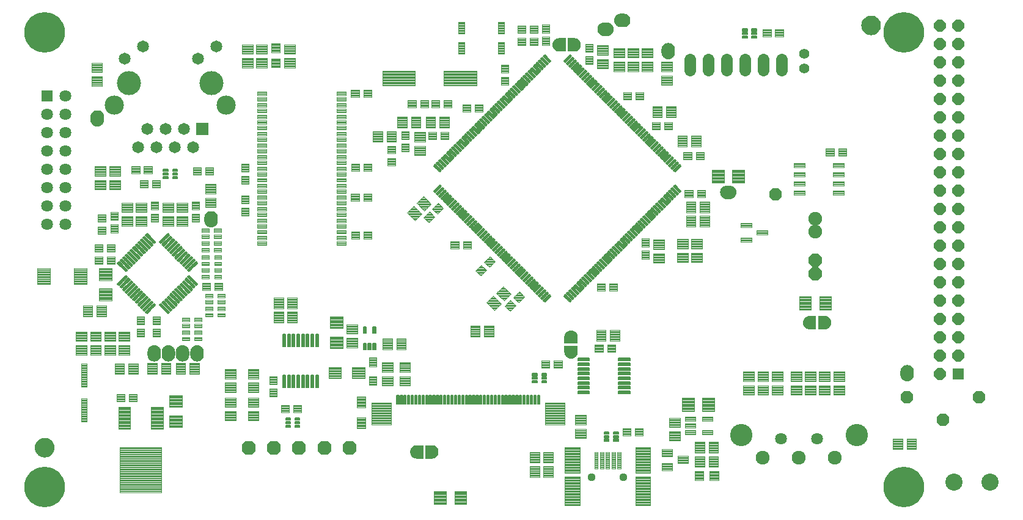
<source format=gts>
G75*
%MOIN*%
%OFA0B0*%
%FSLAX25Y25*%
%IPPOS*%
%LPD*%
%AMOC8*
5,1,8,0,0,1.08239X$1,22.5*
%
%ADD10C,0.00500*%
%ADD11C,0.00419*%
%ADD12C,0.00449*%
%ADD13C,0.00572*%
%ADD14C,0.00444*%
%ADD15C,0.00408*%
%ADD16OC8,0.06996*%
%ADD17C,0.00455*%
%ADD18C,0.00467*%
%ADD19C,0.00455*%
%ADD20C,0.00100*%
%ADD21R,0.06406X0.06406*%
%ADD22OC8,0.06406*%
%ADD23C,0.06406*%
%ADD24OC8,0.07587*%
%ADD25C,0.07587*%
%ADD26C,0.12161*%
%ADD27C,0.00418*%
%ADD28C,0.06500*%
%ADD29R,0.06500X0.06500*%
%ADD30C,0.13098*%
%ADD31C,0.10500*%
%ADD32C,0.00494*%
%ADD33C,0.00573*%
%ADD34C,0.00576*%
%ADD35C,0.00487*%
%ADD36C,0.00519*%
%ADD37C,0.00448*%
%ADD38C,0.00445*%
%ADD39C,0.00486*%
%ADD40C,0.04437*%
%ADD41C,0.00429*%
%ADD42C,0.09358*%
%ADD43C,0.06406*%
%ADD44C,0.00545*%
%ADD45C,0.00445*%
%ADD46C,0.05500*%
%ADD47C,0.07500*%
%ADD48OC8,0.07500*%
%ADD49C,0.00551*%
%ADD50C,0.22154*%
D10*
X0064509Y0186402D02*
X0065223Y0185902D01*
X0066013Y0185534D01*
X0066855Y0185308D01*
X0067723Y0185232D01*
X0068591Y0185308D01*
X0069433Y0185534D01*
X0070223Y0185902D01*
X0070937Y0186402D01*
X0071553Y0187018D01*
X0072053Y0187732D01*
X0072421Y0188522D01*
X0072647Y0189364D01*
X0072723Y0190232D01*
X0072647Y0191101D01*
X0072421Y0191942D01*
X0072053Y0192732D01*
X0071553Y0193446D01*
X0070937Y0194062D01*
X0070223Y0194562D01*
X0069433Y0194931D01*
X0068591Y0195156D01*
X0067723Y0195232D01*
X0066855Y0195156D01*
X0066013Y0194931D01*
X0065223Y0194562D01*
X0064509Y0194062D01*
X0063893Y0193446D01*
X0063393Y0192732D01*
X0063024Y0191942D01*
X0062799Y0191101D01*
X0062723Y0190232D01*
X0062799Y0189364D01*
X0063024Y0188522D01*
X0063393Y0187732D01*
X0063893Y0187018D01*
X0064509Y0186402D01*
X0064790Y0186205D02*
X0070656Y0186205D01*
X0071239Y0186704D02*
X0064207Y0186704D01*
X0063764Y0187202D02*
X0071682Y0187202D01*
X0072031Y0187701D02*
X0063415Y0187701D01*
X0063175Y0188199D02*
X0072271Y0188199D01*
X0072469Y0188698D02*
X0062977Y0188698D01*
X0062844Y0189196D02*
X0072602Y0189196D01*
X0072676Y0189695D02*
X0062770Y0189695D01*
X0062726Y0190194D02*
X0072720Y0190194D01*
X0072683Y0190692D02*
X0062763Y0190692D01*
X0062823Y0191191D02*
X0072623Y0191191D01*
X0072489Y0191689D02*
X0062957Y0191689D01*
X0063139Y0192188D02*
X0072307Y0192188D01*
X0072075Y0192686D02*
X0063371Y0192686D01*
X0063710Y0193185D02*
X0071736Y0193185D01*
X0071316Y0193683D02*
X0064130Y0193683D01*
X0064679Y0194182D02*
X0070767Y0194182D01*
X0069971Y0194680D02*
X0065475Y0194680D01*
X0067110Y0195179D02*
X0068336Y0195179D01*
X0069804Y0185707D02*
X0065642Y0185707D01*
X0514180Y0418047D02*
X0513812Y0418837D01*
X0513586Y0419679D01*
X0513510Y0420547D01*
X0513586Y0421415D01*
X0513812Y0422257D01*
X0514180Y0423047D01*
X0514680Y0423761D01*
X0515296Y0424377D01*
X0516010Y0424877D01*
X0516800Y0425246D01*
X0517642Y0425471D01*
X0518510Y0425547D01*
X0519379Y0425471D01*
X0520220Y0425246D01*
X0521010Y0424877D01*
X0521724Y0424377D01*
X0522341Y0423761D01*
X0522840Y0423047D01*
X0523209Y0422257D01*
X0523434Y0421415D01*
X0523510Y0420547D01*
X0523434Y0419679D01*
X0523209Y0418837D01*
X0522840Y0418047D01*
X0522341Y0417333D01*
X0521724Y0416717D01*
X0521010Y0416217D01*
X0520220Y0415849D01*
X0519379Y0415623D01*
X0518510Y0415547D01*
X0517642Y0415623D01*
X0516800Y0415849D01*
X0516010Y0416217D01*
X0515296Y0416717D01*
X0514680Y0417333D01*
X0514180Y0418047D01*
X0514204Y0418013D02*
X0522817Y0418013D01*
X0523057Y0418512D02*
X0513964Y0418512D01*
X0513766Y0419010D02*
X0523255Y0419010D01*
X0523389Y0419509D02*
X0513632Y0419509D01*
X0513558Y0420007D02*
X0523463Y0420007D01*
X0523507Y0420506D02*
X0513514Y0420506D01*
X0513550Y0421004D02*
X0523470Y0421004D01*
X0523411Y0421503D02*
X0513610Y0421503D01*
X0513743Y0422001D02*
X0523277Y0422001D01*
X0523096Y0422500D02*
X0513925Y0422500D01*
X0514157Y0422998D02*
X0522863Y0422998D01*
X0522526Y0423497D02*
X0514495Y0423497D01*
X0514914Y0423995D02*
X0522106Y0423995D01*
X0521558Y0424494D02*
X0515463Y0424494D01*
X0516257Y0424992D02*
X0520764Y0424992D01*
X0519155Y0425491D02*
X0517866Y0425491D01*
X0514553Y0417515D02*
X0522468Y0417515D01*
X0522023Y0417016D02*
X0514997Y0417016D01*
X0515581Y0416518D02*
X0521440Y0416518D01*
X0520586Y0416019D02*
X0516435Y0416019D01*
D11*
X0303260Y0387821D02*
X0285462Y0387821D01*
X0285462Y0395777D01*
X0303260Y0395777D01*
X0303260Y0387821D01*
X0303260Y0388239D02*
X0285462Y0388239D01*
X0285462Y0388657D02*
X0303260Y0388657D01*
X0303260Y0389075D02*
X0285462Y0389075D01*
X0285462Y0389493D02*
X0303260Y0389493D01*
X0303260Y0389911D02*
X0285462Y0389911D01*
X0285462Y0390329D02*
X0303260Y0390329D01*
X0303260Y0390747D02*
X0285462Y0390747D01*
X0285462Y0391165D02*
X0303260Y0391165D01*
X0303260Y0391583D02*
X0285462Y0391583D01*
X0285462Y0392001D02*
X0303260Y0392001D01*
X0303260Y0392419D02*
X0285462Y0392419D01*
X0285462Y0392837D02*
X0303260Y0392837D01*
X0303260Y0393255D02*
X0285462Y0393255D01*
X0285462Y0393673D02*
X0303260Y0393673D01*
X0303260Y0394091D02*
X0285462Y0394091D01*
X0285462Y0394509D02*
X0303260Y0394509D01*
X0303260Y0394927D02*
X0285462Y0394927D01*
X0285462Y0395345D02*
X0303260Y0395345D01*
X0303260Y0395763D02*
X0285462Y0395763D01*
X0269795Y0387821D02*
X0251997Y0387821D01*
X0251997Y0395777D01*
X0269795Y0395777D01*
X0269795Y0387821D01*
X0269795Y0388239D02*
X0251997Y0388239D01*
X0251997Y0388657D02*
X0269795Y0388657D01*
X0269795Y0389075D02*
X0251997Y0389075D01*
X0251997Y0389493D02*
X0269795Y0389493D01*
X0269795Y0389911D02*
X0251997Y0389911D01*
X0251997Y0390329D02*
X0269795Y0390329D01*
X0269795Y0390747D02*
X0251997Y0390747D01*
X0251997Y0391165D02*
X0269795Y0391165D01*
X0269795Y0391583D02*
X0251997Y0391583D01*
X0251997Y0392001D02*
X0269795Y0392001D01*
X0269795Y0392419D02*
X0251997Y0392419D01*
X0251997Y0392837D02*
X0269795Y0392837D01*
X0269795Y0393255D02*
X0251997Y0393255D01*
X0251997Y0393673D02*
X0269795Y0393673D01*
X0269795Y0394091D02*
X0251997Y0394091D01*
X0251997Y0394509D02*
X0269795Y0394509D01*
X0269795Y0394927D02*
X0251997Y0394927D01*
X0251997Y0395345D02*
X0269795Y0395345D01*
X0269795Y0395763D02*
X0251997Y0395763D01*
D12*
X0260053Y0364670D02*
X0265223Y0364670D01*
X0260053Y0364670D02*
X0260053Y0370628D01*
X0265223Y0370628D01*
X0265223Y0364670D01*
X0265223Y0365118D02*
X0260053Y0365118D01*
X0260053Y0365566D02*
X0265223Y0365566D01*
X0265223Y0366014D02*
X0260053Y0366014D01*
X0260053Y0366462D02*
X0265223Y0366462D01*
X0265223Y0366910D02*
X0260053Y0366910D01*
X0260053Y0367358D02*
X0265223Y0367358D01*
X0265223Y0367806D02*
X0260053Y0367806D01*
X0260053Y0368254D02*
X0265223Y0368254D01*
X0265223Y0368702D02*
X0260053Y0368702D01*
X0260053Y0369150D02*
X0265223Y0369150D01*
X0265223Y0369598D02*
X0260053Y0369598D01*
X0260053Y0370046D02*
X0265223Y0370046D01*
X0265223Y0370494D02*
X0260053Y0370494D01*
X0267534Y0364670D02*
X0272704Y0364670D01*
X0267534Y0364670D02*
X0267534Y0370628D01*
X0272704Y0370628D01*
X0272704Y0364670D01*
X0272704Y0365118D02*
X0267534Y0365118D01*
X0267534Y0365566D02*
X0272704Y0365566D01*
X0272704Y0366014D02*
X0267534Y0366014D01*
X0267534Y0366462D02*
X0272704Y0366462D01*
X0272704Y0366910D02*
X0267534Y0366910D01*
X0267534Y0367358D02*
X0272704Y0367358D01*
X0272704Y0367806D02*
X0267534Y0367806D01*
X0267534Y0368254D02*
X0272704Y0368254D01*
X0272704Y0368702D02*
X0267534Y0368702D01*
X0267534Y0369150D02*
X0272704Y0369150D01*
X0272704Y0369598D02*
X0267534Y0369598D01*
X0267534Y0370046D02*
X0272704Y0370046D01*
X0272704Y0370494D02*
X0267534Y0370494D01*
X0275603Y0370628D02*
X0280773Y0370628D01*
X0280773Y0364670D01*
X0275603Y0364670D01*
X0275603Y0370628D01*
X0275603Y0365118D02*
X0280773Y0365118D01*
X0280773Y0365566D02*
X0275603Y0365566D01*
X0275603Y0366014D02*
X0280773Y0366014D01*
X0280773Y0366462D02*
X0275603Y0366462D01*
X0275603Y0366910D02*
X0280773Y0366910D01*
X0280773Y0367358D02*
X0275603Y0367358D01*
X0275603Y0367806D02*
X0280773Y0367806D01*
X0280773Y0368254D02*
X0275603Y0368254D01*
X0275603Y0368702D02*
X0280773Y0368702D01*
X0280773Y0369150D02*
X0275603Y0369150D01*
X0275603Y0369598D02*
X0280773Y0369598D01*
X0280773Y0370046D02*
X0275603Y0370046D01*
X0275603Y0370494D02*
X0280773Y0370494D01*
X0283084Y0370628D02*
X0288254Y0370628D01*
X0288254Y0364670D01*
X0283084Y0364670D01*
X0283084Y0370628D01*
X0283084Y0365118D02*
X0288254Y0365118D01*
X0288254Y0365566D02*
X0283084Y0365566D01*
X0283084Y0366014D02*
X0288254Y0366014D01*
X0288254Y0366462D02*
X0283084Y0366462D01*
X0283084Y0366910D02*
X0288254Y0366910D01*
X0288254Y0367358D02*
X0283084Y0367358D01*
X0283084Y0367806D02*
X0288254Y0367806D01*
X0288254Y0368254D02*
X0283084Y0368254D01*
X0283084Y0368702D02*
X0288254Y0368702D01*
X0288254Y0369150D02*
X0283084Y0369150D01*
X0283084Y0369598D02*
X0288254Y0369598D01*
X0288254Y0370046D02*
X0283084Y0370046D01*
X0283084Y0370494D02*
X0288254Y0370494D01*
X0269449Y0362324D02*
X0269449Y0357154D01*
X0269449Y0362324D02*
X0275407Y0362324D01*
X0275407Y0357154D01*
X0269449Y0357154D01*
X0269449Y0357602D02*
X0275407Y0357602D01*
X0275407Y0358050D02*
X0269449Y0358050D01*
X0269449Y0358498D02*
X0275407Y0358498D01*
X0275407Y0358946D02*
X0269449Y0358946D01*
X0269449Y0359394D02*
X0275407Y0359394D01*
X0275407Y0359842D02*
X0269449Y0359842D01*
X0269449Y0360290D02*
X0275407Y0360290D01*
X0275407Y0360738D02*
X0269449Y0360738D01*
X0269449Y0361186D02*
X0275407Y0361186D01*
X0275407Y0361634D02*
X0269449Y0361634D01*
X0269449Y0362082D02*
X0275407Y0362082D01*
X0269449Y0354844D02*
X0269449Y0349674D01*
X0269449Y0354844D02*
X0275407Y0354844D01*
X0275407Y0349674D01*
X0269449Y0349674D01*
X0269449Y0350122D02*
X0275407Y0350122D01*
X0275407Y0350570D02*
X0269449Y0350570D01*
X0269449Y0351018D02*
X0275407Y0351018D01*
X0275407Y0351466D02*
X0269449Y0351466D01*
X0269449Y0351914D02*
X0275407Y0351914D01*
X0275407Y0352362D02*
X0269449Y0352362D01*
X0269449Y0352810D02*
X0275407Y0352810D01*
X0275407Y0353258D02*
X0269449Y0353258D01*
X0269449Y0353706D02*
X0275407Y0353706D01*
X0275407Y0354154D02*
X0269449Y0354154D01*
X0269449Y0354602D02*
X0275407Y0354602D01*
X0259504Y0362878D02*
X0254334Y0362878D01*
X0259504Y0362878D02*
X0259504Y0356920D01*
X0254334Y0356920D01*
X0254334Y0362878D01*
X0254334Y0357368D02*
X0259504Y0357368D01*
X0259504Y0357816D02*
X0254334Y0357816D01*
X0254334Y0358264D02*
X0259504Y0358264D01*
X0259504Y0358712D02*
X0254334Y0358712D01*
X0254334Y0359160D02*
X0259504Y0359160D01*
X0259504Y0359608D02*
X0254334Y0359608D01*
X0254334Y0360056D02*
X0259504Y0360056D01*
X0259504Y0360504D02*
X0254334Y0360504D01*
X0254334Y0360952D02*
X0259504Y0360952D01*
X0259504Y0361400D02*
X0254334Y0361400D01*
X0254334Y0361848D02*
X0259504Y0361848D01*
X0259504Y0362296D02*
X0254334Y0362296D01*
X0254334Y0362744D02*
X0259504Y0362744D01*
X0252023Y0362878D02*
X0246853Y0362878D01*
X0252023Y0362878D02*
X0252023Y0356920D01*
X0246853Y0356920D01*
X0246853Y0362878D01*
X0246853Y0357368D02*
X0252023Y0357368D01*
X0252023Y0357816D02*
X0246853Y0357816D01*
X0246853Y0358264D02*
X0252023Y0358264D01*
X0252023Y0358712D02*
X0246853Y0358712D01*
X0246853Y0359160D02*
X0252023Y0359160D01*
X0252023Y0359608D02*
X0246853Y0359608D01*
X0246853Y0360056D02*
X0252023Y0360056D01*
X0252023Y0360504D02*
X0246853Y0360504D01*
X0246853Y0360952D02*
X0252023Y0360952D01*
X0252023Y0361400D02*
X0246853Y0361400D01*
X0246853Y0361848D02*
X0252023Y0361848D01*
X0252023Y0362296D02*
X0246853Y0362296D01*
X0246853Y0362744D02*
X0252023Y0362744D01*
X0278507Y0323116D02*
X0274851Y0319460D01*
X0270639Y0323672D01*
X0274295Y0327328D01*
X0278507Y0323116D01*
X0275299Y0319908D02*
X0274403Y0319908D01*
X0273955Y0320356D02*
X0275747Y0320356D01*
X0276195Y0320804D02*
X0273507Y0320804D01*
X0273059Y0321252D02*
X0276643Y0321252D01*
X0277091Y0321700D02*
X0272611Y0321700D01*
X0272163Y0322148D02*
X0277539Y0322148D01*
X0277987Y0322596D02*
X0271715Y0322596D01*
X0271267Y0323044D02*
X0278435Y0323044D01*
X0278131Y0323492D02*
X0270819Y0323492D01*
X0270907Y0323940D02*
X0277683Y0323940D01*
X0277235Y0324388D02*
X0271355Y0324388D01*
X0271803Y0324836D02*
X0276787Y0324836D01*
X0276339Y0325284D02*
X0272251Y0325284D01*
X0272699Y0325732D02*
X0275891Y0325732D01*
X0275443Y0326180D02*
X0273147Y0326180D01*
X0273595Y0326628D02*
X0274995Y0326628D01*
X0274547Y0327076D02*
X0274043Y0327076D01*
X0273218Y0317827D02*
X0269562Y0314171D01*
X0265350Y0318383D01*
X0269006Y0322039D01*
X0273218Y0317827D01*
X0270010Y0314619D02*
X0269114Y0314619D01*
X0268666Y0315067D02*
X0270458Y0315067D01*
X0270906Y0315515D02*
X0268218Y0315515D01*
X0267770Y0315963D02*
X0271354Y0315963D01*
X0271802Y0316411D02*
X0267322Y0316411D01*
X0266874Y0316859D02*
X0272250Y0316859D01*
X0272698Y0317307D02*
X0266426Y0317307D01*
X0265978Y0317755D02*
X0273146Y0317755D01*
X0272842Y0318203D02*
X0265530Y0318203D01*
X0265618Y0318651D02*
X0272394Y0318651D01*
X0271946Y0319099D02*
X0266066Y0319099D01*
X0266514Y0319547D02*
X0271498Y0319547D01*
X0271050Y0319995D02*
X0266962Y0319995D01*
X0267410Y0320443D02*
X0270602Y0320443D01*
X0270154Y0320891D02*
X0267858Y0320891D01*
X0268306Y0321339D02*
X0269706Y0321339D01*
X0269258Y0321787D02*
X0268754Y0321787D01*
X0314139Y0274572D02*
X0317795Y0278228D01*
X0322007Y0274016D01*
X0318351Y0270360D01*
X0314139Y0274572D01*
X0317903Y0270808D02*
X0318799Y0270808D01*
X0319247Y0271256D02*
X0317455Y0271256D01*
X0317007Y0271704D02*
X0319695Y0271704D01*
X0320143Y0272152D02*
X0316559Y0272152D01*
X0316111Y0272600D02*
X0320591Y0272600D01*
X0321039Y0273048D02*
X0315663Y0273048D01*
X0315215Y0273496D02*
X0321487Y0273496D01*
X0321935Y0273944D02*
X0314767Y0273944D01*
X0314319Y0274392D02*
X0321631Y0274392D01*
X0321183Y0274840D02*
X0314407Y0274840D01*
X0314855Y0275288D02*
X0320735Y0275288D01*
X0320287Y0275736D02*
X0315303Y0275736D01*
X0315751Y0276184D02*
X0319839Y0276184D01*
X0319391Y0276632D02*
X0316199Y0276632D01*
X0316647Y0277080D02*
X0318943Y0277080D01*
X0318495Y0277528D02*
X0317095Y0277528D01*
X0317543Y0277976D02*
X0318047Y0277976D01*
X0312506Y0272939D02*
X0308850Y0269283D01*
X0312506Y0272939D02*
X0316718Y0268727D01*
X0313062Y0265071D01*
X0308850Y0269283D01*
X0312614Y0265519D02*
X0313510Y0265519D01*
X0313958Y0265967D02*
X0312166Y0265967D01*
X0311718Y0266415D02*
X0314406Y0266415D01*
X0314854Y0266863D02*
X0311270Y0266863D01*
X0310822Y0267311D02*
X0315302Y0267311D01*
X0315750Y0267759D02*
X0310374Y0267759D01*
X0309926Y0268207D02*
X0316198Y0268207D01*
X0316646Y0268655D02*
X0309478Y0268655D01*
X0309030Y0269103D02*
X0316342Y0269103D01*
X0315894Y0269551D02*
X0309118Y0269551D01*
X0309566Y0269999D02*
X0315446Y0269999D01*
X0314998Y0270447D02*
X0310014Y0270447D01*
X0310462Y0270895D02*
X0314550Y0270895D01*
X0314102Y0271343D02*
X0310910Y0271343D01*
X0311358Y0271791D02*
X0313654Y0271791D01*
X0313206Y0272239D02*
X0311806Y0272239D01*
X0312254Y0272687D02*
X0312758Y0272687D01*
X0312654Y0256628D02*
X0307484Y0256628D01*
X0312654Y0256628D02*
X0312654Y0250670D01*
X0307484Y0250670D01*
X0307484Y0256628D01*
X0307484Y0251118D02*
X0312654Y0251118D01*
X0312654Y0251566D02*
X0307484Y0251566D01*
X0307484Y0252014D02*
X0312654Y0252014D01*
X0312654Y0252462D02*
X0307484Y0252462D01*
X0307484Y0252910D02*
X0312654Y0252910D01*
X0312654Y0253358D02*
X0307484Y0253358D01*
X0307484Y0253806D02*
X0312654Y0253806D01*
X0312654Y0254254D02*
X0307484Y0254254D01*
X0307484Y0254702D02*
X0312654Y0254702D01*
X0312654Y0255150D02*
X0307484Y0255150D01*
X0307484Y0255598D02*
X0312654Y0255598D01*
X0312654Y0256046D02*
X0307484Y0256046D01*
X0307484Y0256494D02*
X0312654Y0256494D01*
X0305173Y0256628D02*
X0300003Y0256628D01*
X0305173Y0256628D02*
X0305173Y0250670D01*
X0300003Y0250670D01*
X0300003Y0256628D01*
X0300003Y0251118D02*
X0305173Y0251118D01*
X0305173Y0251566D02*
X0300003Y0251566D01*
X0300003Y0252014D02*
X0305173Y0252014D01*
X0305173Y0252462D02*
X0300003Y0252462D01*
X0300003Y0252910D02*
X0305173Y0252910D01*
X0305173Y0253358D02*
X0300003Y0253358D01*
X0300003Y0253806D02*
X0305173Y0253806D01*
X0305173Y0254254D02*
X0300003Y0254254D01*
X0300003Y0254702D02*
X0305173Y0254702D01*
X0305173Y0255150D02*
X0300003Y0255150D01*
X0300003Y0255598D02*
X0305173Y0255598D01*
X0305173Y0256046D02*
X0300003Y0256046D01*
X0300003Y0256494D02*
X0305173Y0256494D01*
X0267157Y0236724D02*
X0267157Y0231554D01*
X0261199Y0231554D01*
X0261199Y0236724D01*
X0267157Y0236724D01*
X0267157Y0232002D02*
X0261199Y0232002D01*
X0261199Y0232450D02*
X0267157Y0232450D01*
X0267157Y0232898D02*
X0261199Y0232898D01*
X0261199Y0233346D02*
X0267157Y0233346D01*
X0267157Y0233794D02*
X0261199Y0233794D01*
X0261199Y0234242D02*
X0267157Y0234242D01*
X0267157Y0234690D02*
X0261199Y0234690D01*
X0261199Y0235138D02*
X0267157Y0235138D01*
X0267157Y0235586D02*
X0261199Y0235586D01*
X0261199Y0236034D02*
X0267157Y0236034D01*
X0267157Y0236482D02*
X0261199Y0236482D01*
X0257807Y0236674D02*
X0257807Y0231504D01*
X0251849Y0231504D01*
X0251849Y0236674D01*
X0257807Y0236674D01*
X0257807Y0231952D02*
X0251849Y0231952D01*
X0251849Y0232400D02*
X0257807Y0232400D01*
X0257807Y0232848D02*
X0251849Y0232848D01*
X0251849Y0233296D02*
X0257807Y0233296D01*
X0257807Y0233744D02*
X0251849Y0233744D01*
X0251849Y0234192D02*
X0257807Y0234192D01*
X0257807Y0234640D02*
X0251849Y0234640D01*
X0251849Y0235088D02*
X0257807Y0235088D01*
X0257807Y0235536D02*
X0251849Y0235536D01*
X0251849Y0235984D02*
X0257807Y0235984D01*
X0257807Y0236432D02*
X0251849Y0236432D01*
X0257807Y0229194D02*
X0257807Y0224024D01*
X0251849Y0224024D01*
X0251849Y0229194D01*
X0257807Y0229194D01*
X0257807Y0224472D02*
X0251849Y0224472D01*
X0251849Y0224920D02*
X0257807Y0224920D01*
X0257807Y0225368D02*
X0251849Y0225368D01*
X0251849Y0225816D02*
X0257807Y0225816D01*
X0257807Y0226264D02*
X0251849Y0226264D01*
X0251849Y0226712D02*
X0257807Y0226712D01*
X0257807Y0227160D02*
X0251849Y0227160D01*
X0251849Y0227608D02*
X0257807Y0227608D01*
X0257807Y0228056D02*
X0251849Y0228056D01*
X0251849Y0228504D02*
X0257807Y0228504D01*
X0257807Y0228952D02*
X0251849Y0228952D01*
X0267157Y0229244D02*
X0267157Y0224074D01*
X0261199Y0224074D01*
X0261199Y0229244D01*
X0267157Y0229244D01*
X0267157Y0224522D02*
X0261199Y0224522D01*
X0261199Y0224970D02*
X0267157Y0224970D01*
X0267157Y0225418D02*
X0261199Y0225418D01*
X0261199Y0225866D02*
X0267157Y0225866D01*
X0267157Y0226314D02*
X0261199Y0226314D01*
X0261199Y0226762D02*
X0267157Y0226762D01*
X0267157Y0227210D02*
X0261199Y0227210D01*
X0261199Y0227658D02*
X0267157Y0227658D01*
X0267157Y0228106D02*
X0261199Y0228106D01*
X0261199Y0228554D02*
X0267157Y0228554D01*
X0267157Y0229002D02*
X0261199Y0229002D01*
X0259634Y0243870D02*
X0264804Y0243870D01*
X0259634Y0243870D02*
X0259634Y0249828D01*
X0264804Y0249828D01*
X0264804Y0243870D01*
X0264804Y0244318D02*
X0259634Y0244318D01*
X0259634Y0244766D02*
X0264804Y0244766D01*
X0264804Y0245214D02*
X0259634Y0245214D01*
X0259634Y0245662D02*
X0264804Y0245662D01*
X0264804Y0246110D02*
X0259634Y0246110D01*
X0259634Y0246558D02*
X0264804Y0246558D01*
X0264804Y0247006D02*
X0259634Y0247006D01*
X0259634Y0247454D02*
X0264804Y0247454D01*
X0264804Y0247902D02*
X0259634Y0247902D01*
X0259634Y0248350D02*
X0264804Y0248350D01*
X0264804Y0248798D02*
X0259634Y0248798D01*
X0259634Y0249246D02*
X0264804Y0249246D01*
X0264804Y0249694D02*
X0259634Y0249694D01*
X0257323Y0243870D02*
X0252153Y0243870D01*
X0252153Y0249828D01*
X0257323Y0249828D01*
X0257323Y0243870D01*
X0257323Y0244318D02*
X0252153Y0244318D01*
X0252153Y0244766D02*
X0257323Y0244766D01*
X0257323Y0245214D02*
X0252153Y0245214D01*
X0252153Y0245662D02*
X0257323Y0245662D01*
X0257323Y0246110D02*
X0252153Y0246110D01*
X0252153Y0246558D02*
X0257323Y0246558D01*
X0257323Y0247006D02*
X0252153Y0247006D01*
X0252153Y0247454D02*
X0257323Y0247454D01*
X0257323Y0247902D02*
X0252153Y0247902D01*
X0252153Y0248350D02*
X0257323Y0248350D01*
X0257323Y0248798D02*
X0252153Y0248798D01*
X0252153Y0249246D02*
X0257323Y0249246D01*
X0257323Y0249694D02*
X0252153Y0249694D01*
X0238457Y0250044D02*
X0238457Y0244874D01*
X0232499Y0244874D01*
X0232499Y0250044D01*
X0238457Y0250044D01*
X0238457Y0245322D02*
X0232499Y0245322D01*
X0232499Y0245770D02*
X0238457Y0245770D01*
X0238457Y0246218D02*
X0232499Y0246218D01*
X0232499Y0246666D02*
X0238457Y0246666D01*
X0238457Y0247114D02*
X0232499Y0247114D01*
X0232499Y0247562D02*
X0238457Y0247562D01*
X0238457Y0248010D02*
X0232499Y0248010D01*
X0232499Y0248458D02*
X0238457Y0248458D01*
X0238457Y0248906D02*
X0232499Y0248906D01*
X0232499Y0249354D02*
X0238457Y0249354D01*
X0238457Y0249802D02*
X0232499Y0249802D01*
X0238457Y0252354D02*
X0238457Y0257524D01*
X0238457Y0252354D02*
X0232499Y0252354D01*
X0232499Y0257524D01*
X0238457Y0257524D01*
X0238457Y0252802D02*
X0232499Y0252802D01*
X0232499Y0253250D02*
X0238457Y0253250D01*
X0238457Y0253698D02*
X0232499Y0253698D01*
X0232499Y0254146D02*
X0238457Y0254146D01*
X0238457Y0254594D02*
X0232499Y0254594D01*
X0232499Y0255042D02*
X0238457Y0255042D01*
X0238457Y0255490D02*
X0232499Y0255490D01*
X0232499Y0255938D02*
X0238457Y0255938D01*
X0238457Y0256386D02*
X0232499Y0256386D01*
X0232499Y0256834D02*
X0238457Y0256834D01*
X0238457Y0257282D02*
X0232499Y0257282D01*
X0205354Y0258420D02*
X0200184Y0258420D01*
X0200184Y0264378D01*
X0205354Y0264378D01*
X0205354Y0258420D01*
X0205354Y0258868D02*
X0200184Y0258868D01*
X0200184Y0259316D02*
X0205354Y0259316D01*
X0205354Y0259764D02*
X0200184Y0259764D01*
X0200184Y0260212D02*
X0205354Y0260212D01*
X0205354Y0260660D02*
X0200184Y0260660D01*
X0200184Y0261108D02*
X0205354Y0261108D01*
X0205354Y0261556D02*
X0200184Y0261556D01*
X0200184Y0262004D02*
X0205354Y0262004D01*
X0205354Y0262452D02*
X0200184Y0262452D01*
X0200184Y0262900D02*
X0205354Y0262900D01*
X0205354Y0263348D02*
X0200184Y0263348D01*
X0200184Y0263796D02*
X0205354Y0263796D01*
X0205354Y0264244D02*
X0200184Y0264244D01*
X0200184Y0266170D02*
X0205354Y0266170D01*
X0200184Y0266170D02*
X0200184Y0272128D01*
X0205354Y0272128D01*
X0205354Y0266170D01*
X0205354Y0266618D02*
X0200184Y0266618D01*
X0200184Y0267066D02*
X0205354Y0267066D01*
X0205354Y0267514D02*
X0200184Y0267514D01*
X0200184Y0267962D02*
X0205354Y0267962D01*
X0205354Y0268410D02*
X0200184Y0268410D01*
X0200184Y0268858D02*
X0205354Y0268858D01*
X0205354Y0269306D02*
X0200184Y0269306D01*
X0200184Y0269754D02*
X0205354Y0269754D01*
X0205354Y0270202D02*
X0200184Y0270202D01*
X0200184Y0270650D02*
X0205354Y0270650D01*
X0205354Y0271098D02*
X0200184Y0271098D01*
X0200184Y0271546D02*
X0205354Y0271546D01*
X0205354Y0271994D02*
X0200184Y0271994D01*
X0197873Y0266170D02*
X0192703Y0266170D01*
X0192703Y0272128D01*
X0197873Y0272128D01*
X0197873Y0266170D01*
X0197873Y0266618D02*
X0192703Y0266618D01*
X0192703Y0267066D02*
X0197873Y0267066D01*
X0197873Y0267514D02*
X0192703Y0267514D01*
X0192703Y0267962D02*
X0197873Y0267962D01*
X0197873Y0268410D02*
X0192703Y0268410D01*
X0192703Y0268858D02*
X0197873Y0268858D01*
X0197873Y0269306D02*
X0192703Y0269306D01*
X0192703Y0269754D02*
X0197873Y0269754D01*
X0197873Y0270202D02*
X0192703Y0270202D01*
X0192703Y0270650D02*
X0197873Y0270650D01*
X0197873Y0271098D02*
X0192703Y0271098D01*
X0192703Y0271546D02*
X0197873Y0271546D01*
X0197873Y0271994D02*
X0192703Y0271994D01*
X0192703Y0258420D02*
X0197873Y0258420D01*
X0192703Y0258420D02*
X0192703Y0264378D01*
X0197873Y0264378D01*
X0197873Y0258420D01*
X0197873Y0258868D02*
X0192703Y0258868D01*
X0192703Y0259316D02*
X0197873Y0259316D01*
X0197873Y0259764D02*
X0192703Y0259764D01*
X0192703Y0260212D02*
X0197873Y0260212D01*
X0197873Y0260660D02*
X0192703Y0260660D01*
X0192703Y0261108D02*
X0197873Y0261108D01*
X0197873Y0261556D02*
X0192703Y0261556D01*
X0192703Y0262004D02*
X0197873Y0262004D01*
X0197873Y0262452D02*
X0192703Y0262452D01*
X0192703Y0262900D02*
X0197873Y0262900D01*
X0197873Y0263348D02*
X0192703Y0263348D01*
X0192703Y0263796D02*
X0197873Y0263796D01*
X0197873Y0264244D02*
X0192703Y0264244D01*
X0184507Y0233074D02*
X0184507Y0227904D01*
X0178549Y0227904D01*
X0178549Y0233074D01*
X0184507Y0233074D01*
X0184507Y0228352D02*
X0178549Y0228352D01*
X0178549Y0228800D02*
X0184507Y0228800D01*
X0184507Y0229248D02*
X0178549Y0229248D01*
X0178549Y0229696D02*
X0184507Y0229696D01*
X0184507Y0230144D02*
X0178549Y0230144D01*
X0178549Y0230592D02*
X0184507Y0230592D01*
X0184507Y0231040D02*
X0178549Y0231040D01*
X0178549Y0231488D02*
X0184507Y0231488D01*
X0184507Y0231936D02*
X0178549Y0231936D01*
X0178549Y0232384D02*
X0184507Y0232384D01*
X0184507Y0232832D02*
X0178549Y0232832D01*
X0172007Y0233074D02*
X0172007Y0227904D01*
X0166049Y0227904D01*
X0166049Y0233074D01*
X0172007Y0233074D01*
X0172007Y0228352D02*
X0166049Y0228352D01*
X0166049Y0228800D02*
X0172007Y0228800D01*
X0172007Y0229248D02*
X0166049Y0229248D01*
X0166049Y0229696D02*
X0172007Y0229696D01*
X0172007Y0230144D02*
X0166049Y0230144D01*
X0166049Y0230592D02*
X0172007Y0230592D01*
X0172007Y0231040D02*
X0166049Y0231040D01*
X0166049Y0231488D02*
X0172007Y0231488D01*
X0172007Y0231936D02*
X0166049Y0231936D01*
X0166049Y0232384D02*
X0172007Y0232384D01*
X0172007Y0232832D02*
X0166049Y0232832D01*
X0172007Y0225594D02*
X0172007Y0220424D01*
X0166049Y0220424D01*
X0166049Y0225594D01*
X0172007Y0225594D01*
X0172007Y0220872D02*
X0166049Y0220872D01*
X0166049Y0221320D02*
X0172007Y0221320D01*
X0172007Y0221768D02*
X0166049Y0221768D01*
X0166049Y0222216D02*
X0172007Y0222216D01*
X0172007Y0222664D02*
X0166049Y0222664D01*
X0166049Y0223112D02*
X0172007Y0223112D01*
X0172007Y0223560D02*
X0166049Y0223560D01*
X0166049Y0224008D02*
X0172007Y0224008D01*
X0172007Y0224456D02*
X0166049Y0224456D01*
X0166049Y0224904D02*
X0172007Y0224904D01*
X0172007Y0225352D02*
X0166049Y0225352D01*
X0172007Y0217574D02*
X0172007Y0212404D01*
X0166049Y0212404D01*
X0166049Y0217574D01*
X0172007Y0217574D01*
X0172007Y0212852D02*
X0166049Y0212852D01*
X0166049Y0213300D02*
X0172007Y0213300D01*
X0172007Y0213748D02*
X0166049Y0213748D01*
X0166049Y0214196D02*
X0172007Y0214196D01*
X0172007Y0214644D02*
X0166049Y0214644D01*
X0166049Y0215092D02*
X0172007Y0215092D01*
X0172007Y0215540D02*
X0166049Y0215540D01*
X0166049Y0215988D02*
X0172007Y0215988D01*
X0172007Y0216436D02*
X0166049Y0216436D01*
X0166049Y0216884D02*
X0172007Y0216884D01*
X0172007Y0217332D02*
X0166049Y0217332D01*
X0172007Y0210094D02*
X0172007Y0204924D01*
X0166049Y0204924D01*
X0166049Y0210094D01*
X0172007Y0210094D01*
X0172007Y0205372D02*
X0166049Y0205372D01*
X0166049Y0205820D02*
X0172007Y0205820D01*
X0172007Y0206268D02*
X0166049Y0206268D01*
X0166049Y0206716D02*
X0172007Y0206716D01*
X0172007Y0207164D02*
X0166049Y0207164D01*
X0166049Y0207612D02*
X0172007Y0207612D01*
X0172007Y0208060D02*
X0166049Y0208060D01*
X0166049Y0208508D02*
X0172007Y0208508D01*
X0172007Y0208956D02*
X0166049Y0208956D01*
X0166049Y0209404D02*
X0172007Y0209404D01*
X0172007Y0209852D02*
X0166049Y0209852D01*
X0184507Y0210094D02*
X0184507Y0204924D01*
X0178549Y0204924D01*
X0178549Y0210094D01*
X0184507Y0210094D01*
X0184507Y0205372D02*
X0178549Y0205372D01*
X0178549Y0205820D02*
X0184507Y0205820D01*
X0184507Y0206268D02*
X0178549Y0206268D01*
X0178549Y0206716D02*
X0184507Y0206716D01*
X0184507Y0207164D02*
X0178549Y0207164D01*
X0178549Y0207612D02*
X0184507Y0207612D01*
X0184507Y0208060D02*
X0178549Y0208060D01*
X0178549Y0208508D02*
X0184507Y0208508D01*
X0184507Y0208956D02*
X0178549Y0208956D01*
X0178549Y0209404D02*
X0184507Y0209404D01*
X0184507Y0209852D02*
X0178549Y0209852D01*
X0184507Y0212404D02*
X0184507Y0217574D01*
X0184507Y0212404D02*
X0178549Y0212404D01*
X0178549Y0217574D01*
X0184507Y0217574D01*
X0184507Y0212852D02*
X0178549Y0212852D01*
X0178549Y0213300D02*
X0184507Y0213300D01*
X0184507Y0213748D02*
X0178549Y0213748D01*
X0178549Y0214196D02*
X0184507Y0214196D01*
X0184507Y0214644D02*
X0178549Y0214644D01*
X0178549Y0215092D02*
X0184507Y0215092D01*
X0184507Y0215540D02*
X0178549Y0215540D01*
X0178549Y0215988D02*
X0184507Y0215988D01*
X0184507Y0216436D02*
X0178549Y0216436D01*
X0178549Y0216884D02*
X0184507Y0216884D01*
X0184507Y0217332D02*
X0178549Y0217332D01*
X0184507Y0220424D02*
X0184507Y0225594D01*
X0184507Y0220424D02*
X0178549Y0220424D01*
X0178549Y0225594D01*
X0184507Y0225594D01*
X0184507Y0220872D02*
X0178549Y0220872D01*
X0178549Y0221320D02*
X0184507Y0221320D01*
X0184507Y0221768D02*
X0178549Y0221768D01*
X0178549Y0222216D02*
X0184507Y0222216D01*
X0184507Y0222664D02*
X0178549Y0222664D01*
X0178549Y0223112D02*
X0184507Y0223112D01*
X0184507Y0223560D02*
X0178549Y0223560D01*
X0178549Y0224008D02*
X0184507Y0224008D01*
X0184507Y0224456D02*
X0178549Y0224456D01*
X0178549Y0224904D02*
X0184507Y0224904D01*
X0184507Y0225352D02*
X0178549Y0225352D01*
X0151954Y0236328D02*
X0146784Y0236328D01*
X0151954Y0236328D02*
X0151954Y0230370D01*
X0146784Y0230370D01*
X0146784Y0236328D01*
X0146784Y0230818D02*
X0151954Y0230818D01*
X0151954Y0231266D02*
X0146784Y0231266D01*
X0146784Y0231714D02*
X0151954Y0231714D01*
X0151954Y0232162D02*
X0146784Y0232162D01*
X0146784Y0232610D02*
X0151954Y0232610D01*
X0151954Y0233058D02*
X0146784Y0233058D01*
X0146784Y0233506D02*
X0151954Y0233506D01*
X0151954Y0233954D02*
X0146784Y0233954D01*
X0146784Y0234402D02*
X0151954Y0234402D01*
X0151954Y0234850D02*
X0146784Y0234850D01*
X0146784Y0235298D02*
X0151954Y0235298D01*
X0151954Y0235746D02*
X0146784Y0235746D01*
X0146784Y0236194D02*
X0151954Y0236194D01*
X0144473Y0236328D02*
X0139303Y0236328D01*
X0144473Y0236328D02*
X0144473Y0230370D01*
X0139303Y0230370D01*
X0139303Y0236328D01*
X0139303Y0230818D02*
X0144473Y0230818D01*
X0144473Y0231266D02*
X0139303Y0231266D01*
X0139303Y0231714D02*
X0144473Y0231714D01*
X0144473Y0232162D02*
X0139303Y0232162D01*
X0139303Y0232610D02*
X0144473Y0232610D01*
X0144473Y0233058D02*
X0139303Y0233058D01*
X0139303Y0233506D02*
X0144473Y0233506D01*
X0144473Y0233954D02*
X0139303Y0233954D01*
X0139303Y0234402D02*
X0144473Y0234402D01*
X0144473Y0234850D02*
X0139303Y0234850D01*
X0139303Y0235298D02*
X0144473Y0235298D01*
X0144473Y0235746D02*
X0139303Y0235746D01*
X0139303Y0236194D02*
X0144473Y0236194D01*
X0136454Y0230320D02*
X0131284Y0230320D01*
X0131284Y0236278D01*
X0136454Y0236278D01*
X0136454Y0230320D01*
X0136454Y0230768D02*
X0131284Y0230768D01*
X0131284Y0231216D02*
X0136454Y0231216D01*
X0136454Y0231664D02*
X0131284Y0231664D01*
X0131284Y0232112D02*
X0136454Y0232112D01*
X0136454Y0232560D02*
X0131284Y0232560D01*
X0131284Y0233008D02*
X0136454Y0233008D01*
X0136454Y0233456D02*
X0131284Y0233456D01*
X0131284Y0233904D02*
X0136454Y0233904D01*
X0136454Y0234352D02*
X0131284Y0234352D01*
X0131284Y0234800D02*
X0136454Y0234800D01*
X0136454Y0235248D02*
X0131284Y0235248D01*
X0131284Y0235696D02*
X0136454Y0235696D01*
X0136454Y0236144D02*
X0131284Y0236144D01*
X0128973Y0230320D02*
X0123803Y0230320D01*
X0123803Y0236278D01*
X0128973Y0236278D01*
X0128973Y0230320D01*
X0128973Y0230768D02*
X0123803Y0230768D01*
X0123803Y0231216D02*
X0128973Y0231216D01*
X0128973Y0231664D02*
X0123803Y0231664D01*
X0123803Y0232112D02*
X0128973Y0232112D01*
X0128973Y0232560D02*
X0123803Y0232560D01*
X0123803Y0233008D02*
X0128973Y0233008D01*
X0128973Y0233456D02*
X0123803Y0233456D01*
X0123803Y0233904D02*
X0128973Y0233904D01*
X0128973Y0234352D02*
X0123803Y0234352D01*
X0123803Y0234800D02*
X0128973Y0234800D01*
X0128973Y0235248D02*
X0123803Y0235248D01*
X0123803Y0235696D02*
X0128973Y0235696D01*
X0128973Y0236144D02*
X0123803Y0236144D01*
X0118554Y0230270D02*
X0113384Y0230270D01*
X0113384Y0236228D01*
X0118554Y0236228D01*
X0118554Y0230270D01*
X0118554Y0230718D02*
X0113384Y0230718D01*
X0113384Y0231166D02*
X0118554Y0231166D01*
X0118554Y0231614D02*
X0113384Y0231614D01*
X0113384Y0232062D02*
X0118554Y0232062D01*
X0118554Y0232510D02*
X0113384Y0232510D01*
X0113384Y0232958D02*
X0118554Y0232958D01*
X0118554Y0233406D02*
X0113384Y0233406D01*
X0113384Y0233854D02*
X0118554Y0233854D01*
X0118554Y0234302D02*
X0113384Y0234302D01*
X0113384Y0234750D02*
X0118554Y0234750D01*
X0118554Y0235198D02*
X0113384Y0235198D01*
X0113384Y0235646D02*
X0118554Y0235646D01*
X0118554Y0236094D02*
X0113384Y0236094D01*
X0111073Y0230270D02*
X0105903Y0230270D01*
X0105903Y0236228D01*
X0111073Y0236228D01*
X0111073Y0230270D01*
X0111073Y0230718D02*
X0105903Y0230718D01*
X0105903Y0231166D02*
X0111073Y0231166D01*
X0111073Y0231614D02*
X0105903Y0231614D01*
X0105903Y0232062D02*
X0111073Y0232062D01*
X0111073Y0232510D02*
X0105903Y0232510D01*
X0105903Y0232958D02*
X0111073Y0232958D01*
X0111073Y0233406D02*
X0105903Y0233406D01*
X0105903Y0233854D02*
X0111073Y0233854D01*
X0111073Y0234302D02*
X0105903Y0234302D01*
X0105903Y0234750D02*
X0111073Y0234750D01*
X0111073Y0235198D02*
X0105903Y0235198D01*
X0105903Y0235646D02*
X0111073Y0235646D01*
X0111073Y0236094D02*
X0105903Y0236094D01*
X0106257Y0240824D02*
X0106257Y0245994D01*
X0106257Y0240824D02*
X0100299Y0240824D01*
X0100299Y0245994D01*
X0106257Y0245994D01*
X0106257Y0241272D02*
X0100299Y0241272D01*
X0100299Y0241720D02*
X0106257Y0241720D01*
X0106257Y0242168D02*
X0100299Y0242168D01*
X0100299Y0242616D02*
X0106257Y0242616D01*
X0106257Y0243064D02*
X0100299Y0243064D01*
X0100299Y0243512D02*
X0106257Y0243512D01*
X0106257Y0243960D02*
X0100299Y0243960D01*
X0100299Y0244408D02*
X0106257Y0244408D01*
X0106257Y0244856D02*
X0100299Y0244856D01*
X0100299Y0245304D02*
X0106257Y0245304D01*
X0106257Y0245752D02*
X0100299Y0245752D01*
X0098507Y0245994D02*
X0098507Y0240824D01*
X0092549Y0240824D01*
X0092549Y0245994D01*
X0098507Y0245994D01*
X0098507Y0241272D02*
X0092549Y0241272D01*
X0092549Y0241720D02*
X0098507Y0241720D01*
X0098507Y0242168D02*
X0092549Y0242168D01*
X0092549Y0242616D02*
X0098507Y0242616D01*
X0098507Y0243064D02*
X0092549Y0243064D01*
X0092549Y0243512D02*
X0098507Y0243512D01*
X0098507Y0243960D02*
X0092549Y0243960D01*
X0092549Y0244408D02*
X0098507Y0244408D01*
X0098507Y0244856D02*
X0092549Y0244856D01*
X0092549Y0245304D02*
X0098507Y0245304D01*
X0098507Y0245752D02*
X0092549Y0245752D01*
X0090757Y0245994D02*
X0090757Y0240824D01*
X0084799Y0240824D01*
X0084799Y0245994D01*
X0090757Y0245994D01*
X0090757Y0241272D02*
X0084799Y0241272D01*
X0084799Y0241720D02*
X0090757Y0241720D01*
X0090757Y0242168D02*
X0084799Y0242168D01*
X0084799Y0242616D02*
X0090757Y0242616D01*
X0090757Y0243064D02*
X0084799Y0243064D01*
X0084799Y0243512D02*
X0090757Y0243512D01*
X0090757Y0243960D02*
X0084799Y0243960D01*
X0084799Y0244408D02*
X0090757Y0244408D01*
X0090757Y0244856D02*
X0084799Y0244856D01*
X0084799Y0245304D02*
X0090757Y0245304D01*
X0090757Y0245752D02*
X0084799Y0245752D01*
X0090757Y0248304D02*
X0090757Y0253474D01*
X0090757Y0248304D02*
X0084799Y0248304D01*
X0084799Y0253474D01*
X0090757Y0253474D01*
X0090757Y0248752D02*
X0084799Y0248752D01*
X0084799Y0249200D02*
X0090757Y0249200D01*
X0090757Y0249648D02*
X0084799Y0249648D01*
X0084799Y0250096D02*
X0090757Y0250096D01*
X0090757Y0250544D02*
X0084799Y0250544D01*
X0084799Y0250992D02*
X0090757Y0250992D01*
X0090757Y0251440D02*
X0084799Y0251440D01*
X0084799Y0251888D02*
X0090757Y0251888D01*
X0090757Y0252336D02*
X0084799Y0252336D01*
X0084799Y0252784D02*
X0090757Y0252784D01*
X0090757Y0253232D02*
X0084799Y0253232D01*
X0098507Y0253474D02*
X0098507Y0248304D01*
X0092549Y0248304D01*
X0092549Y0253474D01*
X0098507Y0253474D01*
X0098507Y0248752D02*
X0092549Y0248752D01*
X0092549Y0249200D02*
X0098507Y0249200D01*
X0098507Y0249648D02*
X0092549Y0249648D01*
X0092549Y0250096D02*
X0098507Y0250096D01*
X0098507Y0250544D02*
X0092549Y0250544D01*
X0092549Y0250992D02*
X0098507Y0250992D01*
X0098507Y0251440D02*
X0092549Y0251440D01*
X0092549Y0251888D02*
X0098507Y0251888D01*
X0098507Y0252336D02*
X0092549Y0252336D01*
X0092549Y0252784D02*
X0098507Y0252784D01*
X0098507Y0253232D02*
X0092549Y0253232D01*
X0106257Y0253474D02*
X0106257Y0248304D01*
X0100299Y0248304D01*
X0100299Y0253474D01*
X0106257Y0253474D01*
X0106257Y0248752D02*
X0100299Y0248752D01*
X0100299Y0249200D02*
X0106257Y0249200D01*
X0106257Y0249648D02*
X0100299Y0249648D01*
X0100299Y0250096D02*
X0106257Y0250096D01*
X0106257Y0250544D02*
X0100299Y0250544D01*
X0100299Y0250992D02*
X0106257Y0250992D01*
X0106257Y0251440D02*
X0100299Y0251440D01*
X0100299Y0251888D02*
X0106257Y0251888D01*
X0106257Y0252336D02*
X0100299Y0252336D01*
X0100299Y0252784D02*
X0106257Y0252784D01*
X0106257Y0253232D02*
X0100299Y0253232D01*
X0108049Y0253474D02*
X0108049Y0248304D01*
X0108049Y0253474D02*
X0114007Y0253474D01*
X0114007Y0248304D01*
X0108049Y0248304D01*
X0108049Y0248752D02*
X0114007Y0248752D01*
X0114007Y0249200D02*
X0108049Y0249200D01*
X0108049Y0249648D02*
X0114007Y0249648D01*
X0114007Y0250096D02*
X0108049Y0250096D01*
X0108049Y0250544D02*
X0114007Y0250544D01*
X0114007Y0250992D02*
X0108049Y0250992D01*
X0108049Y0251440D02*
X0114007Y0251440D01*
X0114007Y0251888D02*
X0108049Y0251888D01*
X0108049Y0252336D02*
X0114007Y0252336D01*
X0114007Y0252784D02*
X0108049Y0252784D01*
X0108049Y0253232D02*
X0114007Y0253232D01*
X0108049Y0245994D02*
X0108049Y0240824D01*
X0108049Y0245994D02*
X0114007Y0245994D01*
X0114007Y0240824D01*
X0108049Y0240824D01*
X0108049Y0241272D02*
X0114007Y0241272D01*
X0114007Y0241720D02*
X0108049Y0241720D01*
X0108049Y0242168D02*
X0114007Y0242168D01*
X0114007Y0242616D02*
X0108049Y0242616D01*
X0108049Y0243064D02*
X0114007Y0243064D01*
X0114007Y0243512D02*
X0108049Y0243512D01*
X0108049Y0243960D02*
X0114007Y0243960D01*
X0114007Y0244408D02*
X0108049Y0244408D01*
X0108049Y0244856D02*
X0114007Y0244856D01*
X0114007Y0245304D02*
X0108049Y0245304D01*
X0108049Y0245752D02*
X0114007Y0245752D01*
X0101204Y0261770D02*
X0096034Y0261770D01*
X0096034Y0267728D01*
X0101204Y0267728D01*
X0101204Y0261770D01*
X0101204Y0262218D02*
X0096034Y0262218D01*
X0096034Y0262666D02*
X0101204Y0262666D01*
X0101204Y0263114D02*
X0096034Y0263114D01*
X0096034Y0263562D02*
X0101204Y0263562D01*
X0101204Y0264010D02*
X0096034Y0264010D01*
X0096034Y0264458D02*
X0101204Y0264458D01*
X0101204Y0264906D02*
X0096034Y0264906D01*
X0096034Y0265354D02*
X0101204Y0265354D01*
X0101204Y0265802D02*
X0096034Y0265802D01*
X0096034Y0266250D02*
X0101204Y0266250D01*
X0101204Y0266698D02*
X0096034Y0266698D01*
X0096034Y0267146D02*
X0101204Y0267146D01*
X0101204Y0267594D02*
X0096034Y0267594D01*
X0093723Y0261770D02*
X0088553Y0261770D01*
X0088553Y0267728D01*
X0093723Y0267728D01*
X0093723Y0261770D01*
X0093723Y0262218D02*
X0088553Y0262218D01*
X0088553Y0262666D02*
X0093723Y0262666D01*
X0093723Y0263114D02*
X0088553Y0263114D01*
X0088553Y0263562D02*
X0093723Y0263562D01*
X0093723Y0264010D02*
X0088553Y0264010D01*
X0088553Y0264458D02*
X0093723Y0264458D01*
X0093723Y0264906D02*
X0088553Y0264906D01*
X0088553Y0265354D02*
X0093723Y0265354D01*
X0093723Y0265802D02*
X0088553Y0265802D01*
X0088553Y0266250D02*
X0093723Y0266250D01*
X0093723Y0266698D02*
X0088553Y0266698D01*
X0088553Y0267146D02*
X0093723Y0267146D01*
X0093723Y0267594D02*
X0088553Y0267594D01*
X0109799Y0311224D02*
X0109799Y0316394D01*
X0115757Y0316394D01*
X0115757Y0311224D01*
X0109799Y0311224D01*
X0109799Y0311672D02*
X0115757Y0311672D01*
X0115757Y0312120D02*
X0109799Y0312120D01*
X0109799Y0312568D02*
X0115757Y0312568D01*
X0115757Y0313016D02*
X0109799Y0313016D01*
X0109799Y0313464D02*
X0115757Y0313464D01*
X0115757Y0313912D02*
X0109799Y0313912D01*
X0109799Y0314360D02*
X0115757Y0314360D01*
X0115757Y0314808D02*
X0109799Y0314808D01*
X0109799Y0315256D02*
X0115757Y0315256D01*
X0115757Y0315704D02*
X0109799Y0315704D01*
X0109799Y0316152D02*
X0115757Y0316152D01*
X0123457Y0316394D02*
X0123457Y0311224D01*
X0117499Y0311224D01*
X0117499Y0316394D01*
X0123457Y0316394D01*
X0123457Y0311672D02*
X0117499Y0311672D01*
X0117499Y0312120D02*
X0123457Y0312120D01*
X0123457Y0312568D02*
X0117499Y0312568D01*
X0117499Y0313016D02*
X0123457Y0313016D01*
X0123457Y0313464D02*
X0117499Y0313464D01*
X0117499Y0313912D02*
X0123457Y0313912D01*
X0123457Y0314360D02*
X0117499Y0314360D01*
X0117499Y0314808D02*
X0123457Y0314808D01*
X0123457Y0315256D02*
X0117499Y0315256D01*
X0117499Y0315704D02*
X0123457Y0315704D01*
X0123457Y0316152D02*
X0117499Y0316152D01*
X0123457Y0318704D02*
X0123457Y0323874D01*
X0123457Y0318704D02*
X0117499Y0318704D01*
X0117499Y0323874D01*
X0123457Y0323874D01*
X0123457Y0319152D02*
X0117499Y0319152D01*
X0117499Y0319600D02*
X0123457Y0319600D01*
X0123457Y0320048D02*
X0117499Y0320048D01*
X0117499Y0320496D02*
X0123457Y0320496D01*
X0123457Y0320944D02*
X0117499Y0320944D01*
X0117499Y0321392D02*
X0123457Y0321392D01*
X0123457Y0321840D02*
X0117499Y0321840D01*
X0117499Y0322288D02*
X0123457Y0322288D01*
X0123457Y0322736D02*
X0117499Y0322736D01*
X0117499Y0323184D02*
X0123457Y0323184D01*
X0123457Y0323632D02*
X0117499Y0323632D01*
X0109799Y0323874D02*
X0109799Y0318704D01*
X0109799Y0323874D02*
X0115757Y0323874D01*
X0115757Y0318704D01*
X0109799Y0318704D01*
X0109799Y0319152D02*
X0115757Y0319152D01*
X0115757Y0319600D02*
X0109799Y0319600D01*
X0109799Y0320048D02*
X0115757Y0320048D01*
X0115757Y0320496D02*
X0109799Y0320496D01*
X0109799Y0320944D02*
X0115757Y0320944D01*
X0115757Y0321392D02*
X0109799Y0321392D01*
X0109799Y0321840D02*
X0115757Y0321840D01*
X0115757Y0322288D02*
X0109799Y0322288D01*
X0109799Y0322736D02*
X0115757Y0322736D01*
X0115757Y0323184D02*
X0109799Y0323184D01*
X0109799Y0323632D02*
X0115757Y0323632D01*
X0102899Y0330974D02*
X0102899Y0336144D01*
X0108857Y0336144D01*
X0108857Y0330974D01*
X0102899Y0330974D01*
X0102899Y0331422D02*
X0108857Y0331422D01*
X0108857Y0331870D02*
X0102899Y0331870D01*
X0102899Y0332318D02*
X0108857Y0332318D01*
X0108857Y0332766D02*
X0102899Y0332766D01*
X0102899Y0333214D02*
X0108857Y0333214D01*
X0108857Y0333662D02*
X0102899Y0333662D01*
X0102899Y0334110D02*
X0108857Y0334110D01*
X0108857Y0334558D02*
X0102899Y0334558D01*
X0102899Y0335006D02*
X0108857Y0335006D01*
X0108857Y0335454D02*
X0102899Y0335454D01*
X0102899Y0335902D02*
X0108857Y0335902D01*
X0102899Y0338454D02*
X0102899Y0343624D01*
X0108857Y0343624D01*
X0108857Y0338454D01*
X0102899Y0338454D01*
X0102899Y0338902D02*
X0108857Y0338902D01*
X0108857Y0339350D02*
X0102899Y0339350D01*
X0102899Y0339798D02*
X0108857Y0339798D01*
X0108857Y0340246D02*
X0102899Y0340246D01*
X0102899Y0340694D02*
X0108857Y0340694D01*
X0108857Y0341142D02*
X0102899Y0341142D01*
X0102899Y0341590D02*
X0108857Y0341590D01*
X0108857Y0342038D02*
X0102899Y0342038D01*
X0102899Y0342486D02*
X0108857Y0342486D01*
X0108857Y0342934D02*
X0102899Y0342934D01*
X0102899Y0343382D02*
X0108857Y0343382D01*
X0095149Y0343624D02*
X0095149Y0338454D01*
X0095149Y0343624D02*
X0101107Y0343624D01*
X0101107Y0338454D01*
X0095149Y0338454D01*
X0095149Y0338902D02*
X0101107Y0338902D01*
X0101107Y0339350D02*
X0095149Y0339350D01*
X0095149Y0339798D02*
X0101107Y0339798D01*
X0101107Y0340246D02*
X0095149Y0340246D01*
X0095149Y0340694D02*
X0101107Y0340694D01*
X0101107Y0341142D02*
X0095149Y0341142D01*
X0095149Y0341590D02*
X0101107Y0341590D01*
X0101107Y0342038D02*
X0095149Y0342038D01*
X0095149Y0342486D02*
X0101107Y0342486D01*
X0101107Y0342934D02*
X0095149Y0342934D01*
X0095149Y0343382D02*
X0101107Y0343382D01*
X0095149Y0336144D02*
X0095149Y0330974D01*
X0095149Y0336144D02*
X0101107Y0336144D01*
X0101107Y0330974D01*
X0095149Y0330974D01*
X0095149Y0331422D02*
X0101107Y0331422D01*
X0101107Y0331870D02*
X0095149Y0331870D01*
X0095149Y0332318D02*
X0101107Y0332318D01*
X0101107Y0332766D02*
X0095149Y0332766D01*
X0095149Y0333214D02*
X0101107Y0333214D01*
X0101107Y0333662D02*
X0095149Y0333662D01*
X0095149Y0334110D02*
X0101107Y0334110D01*
X0101107Y0334558D02*
X0095149Y0334558D01*
X0095149Y0335006D02*
X0101107Y0335006D01*
X0101107Y0335454D02*
X0095149Y0335454D01*
X0095149Y0335902D02*
X0101107Y0335902D01*
X0132049Y0323874D02*
X0132049Y0318704D01*
X0132049Y0323874D02*
X0138007Y0323874D01*
X0138007Y0318704D01*
X0132049Y0318704D01*
X0132049Y0319152D02*
X0138007Y0319152D01*
X0138007Y0319600D02*
X0132049Y0319600D01*
X0132049Y0320048D02*
X0138007Y0320048D01*
X0138007Y0320496D02*
X0132049Y0320496D01*
X0132049Y0320944D02*
X0138007Y0320944D01*
X0138007Y0321392D02*
X0132049Y0321392D01*
X0132049Y0321840D02*
X0138007Y0321840D01*
X0138007Y0322288D02*
X0132049Y0322288D01*
X0132049Y0322736D02*
X0138007Y0322736D01*
X0138007Y0323184D02*
X0132049Y0323184D01*
X0132049Y0323632D02*
X0138007Y0323632D01*
X0145757Y0323874D02*
X0145757Y0318704D01*
X0139799Y0318704D01*
X0139799Y0323874D01*
X0145757Y0323874D01*
X0145757Y0319152D02*
X0139799Y0319152D01*
X0139799Y0319600D02*
X0145757Y0319600D01*
X0145757Y0320048D02*
X0139799Y0320048D01*
X0139799Y0320496D02*
X0145757Y0320496D01*
X0145757Y0320944D02*
X0139799Y0320944D01*
X0139799Y0321392D02*
X0145757Y0321392D01*
X0145757Y0321840D02*
X0139799Y0321840D01*
X0139799Y0322288D02*
X0145757Y0322288D01*
X0145757Y0322736D02*
X0139799Y0322736D01*
X0139799Y0323184D02*
X0145757Y0323184D01*
X0145757Y0323632D02*
X0139799Y0323632D01*
X0145757Y0316394D02*
X0145757Y0311224D01*
X0139799Y0311224D01*
X0139799Y0316394D01*
X0145757Y0316394D01*
X0145757Y0311672D02*
X0139799Y0311672D01*
X0139799Y0312120D02*
X0145757Y0312120D01*
X0145757Y0312568D02*
X0139799Y0312568D01*
X0139799Y0313016D02*
X0145757Y0313016D01*
X0145757Y0313464D02*
X0139799Y0313464D01*
X0139799Y0313912D02*
X0145757Y0313912D01*
X0145757Y0314360D02*
X0139799Y0314360D01*
X0139799Y0314808D02*
X0145757Y0314808D01*
X0145757Y0315256D02*
X0139799Y0315256D01*
X0139799Y0315704D02*
X0145757Y0315704D01*
X0145757Y0316152D02*
X0139799Y0316152D01*
X0132049Y0316394D02*
X0132049Y0311224D01*
X0132049Y0316394D02*
X0138007Y0316394D01*
X0138007Y0311224D01*
X0132049Y0311224D01*
X0132049Y0311672D02*
X0138007Y0311672D01*
X0138007Y0312120D02*
X0132049Y0312120D01*
X0132049Y0312568D02*
X0138007Y0312568D01*
X0138007Y0313016D02*
X0132049Y0313016D01*
X0132049Y0313464D02*
X0138007Y0313464D01*
X0138007Y0313912D02*
X0132049Y0313912D01*
X0132049Y0314360D02*
X0138007Y0314360D01*
X0138007Y0314808D02*
X0132049Y0314808D01*
X0132049Y0315256D02*
X0138007Y0315256D01*
X0138007Y0315704D02*
X0132049Y0315704D01*
X0132049Y0316152D02*
X0138007Y0316152D01*
X0155199Y0321374D02*
X0155199Y0326544D01*
X0161157Y0326544D01*
X0161157Y0321374D01*
X0155199Y0321374D01*
X0155199Y0321822D02*
X0161157Y0321822D01*
X0161157Y0322270D02*
X0155199Y0322270D01*
X0155199Y0322718D02*
X0161157Y0322718D01*
X0161157Y0323166D02*
X0155199Y0323166D01*
X0155199Y0323614D02*
X0161157Y0323614D01*
X0161157Y0324062D02*
X0155199Y0324062D01*
X0155199Y0324510D02*
X0161157Y0324510D01*
X0161157Y0324958D02*
X0155199Y0324958D01*
X0155199Y0325406D02*
X0161157Y0325406D01*
X0161157Y0325854D02*
X0155199Y0325854D01*
X0155199Y0326302D02*
X0161157Y0326302D01*
X0155199Y0328854D02*
X0155199Y0334024D01*
X0161157Y0334024D01*
X0161157Y0328854D01*
X0155199Y0328854D01*
X0155199Y0329302D02*
X0161157Y0329302D01*
X0161157Y0329750D02*
X0155199Y0329750D01*
X0155199Y0330198D02*
X0161157Y0330198D01*
X0161157Y0330646D02*
X0155199Y0330646D01*
X0155199Y0331094D02*
X0161157Y0331094D01*
X0161157Y0331542D02*
X0155199Y0331542D01*
X0155199Y0331990D02*
X0161157Y0331990D01*
X0161157Y0332438D02*
X0155199Y0332438D01*
X0155199Y0332886D02*
X0161157Y0332886D01*
X0161157Y0333334D02*
X0155199Y0333334D01*
X0155199Y0333782D02*
X0161157Y0333782D01*
X0099157Y0387574D02*
X0099157Y0392744D01*
X0099157Y0387574D02*
X0093199Y0387574D01*
X0093199Y0392744D01*
X0099157Y0392744D01*
X0099157Y0388022D02*
X0093199Y0388022D01*
X0093199Y0388470D02*
X0099157Y0388470D01*
X0099157Y0388918D02*
X0093199Y0388918D01*
X0093199Y0389366D02*
X0099157Y0389366D01*
X0099157Y0389814D02*
X0093199Y0389814D01*
X0093199Y0390262D02*
X0099157Y0390262D01*
X0099157Y0390710D02*
X0093199Y0390710D01*
X0093199Y0391158D02*
X0099157Y0391158D01*
X0099157Y0391606D02*
X0093199Y0391606D01*
X0093199Y0392054D02*
X0099157Y0392054D01*
X0099157Y0392502D02*
X0093199Y0392502D01*
X0099157Y0395054D02*
X0099157Y0400224D01*
X0099157Y0395054D02*
X0093199Y0395054D01*
X0093199Y0400224D01*
X0099157Y0400224D01*
X0099157Y0395502D02*
X0093199Y0395502D01*
X0093199Y0395950D02*
X0099157Y0395950D01*
X0099157Y0396398D02*
X0093199Y0396398D01*
X0093199Y0396846D02*
X0099157Y0396846D01*
X0099157Y0397294D02*
X0093199Y0397294D01*
X0093199Y0397742D02*
X0099157Y0397742D01*
X0099157Y0398190D02*
X0093199Y0398190D01*
X0093199Y0398638D02*
X0099157Y0398638D01*
X0099157Y0399086D02*
X0093199Y0399086D01*
X0093199Y0399534D02*
X0099157Y0399534D01*
X0099157Y0399982D02*
X0093199Y0399982D01*
X0181307Y0397574D02*
X0181307Y0402744D01*
X0181307Y0397574D02*
X0175349Y0397574D01*
X0175349Y0402744D01*
X0181307Y0402744D01*
X0181307Y0398022D02*
X0175349Y0398022D01*
X0175349Y0398470D02*
X0181307Y0398470D01*
X0181307Y0398918D02*
X0175349Y0398918D01*
X0175349Y0399366D02*
X0181307Y0399366D01*
X0181307Y0399814D02*
X0175349Y0399814D01*
X0175349Y0400262D02*
X0181307Y0400262D01*
X0181307Y0400710D02*
X0175349Y0400710D01*
X0175349Y0401158D02*
X0181307Y0401158D01*
X0181307Y0401606D02*
X0175349Y0401606D01*
X0175349Y0402054D02*
X0181307Y0402054D01*
X0181307Y0402502D02*
X0175349Y0402502D01*
X0181307Y0405054D02*
X0181307Y0410224D01*
X0181307Y0405054D02*
X0175349Y0405054D01*
X0175349Y0410224D01*
X0181307Y0410224D01*
X0181307Y0405502D02*
X0175349Y0405502D01*
X0175349Y0405950D02*
X0181307Y0405950D01*
X0181307Y0406398D02*
X0175349Y0406398D01*
X0175349Y0406846D02*
X0181307Y0406846D01*
X0181307Y0407294D02*
X0175349Y0407294D01*
X0175349Y0407742D02*
X0181307Y0407742D01*
X0181307Y0408190D02*
X0175349Y0408190D01*
X0175349Y0408638D02*
X0181307Y0408638D01*
X0181307Y0409086D02*
X0175349Y0409086D01*
X0175349Y0409534D02*
X0181307Y0409534D01*
X0181307Y0409982D02*
X0175349Y0409982D01*
X0189007Y0410224D02*
X0189007Y0405054D01*
X0183049Y0405054D01*
X0183049Y0410224D01*
X0189007Y0410224D01*
X0189007Y0405502D02*
X0183049Y0405502D01*
X0183049Y0405950D02*
X0189007Y0405950D01*
X0189007Y0406398D02*
X0183049Y0406398D01*
X0183049Y0406846D02*
X0189007Y0406846D01*
X0189007Y0407294D02*
X0183049Y0407294D01*
X0183049Y0407742D02*
X0189007Y0407742D01*
X0189007Y0408190D02*
X0183049Y0408190D01*
X0183049Y0408638D02*
X0189007Y0408638D01*
X0189007Y0409086D02*
X0183049Y0409086D01*
X0183049Y0409534D02*
X0189007Y0409534D01*
X0189007Y0409982D02*
X0183049Y0409982D01*
X0189007Y0402744D02*
X0189007Y0397574D01*
X0183049Y0397574D01*
X0183049Y0402744D01*
X0189007Y0402744D01*
X0189007Y0398022D02*
X0183049Y0398022D01*
X0183049Y0398470D02*
X0189007Y0398470D01*
X0189007Y0398918D02*
X0183049Y0398918D01*
X0183049Y0399366D02*
X0189007Y0399366D01*
X0189007Y0399814D02*
X0183049Y0399814D01*
X0183049Y0400262D02*
X0189007Y0400262D01*
X0189007Y0400710D02*
X0183049Y0400710D01*
X0183049Y0401158D02*
X0189007Y0401158D01*
X0189007Y0401606D02*
X0183049Y0401606D01*
X0183049Y0402054D02*
X0189007Y0402054D01*
X0189007Y0402502D02*
X0183049Y0402502D01*
X0204407Y0402694D02*
X0204407Y0397524D01*
X0198449Y0397524D01*
X0198449Y0402694D01*
X0204407Y0402694D01*
X0204407Y0397972D02*
X0198449Y0397972D01*
X0198449Y0398420D02*
X0204407Y0398420D01*
X0204407Y0398868D02*
X0198449Y0398868D01*
X0198449Y0399316D02*
X0204407Y0399316D01*
X0204407Y0399764D02*
X0198449Y0399764D01*
X0198449Y0400212D02*
X0204407Y0400212D01*
X0204407Y0400660D02*
X0198449Y0400660D01*
X0198449Y0401108D02*
X0204407Y0401108D01*
X0204407Y0401556D02*
X0198449Y0401556D01*
X0198449Y0402004D02*
X0204407Y0402004D01*
X0204407Y0402452D02*
X0198449Y0402452D01*
X0204407Y0405004D02*
X0204407Y0410174D01*
X0204407Y0405004D02*
X0198449Y0405004D01*
X0198449Y0410174D01*
X0204407Y0410174D01*
X0204407Y0405452D02*
X0198449Y0405452D01*
X0198449Y0405900D02*
X0204407Y0405900D01*
X0204407Y0406348D02*
X0198449Y0406348D01*
X0198449Y0406796D02*
X0204407Y0406796D01*
X0204407Y0407244D02*
X0198449Y0407244D01*
X0198449Y0407692D02*
X0204407Y0407692D01*
X0204407Y0408140D02*
X0198449Y0408140D01*
X0198449Y0408588D02*
X0204407Y0408588D01*
X0204407Y0409036D02*
X0198449Y0409036D01*
X0198449Y0409484D02*
X0204407Y0409484D01*
X0204407Y0409932D02*
X0198449Y0409932D01*
X0368899Y0409624D02*
X0368899Y0404454D01*
X0368899Y0409624D02*
X0374857Y0409624D01*
X0374857Y0404454D01*
X0368899Y0404454D01*
X0368899Y0404902D02*
X0374857Y0404902D01*
X0374857Y0405350D02*
X0368899Y0405350D01*
X0368899Y0405798D02*
X0374857Y0405798D01*
X0374857Y0406246D02*
X0368899Y0406246D01*
X0368899Y0406694D02*
X0374857Y0406694D01*
X0374857Y0407142D02*
X0368899Y0407142D01*
X0368899Y0407590D02*
X0374857Y0407590D01*
X0374857Y0408038D02*
X0368899Y0408038D01*
X0368899Y0408486D02*
X0374857Y0408486D01*
X0374857Y0408934D02*
X0368899Y0408934D01*
X0368899Y0409382D02*
X0374857Y0409382D01*
X0377949Y0408124D02*
X0377949Y0402954D01*
X0377949Y0408124D02*
X0383907Y0408124D01*
X0383907Y0402954D01*
X0377949Y0402954D01*
X0377949Y0403402D02*
X0383907Y0403402D01*
X0383907Y0403850D02*
X0377949Y0403850D01*
X0377949Y0404298D02*
X0383907Y0404298D01*
X0383907Y0404746D02*
X0377949Y0404746D01*
X0377949Y0405194D02*
X0383907Y0405194D01*
X0383907Y0405642D02*
X0377949Y0405642D01*
X0377949Y0406090D02*
X0383907Y0406090D01*
X0383907Y0406538D02*
X0377949Y0406538D01*
X0377949Y0406986D02*
X0383907Y0406986D01*
X0383907Y0407434D02*
X0377949Y0407434D01*
X0377949Y0407882D02*
X0383907Y0407882D01*
X0385699Y0408124D02*
X0385699Y0402954D01*
X0385699Y0408124D02*
X0391657Y0408124D01*
X0391657Y0402954D01*
X0385699Y0402954D01*
X0385699Y0403402D02*
X0391657Y0403402D01*
X0391657Y0403850D02*
X0385699Y0403850D01*
X0385699Y0404298D02*
X0391657Y0404298D01*
X0391657Y0404746D02*
X0385699Y0404746D01*
X0385699Y0405194D02*
X0391657Y0405194D01*
X0391657Y0405642D02*
X0385699Y0405642D01*
X0385699Y0406090D02*
X0391657Y0406090D01*
X0391657Y0406538D02*
X0385699Y0406538D01*
X0385699Y0406986D02*
X0391657Y0406986D01*
X0391657Y0407434D02*
X0385699Y0407434D01*
X0385699Y0407882D02*
X0391657Y0407882D01*
X0393499Y0408124D02*
X0393499Y0402954D01*
X0393499Y0408124D02*
X0399457Y0408124D01*
X0399457Y0402954D01*
X0393499Y0402954D01*
X0393499Y0403402D02*
X0399457Y0403402D01*
X0399457Y0403850D02*
X0393499Y0403850D01*
X0393499Y0404298D02*
X0399457Y0404298D01*
X0399457Y0404746D02*
X0393499Y0404746D01*
X0393499Y0405194D02*
X0399457Y0405194D01*
X0399457Y0405642D02*
X0393499Y0405642D01*
X0393499Y0406090D02*
X0399457Y0406090D01*
X0399457Y0406538D02*
X0393499Y0406538D01*
X0393499Y0406986D02*
X0399457Y0406986D01*
X0399457Y0407434D02*
X0393499Y0407434D01*
X0393499Y0407882D02*
X0399457Y0407882D01*
X0393499Y0400644D02*
X0393499Y0395474D01*
X0393499Y0400644D02*
X0399457Y0400644D01*
X0399457Y0395474D01*
X0393499Y0395474D01*
X0393499Y0395922D02*
X0399457Y0395922D01*
X0399457Y0396370D02*
X0393499Y0396370D01*
X0393499Y0396818D02*
X0399457Y0396818D01*
X0399457Y0397266D02*
X0393499Y0397266D01*
X0393499Y0397714D02*
X0399457Y0397714D01*
X0399457Y0398162D02*
X0393499Y0398162D01*
X0393499Y0398610D02*
X0399457Y0398610D01*
X0399457Y0399058D02*
X0393499Y0399058D01*
X0393499Y0399506D02*
X0399457Y0399506D01*
X0399457Y0399954D02*
X0393499Y0399954D01*
X0393499Y0400402D02*
X0399457Y0400402D01*
X0409907Y0400674D02*
X0409907Y0395504D01*
X0403949Y0395504D01*
X0403949Y0400674D01*
X0409907Y0400674D01*
X0409907Y0395952D02*
X0403949Y0395952D01*
X0403949Y0396400D02*
X0409907Y0396400D01*
X0409907Y0396848D02*
X0403949Y0396848D01*
X0403949Y0397296D02*
X0409907Y0397296D01*
X0409907Y0397744D02*
X0403949Y0397744D01*
X0403949Y0398192D02*
X0409907Y0398192D01*
X0409907Y0398640D02*
X0403949Y0398640D01*
X0403949Y0399088D02*
X0409907Y0399088D01*
X0409907Y0399536D02*
X0403949Y0399536D01*
X0403949Y0399984D02*
X0409907Y0399984D01*
X0409907Y0400432D02*
X0403949Y0400432D01*
X0409907Y0393194D02*
X0409907Y0388024D01*
X0403949Y0388024D01*
X0403949Y0393194D01*
X0409907Y0393194D01*
X0409907Y0388472D02*
X0403949Y0388472D01*
X0403949Y0388920D02*
X0409907Y0388920D01*
X0409907Y0389368D02*
X0403949Y0389368D01*
X0403949Y0389816D02*
X0409907Y0389816D01*
X0409907Y0390264D02*
X0403949Y0390264D01*
X0403949Y0390712D02*
X0409907Y0390712D01*
X0409907Y0391160D02*
X0403949Y0391160D01*
X0403949Y0391608D02*
X0409907Y0391608D01*
X0409907Y0392056D02*
X0403949Y0392056D01*
X0403949Y0392504D02*
X0409907Y0392504D01*
X0409907Y0392952D02*
X0403949Y0392952D01*
X0385699Y0395474D02*
X0385699Y0400644D01*
X0391657Y0400644D01*
X0391657Y0395474D01*
X0385699Y0395474D01*
X0385699Y0395922D02*
X0391657Y0395922D01*
X0391657Y0396370D02*
X0385699Y0396370D01*
X0385699Y0396818D02*
X0391657Y0396818D01*
X0391657Y0397266D02*
X0385699Y0397266D01*
X0385699Y0397714D02*
X0391657Y0397714D01*
X0391657Y0398162D02*
X0385699Y0398162D01*
X0385699Y0398610D02*
X0391657Y0398610D01*
X0391657Y0399058D02*
X0385699Y0399058D01*
X0385699Y0399506D02*
X0391657Y0399506D01*
X0391657Y0399954D02*
X0385699Y0399954D01*
X0385699Y0400402D02*
X0391657Y0400402D01*
X0377949Y0400644D02*
X0377949Y0395474D01*
X0377949Y0400644D02*
X0383907Y0400644D01*
X0383907Y0395474D01*
X0377949Y0395474D01*
X0377949Y0395922D02*
X0383907Y0395922D01*
X0383907Y0396370D02*
X0377949Y0396370D01*
X0377949Y0396818D02*
X0383907Y0396818D01*
X0383907Y0397266D02*
X0377949Y0397266D01*
X0377949Y0397714D02*
X0383907Y0397714D01*
X0383907Y0398162D02*
X0377949Y0398162D01*
X0377949Y0398610D02*
X0383907Y0398610D01*
X0383907Y0399058D02*
X0377949Y0399058D01*
X0377949Y0399506D02*
X0383907Y0399506D01*
X0383907Y0399954D02*
X0377949Y0399954D01*
X0377949Y0400402D02*
X0383907Y0400402D01*
X0368899Y0402144D02*
X0368899Y0396974D01*
X0368899Y0402144D02*
X0374857Y0402144D01*
X0374857Y0396974D01*
X0368899Y0396974D01*
X0368899Y0397422D02*
X0374857Y0397422D01*
X0374857Y0397870D02*
X0368899Y0397870D01*
X0368899Y0398318D02*
X0374857Y0398318D01*
X0374857Y0398766D02*
X0368899Y0398766D01*
X0368899Y0399214D02*
X0374857Y0399214D01*
X0374857Y0399662D02*
X0368899Y0399662D01*
X0368899Y0400110D02*
X0374857Y0400110D01*
X0374857Y0400558D02*
X0368899Y0400558D01*
X0368899Y0401006D02*
X0374857Y0401006D01*
X0374857Y0401454D02*
X0368899Y0401454D01*
X0368899Y0401902D02*
X0374857Y0401902D01*
X0399253Y0370370D02*
X0404423Y0370370D01*
X0399253Y0370370D02*
X0399253Y0376328D01*
X0404423Y0376328D01*
X0404423Y0370370D01*
X0404423Y0370818D02*
X0399253Y0370818D01*
X0399253Y0371266D02*
X0404423Y0371266D01*
X0404423Y0371714D02*
X0399253Y0371714D01*
X0399253Y0372162D02*
X0404423Y0372162D01*
X0404423Y0372610D02*
X0399253Y0372610D01*
X0399253Y0373058D02*
X0404423Y0373058D01*
X0404423Y0373506D02*
X0399253Y0373506D01*
X0399253Y0373954D02*
X0404423Y0373954D01*
X0404423Y0374402D02*
X0399253Y0374402D01*
X0399253Y0374850D02*
X0404423Y0374850D01*
X0404423Y0375298D02*
X0399253Y0375298D01*
X0399253Y0375746D02*
X0404423Y0375746D01*
X0404423Y0376194D02*
X0399253Y0376194D01*
X0406734Y0370370D02*
X0411904Y0370370D01*
X0406734Y0370370D02*
X0406734Y0376328D01*
X0411904Y0376328D01*
X0411904Y0370370D01*
X0411904Y0370818D02*
X0406734Y0370818D01*
X0406734Y0371266D02*
X0411904Y0371266D01*
X0411904Y0371714D02*
X0406734Y0371714D01*
X0406734Y0372162D02*
X0411904Y0372162D01*
X0411904Y0372610D02*
X0406734Y0372610D01*
X0406734Y0373058D02*
X0411904Y0373058D01*
X0411904Y0373506D02*
X0406734Y0373506D01*
X0406734Y0373954D02*
X0411904Y0373954D01*
X0411904Y0374402D02*
X0406734Y0374402D01*
X0406734Y0374850D02*
X0411904Y0374850D01*
X0411904Y0375298D02*
X0406734Y0375298D01*
X0406734Y0375746D02*
X0411904Y0375746D01*
X0411904Y0376194D02*
X0406734Y0376194D01*
X0413003Y0354570D02*
X0418173Y0354570D01*
X0413003Y0354570D02*
X0413003Y0360528D01*
X0418173Y0360528D01*
X0418173Y0354570D01*
X0418173Y0355018D02*
X0413003Y0355018D01*
X0413003Y0355466D02*
X0418173Y0355466D01*
X0418173Y0355914D02*
X0413003Y0355914D01*
X0413003Y0356362D02*
X0418173Y0356362D01*
X0418173Y0356810D02*
X0413003Y0356810D01*
X0413003Y0357258D02*
X0418173Y0357258D01*
X0418173Y0357706D02*
X0413003Y0357706D01*
X0413003Y0358154D02*
X0418173Y0358154D01*
X0418173Y0358602D02*
X0413003Y0358602D01*
X0413003Y0359050D02*
X0418173Y0359050D01*
X0418173Y0359498D02*
X0413003Y0359498D01*
X0413003Y0359946D02*
X0418173Y0359946D01*
X0418173Y0360394D02*
X0413003Y0360394D01*
X0420484Y0354570D02*
X0425654Y0354570D01*
X0420484Y0354570D02*
X0420484Y0360528D01*
X0425654Y0360528D01*
X0425654Y0354570D01*
X0425654Y0355018D02*
X0420484Y0355018D01*
X0420484Y0355466D02*
X0425654Y0355466D01*
X0425654Y0355914D02*
X0420484Y0355914D01*
X0420484Y0356362D02*
X0425654Y0356362D01*
X0425654Y0356810D02*
X0420484Y0356810D01*
X0420484Y0357258D02*
X0425654Y0357258D01*
X0425654Y0357706D02*
X0420484Y0357706D01*
X0420484Y0358154D02*
X0425654Y0358154D01*
X0425654Y0358602D02*
X0420484Y0358602D01*
X0420484Y0359050D02*
X0425654Y0359050D01*
X0425654Y0359498D02*
X0420484Y0359498D01*
X0420484Y0359946D02*
X0425654Y0359946D01*
X0425654Y0360394D02*
X0420484Y0360394D01*
X0422723Y0318570D02*
X0417553Y0318570D01*
X0417553Y0324528D01*
X0422723Y0324528D01*
X0422723Y0318570D01*
X0422723Y0319018D02*
X0417553Y0319018D01*
X0417553Y0319466D02*
X0422723Y0319466D01*
X0422723Y0319914D02*
X0417553Y0319914D01*
X0417553Y0320362D02*
X0422723Y0320362D01*
X0422723Y0320810D02*
X0417553Y0320810D01*
X0417553Y0321258D02*
X0422723Y0321258D01*
X0422723Y0321706D02*
X0417553Y0321706D01*
X0417553Y0322154D02*
X0422723Y0322154D01*
X0422723Y0322602D02*
X0417553Y0322602D01*
X0417553Y0323050D02*
X0422723Y0323050D01*
X0422723Y0323498D02*
X0417553Y0323498D01*
X0417553Y0323946D02*
X0422723Y0323946D01*
X0422723Y0324394D02*
X0417553Y0324394D01*
X0425034Y0318570D02*
X0430204Y0318570D01*
X0425034Y0318570D02*
X0425034Y0324528D01*
X0430204Y0324528D01*
X0430204Y0318570D01*
X0430204Y0319018D02*
X0425034Y0319018D01*
X0425034Y0319466D02*
X0430204Y0319466D01*
X0430204Y0319914D02*
X0425034Y0319914D01*
X0425034Y0320362D02*
X0430204Y0320362D01*
X0430204Y0320810D02*
X0425034Y0320810D01*
X0425034Y0321258D02*
X0430204Y0321258D01*
X0430204Y0321706D02*
X0425034Y0321706D01*
X0425034Y0322154D02*
X0430204Y0322154D01*
X0430204Y0322602D02*
X0425034Y0322602D01*
X0425034Y0323050D02*
X0430204Y0323050D01*
X0430204Y0323498D02*
X0425034Y0323498D01*
X0425034Y0323946D02*
X0430204Y0323946D01*
X0430204Y0324394D02*
X0425034Y0324394D01*
X0425034Y0310820D02*
X0430204Y0310820D01*
X0425034Y0310820D02*
X0425034Y0316778D01*
X0430204Y0316778D01*
X0430204Y0310820D01*
X0430204Y0311268D02*
X0425034Y0311268D01*
X0425034Y0311716D02*
X0430204Y0311716D01*
X0430204Y0312164D02*
X0425034Y0312164D01*
X0425034Y0312612D02*
X0430204Y0312612D01*
X0430204Y0313060D02*
X0425034Y0313060D01*
X0425034Y0313508D02*
X0430204Y0313508D01*
X0430204Y0313956D02*
X0425034Y0313956D01*
X0425034Y0314404D02*
X0430204Y0314404D01*
X0430204Y0314852D02*
X0425034Y0314852D01*
X0425034Y0315300D02*
X0430204Y0315300D01*
X0430204Y0315748D02*
X0425034Y0315748D01*
X0425034Y0316196D02*
X0430204Y0316196D01*
X0430204Y0316644D02*
X0425034Y0316644D01*
X0422723Y0310820D02*
X0417553Y0310820D01*
X0417553Y0316778D01*
X0422723Y0316778D01*
X0422723Y0310820D01*
X0422723Y0311268D02*
X0417553Y0311268D01*
X0417553Y0311716D02*
X0422723Y0311716D01*
X0422723Y0312164D02*
X0417553Y0312164D01*
X0417553Y0312612D02*
X0422723Y0312612D01*
X0422723Y0313060D02*
X0417553Y0313060D01*
X0417553Y0313508D02*
X0422723Y0313508D01*
X0422723Y0313956D02*
X0417553Y0313956D01*
X0417553Y0314404D02*
X0422723Y0314404D01*
X0422723Y0314852D02*
X0417553Y0314852D01*
X0417553Y0315300D02*
X0422723Y0315300D01*
X0422723Y0315748D02*
X0417553Y0315748D01*
X0417553Y0316196D02*
X0422723Y0316196D01*
X0422723Y0316644D02*
X0417553Y0316644D01*
X0418657Y0303924D02*
X0418657Y0298754D01*
X0412699Y0298754D01*
X0412699Y0303924D01*
X0418657Y0303924D01*
X0418657Y0299202D02*
X0412699Y0299202D01*
X0412699Y0299650D02*
X0418657Y0299650D01*
X0418657Y0300098D02*
X0412699Y0300098D01*
X0412699Y0300546D02*
X0418657Y0300546D01*
X0418657Y0300994D02*
X0412699Y0300994D01*
X0412699Y0301442D02*
X0418657Y0301442D01*
X0418657Y0301890D02*
X0412699Y0301890D01*
X0412699Y0302338D02*
X0418657Y0302338D01*
X0418657Y0302786D02*
X0412699Y0302786D01*
X0412699Y0303234D02*
X0418657Y0303234D01*
X0418657Y0303682D02*
X0412699Y0303682D01*
X0399649Y0303624D02*
X0399649Y0298454D01*
X0399649Y0303624D02*
X0405607Y0303624D01*
X0405607Y0298454D01*
X0399649Y0298454D01*
X0399649Y0298902D02*
X0405607Y0298902D01*
X0405607Y0299350D02*
X0399649Y0299350D01*
X0399649Y0299798D02*
X0405607Y0299798D01*
X0405607Y0300246D02*
X0399649Y0300246D01*
X0399649Y0300694D02*
X0405607Y0300694D01*
X0405607Y0301142D02*
X0399649Y0301142D01*
X0399649Y0301590D02*
X0405607Y0301590D01*
X0405607Y0302038D02*
X0399649Y0302038D01*
X0399649Y0302486D02*
X0405607Y0302486D01*
X0405607Y0302934D02*
X0399649Y0302934D01*
X0399649Y0303382D02*
X0405607Y0303382D01*
X0418657Y0296444D02*
X0418657Y0291274D01*
X0412699Y0291274D01*
X0412699Y0296444D01*
X0418657Y0296444D01*
X0418657Y0291722D02*
X0412699Y0291722D01*
X0412699Y0292170D02*
X0418657Y0292170D01*
X0418657Y0292618D02*
X0412699Y0292618D01*
X0412699Y0293066D02*
X0418657Y0293066D01*
X0418657Y0293514D02*
X0412699Y0293514D01*
X0412699Y0293962D02*
X0418657Y0293962D01*
X0418657Y0294410D02*
X0412699Y0294410D01*
X0412699Y0294858D02*
X0418657Y0294858D01*
X0418657Y0295306D02*
X0412699Y0295306D01*
X0412699Y0295754D02*
X0418657Y0295754D01*
X0418657Y0296202D02*
X0412699Y0296202D01*
X0399649Y0296144D02*
X0399649Y0290974D01*
X0399649Y0296144D02*
X0405607Y0296144D01*
X0405607Y0290974D01*
X0399649Y0290974D01*
X0399649Y0291422D02*
X0405607Y0291422D01*
X0405607Y0291870D02*
X0399649Y0291870D01*
X0399649Y0292318D02*
X0405607Y0292318D01*
X0405607Y0292766D02*
X0399649Y0292766D01*
X0399649Y0293214D02*
X0405607Y0293214D01*
X0405607Y0293662D02*
X0399649Y0293662D01*
X0399649Y0294110D02*
X0405607Y0294110D01*
X0405607Y0294558D02*
X0399649Y0294558D01*
X0399649Y0295006D02*
X0405607Y0295006D01*
X0405607Y0295454D02*
X0399649Y0295454D01*
X0399649Y0295902D02*
X0405607Y0295902D01*
X0426357Y0296444D02*
X0426357Y0291274D01*
X0420399Y0291274D01*
X0420399Y0296444D01*
X0426357Y0296444D01*
X0426357Y0291722D02*
X0420399Y0291722D01*
X0420399Y0292170D02*
X0426357Y0292170D01*
X0426357Y0292618D02*
X0420399Y0292618D01*
X0420399Y0293066D02*
X0426357Y0293066D01*
X0426357Y0293514D02*
X0420399Y0293514D01*
X0420399Y0293962D02*
X0426357Y0293962D01*
X0426357Y0294410D02*
X0420399Y0294410D01*
X0420399Y0294858D02*
X0426357Y0294858D01*
X0426357Y0295306D02*
X0420399Y0295306D01*
X0420399Y0295754D02*
X0426357Y0295754D01*
X0426357Y0296202D02*
X0420399Y0296202D01*
X0426357Y0298754D02*
X0426357Y0303924D01*
X0426357Y0298754D02*
X0420399Y0298754D01*
X0420399Y0303924D01*
X0426357Y0303924D01*
X0426357Y0299202D02*
X0420399Y0299202D01*
X0420399Y0299650D02*
X0426357Y0299650D01*
X0426357Y0300098D02*
X0420399Y0300098D01*
X0420399Y0300546D02*
X0426357Y0300546D01*
X0426357Y0300994D02*
X0420399Y0300994D01*
X0420399Y0301442D02*
X0426357Y0301442D01*
X0426357Y0301890D02*
X0420399Y0301890D01*
X0420399Y0302338D02*
X0426357Y0302338D01*
X0426357Y0302786D02*
X0420399Y0302786D01*
X0420399Y0303234D02*
X0426357Y0303234D01*
X0426357Y0303682D02*
X0420399Y0303682D01*
X0381204Y0254478D02*
X0376034Y0254478D01*
X0381204Y0254478D02*
X0381204Y0248520D01*
X0376034Y0248520D01*
X0376034Y0254478D01*
X0376034Y0248968D02*
X0381204Y0248968D01*
X0381204Y0249416D02*
X0376034Y0249416D01*
X0376034Y0249864D02*
X0381204Y0249864D01*
X0381204Y0250312D02*
X0376034Y0250312D01*
X0376034Y0250760D02*
X0381204Y0250760D01*
X0381204Y0251208D02*
X0376034Y0251208D01*
X0376034Y0251656D02*
X0381204Y0251656D01*
X0381204Y0252104D02*
X0376034Y0252104D01*
X0376034Y0252552D02*
X0381204Y0252552D01*
X0381204Y0253000D02*
X0376034Y0253000D01*
X0376034Y0253448D02*
X0381204Y0253448D01*
X0381204Y0253896D02*
X0376034Y0253896D01*
X0376034Y0254344D02*
X0381204Y0254344D01*
X0373723Y0254478D02*
X0368553Y0254478D01*
X0373723Y0254478D02*
X0373723Y0248520D01*
X0368553Y0248520D01*
X0368553Y0254478D01*
X0368553Y0248968D02*
X0373723Y0248968D01*
X0373723Y0249416D02*
X0368553Y0249416D01*
X0368553Y0249864D02*
X0373723Y0249864D01*
X0373723Y0250312D02*
X0368553Y0250312D01*
X0368553Y0250760D02*
X0373723Y0250760D01*
X0373723Y0251208D02*
X0368553Y0251208D01*
X0368553Y0251656D02*
X0373723Y0251656D01*
X0373723Y0252104D02*
X0368553Y0252104D01*
X0368553Y0252552D02*
X0373723Y0252552D01*
X0373723Y0253000D02*
X0368553Y0253000D01*
X0368553Y0253448D02*
X0373723Y0253448D01*
X0373723Y0253896D02*
X0368553Y0253896D01*
X0368553Y0254344D02*
X0373723Y0254344D01*
X0362857Y0207974D02*
X0362857Y0202804D01*
X0356899Y0202804D01*
X0356899Y0207974D01*
X0362857Y0207974D01*
X0362857Y0203252D02*
X0356899Y0203252D01*
X0356899Y0203700D02*
X0362857Y0203700D01*
X0362857Y0204148D02*
X0356899Y0204148D01*
X0356899Y0204596D02*
X0362857Y0204596D01*
X0362857Y0205044D02*
X0356899Y0205044D01*
X0356899Y0205492D02*
X0362857Y0205492D01*
X0362857Y0205940D02*
X0356899Y0205940D01*
X0356899Y0206388D02*
X0362857Y0206388D01*
X0362857Y0206836D02*
X0356899Y0206836D01*
X0356899Y0207284D02*
X0362857Y0207284D01*
X0362857Y0207732D02*
X0356899Y0207732D01*
X0362857Y0200494D02*
X0362857Y0195324D01*
X0356899Y0195324D01*
X0356899Y0200494D01*
X0362857Y0200494D01*
X0362857Y0195772D02*
X0356899Y0195772D01*
X0356899Y0196220D02*
X0362857Y0196220D01*
X0362857Y0196668D02*
X0356899Y0196668D01*
X0356899Y0197116D02*
X0362857Y0197116D01*
X0362857Y0197564D02*
X0356899Y0197564D01*
X0356899Y0198012D02*
X0362857Y0198012D01*
X0362857Y0198460D02*
X0356899Y0198460D01*
X0356899Y0198908D02*
X0362857Y0198908D01*
X0362857Y0199356D02*
X0356899Y0199356D01*
X0356899Y0199804D02*
X0362857Y0199804D01*
X0362857Y0200252D02*
X0356899Y0200252D01*
X0345004Y0187878D02*
X0339834Y0187878D01*
X0345004Y0187878D02*
X0345004Y0181920D01*
X0339834Y0181920D01*
X0339834Y0187878D01*
X0339834Y0182368D02*
X0345004Y0182368D01*
X0345004Y0182816D02*
X0339834Y0182816D01*
X0339834Y0183264D02*
X0345004Y0183264D01*
X0345004Y0183712D02*
X0339834Y0183712D01*
X0339834Y0184160D02*
X0345004Y0184160D01*
X0345004Y0184608D02*
X0339834Y0184608D01*
X0339834Y0185056D02*
X0345004Y0185056D01*
X0345004Y0185504D02*
X0339834Y0185504D01*
X0339834Y0185952D02*
X0345004Y0185952D01*
X0345004Y0186400D02*
X0339834Y0186400D01*
X0339834Y0186848D02*
X0345004Y0186848D01*
X0345004Y0187296D02*
X0339834Y0187296D01*
X0339834Y0187744D02*
X0345004Y0187744D01*
X0337523Y0187878D02*
X0332353Y0187878D01*
X0337523Y0187878D02*
X0337523Y0181920D01*
X0332353Y0181920D01*
X0332353Y0187878D01*
X0332353Y0182368D02*
X0337523Y0182368D01*
X0337523Y0182816D02*
X0332353Y0182816D01*
X0332353Y0183264D02*
X0337523Y0183264D01*
X0337523Y0183712D02*
X0332353Y0183712D01*
X0332353Y0184160D02*
X0337523Y0184160D01*
X0337523Y0184608D02*
X0332353Y0184608D01*
X0332353Y0185056D02*
X0337523Y0185056D01*
X0337523Y0185504D02*
X0332353Y0185504D01*
X0332353Y0185952D02*
X0337523Y0185952D01*
X0337523Y0186400D02*
X0332353Y0186400D01*
X0332353Y0186848D02*
X0337523Y0186848D01*
X0337523Y0187296D02*
X0332353Y0187296D01*
X0332353Y0187744D02*
X0337523Y0187744D01*
X0337523Y0180178D02*
X0332353Y0180178D01*
X0337523Y0180178D02*
X0337523Y0174220D01*
X0332353Y0174220D01*
X0332353Y0180178D01*
X0332353Y0174668D02*
X0337523Y0174668D01*
X0337523Y0175116D02*
X0332353Y0175116D01*
X0332353Y0175564D02*
X0337523Y0175564D01*
X0337523Y0176012D02*
X0332353Y0176012D01*
X0332353Y0176460D02*
X0337523Y0176460D01*
X0337523Y0176908D02*
X0332353Y0176908D01*
X0332353Y0177356D02*
X0337523Y0177356D01*
X0337523Y0177804D02*
X0332353Y0177804D01*
X0332353Y0178252D02*
X0337523Y0178252D01*
X0337523Y0178700D02*
X0332353Y0178700D01*
X0332353Y0179148D02*
X0337523Y0179148D01*
X0337523Y0179596D02*
X0332353Y0179596D01*
X0332353Y0180044D02*
X0337523Y0180044D01*
X0339834Y0180178D02*
X0345004Y0180178D01*
X0345004Y0174220D01*
X0339834Y0174220D01*
X0339834Y0180178D01*
X0339834Y0174668D02*
X0345004Y0174668D01*
X0345004Y0175116D02*
X0339834Y0175116D01*
X0339834Y0175564D02*
X0345004Y0175564D01*
X0345004Y0176012D02*
X0339834Y0176012D01*
X0339834Y0176460D02*
X0345004Y0176460D01*
X0345004Y0176908D02*
X0339834Y0176908D01*
X0339834Y0177356D02*
X0345004Y0177356D01*
X0345004Y0177804D02*
X0339834Y0177804D01*
X0339834Y0178252D02*
X0345004Y0178252D01*
X0345004Y0178700D02*
X0339834Y0178700D01*
X0339834Y0179148D02*
X0345004Y0179148D01*
X0345004Y0179596D02*
X0339834Y0179596D01*
X0339834Y0180044D02*
X0345004Y0180044D01*
X0414207Y0193924D02*
X0414207Y0199094D01*
X0414207Y0193924D02*
X0408249Y0193924D01*
X0408249Y0199094D01*
X0414207Y0199094D01*
X0414207Y0194372D02*
X0408249Y0194372D01*
X0408249Y0194820D02*
X0414207Y0194820D01*
X0414207Y0195268D02*
X0408249Y0195268D01*
X0408249Y0195716D02*
X0414207Y0195716D01*
X0414207Y0196164D02*
X0408249Y0196164D01*
X0408249Y0196612D02*
X0414207Y0196612D01*
X0414207Y0197060D02*
X0408249Y0197060D01*
X0408249Y0197508D02*
X0414207Y0197508D01*
X0414207Y0197956D02*
X0408249Y0197956D01*
X0408249Y0198404D02*
X0414207Y0198404D01*
X0414207Y0198852D02*
X0408249Y0198852D01*
X0414207Y0201404D02*
X0414207Y0206574D01*
X0414207Y0201404D02*
X0408249Y0201404D01*
X0408249Y0206574D01*
X0414207Y0206574D01*
X0414207Y0201852D02*
X0408249Y0201852D01*
X0408249Y0202300D02*
X0414207Y0202300D01*
X0414207Y0202748D02*
X0408249Y0202748D01*
X0408249Y0203196D02*
X0414207Y0203196D01*
X0414207Y0203644D02*
X0408249Y0203644D01*
X0408249Y0204092D02*
X0414207Y0204092D01*
X0414207Y0204540D02*
X0408249Y0204540D01*
X0408249Y0204988D02*
X0414207Y0204988D01*
X0414207Y0205436D02*
X0408249Y0205436D01*
X0408249Y0205884D02*
X0414207Y0205884D01*
X0414207Y0206332D02*
X0408249Y0206332D01*
X0422453Y0193328D02*
X0427623Y0193328D01*
X0427623Y0187370D01*
X0422453Y0187370D01*
X0422453Y0193328D01*
X0422453Y0187818D02*
X0427623Y0187818D01*
X0427623Y0188266D02*
X0422453Y0188266D01*
X0422453Y0188714D02*
X0427623Y0188714D01*
X0427623Y0189162D02*
X0422453Y0189162D01*
X0422453Y0189610D02*
X0427623Y0189610D01*
X0427623Y0190058D02*
X0422453Y0190058D01*
X0422453Y0190506D02*
X0427623Y0190506D01*
X0427623Y0190954D02*
X0422453Y0190954D01*
X0422453Y0191402D02*
X0427623Y0191402D01*
X0427623Y0191850D02*
X0422453Y0191850D01*
X0422453Y0192298D02*
X0427623Y0192298D01*
X0427623Y0192746D02*
X0422453Y0192746D01*
X0422453Y0193194D02*
X0427623Y0193194D01*
X0429934Y0193328D02*
X0435104Y0193328D01*
X0435104Y0187370D01*
X0429934Y0187370D01*
X0429934Y0193328D01*
X0429934Y0187818D02*
X0435104Y0187818D01*
X0435104Y0188266D02*
X0429934Y0188266D01*
X0429934Y0188714D02*
X0435104Y0188714D01*
X0435104Y0189162D02*
X0429934Y0189162D01*
X0429934Y0189610D02*
X0435104Y0189610D01*
X0435104Y0190058D02*
X0429934Y0190058D01*
X0429934Y0190506D02*
X0435104Y0190506D01*
X0435104Y0190954D02*
X0429934Y0190954D01*
X0429934Y0191402D02*
X0435104Y0191402D01*
X0435104Y0191850D02*
X0429934Y0191850D01*
X0429934Y0192298D02*
X0435104Y0192298D01*
X0435104Y0192746D02*
X0429934Y0192746D01*
X0429934Y0193194D02*
X0435104Y0193194D01*
X0435104Y0179620D02*
X0429934Y0179620D01*
X0429934Y0185578D01*
X0435104Y0185578D01*
X0435104Y0179620D01*
X0435104Y0180068D02*
X0429934Y0180068D01*
X0429934Y0180516D02*
X0435104Y0180516D01*
X0435104Y0180964D02*
X0429934Y0180964D01*
X0429934Y0181412D02*
X0435104Y0181412D01*
X0435104Y0181860D02*
X0429934Y0181860D01*
X0429934Y0182308D02*
X0435104Y0182308D01*
X0435104Y0182756D02*
X0429934Y0182756D01*
X0429934Y0183204D02*
X0435104Y0183204D01*
X0435104Y0183652D02*
X0429934Y0183652D01*
X0429934Y0184100D02*
X0435104Y0184100D01*
X0435104Y0184548D02*
X0429934Y0184548D01*
X0429934Y0184996D02*
X0435104Y0184996D01*
X0435104Y0185444D02*
X0429934Y0185444D01*
X0427623Y0179620D02*
X0422453Y0179620D01*
X0422453Y0185578D01*
X0427623Y0185578D01*
X0427623Y0179620D01*
X0427623Y0180068D02*
X0422453Y0180068D01*
X0422453Y0180516D02*
X0427623Y0180516D01*
X0427623Y0180964D02*
X0422453Y0180964D01*
X0422453Y0181412D02*
X0427623Y0181412D01*
X0427623Y0181860D02*
X0422453Y0181860D01*
X0422453Y0182308D02*
X0427623Y0182308D01*
X0427623Y0182756D02*
X0422453Y0182756D01*
X0422453Y0183204D02*
X0427623Y0183204D01*
X0427623Y0183652D02*
X0422453Y0183652D01*
X0422453Y0184100D02*
X0427623Y0184100D01*
X0427623Y0184548D02*
X0422453Y0184548D01*
X0422453Y0184996D02*
X0427623Y0184996D01*
X0427623Y0185444D02*
X0422453Y0185444D01*
X0448799Y0219024D02*
X0448799Y0224194D01*
X0454757Y0224194D01*
X0454757Y0219024D01*
X0448799Y0219024D01*
X0448799Y0219472D02*
X0454757Y0219472D01*
X0454757Y0219920D02*
X0448799Y0219920D01*
X0448799Y0220368D02*
X0454757Y0220368D01*
X0454757Y0220816D02*
X0448799Y0220816D01*
X0448799Y0221264D02*
X0454757Y0221264D01*
X0454757Y0221712D02*
X0448799Y0221712D01*
X0448799Y0222160D02*
X0454757Y0222160D01*
X0454757Y0222608D02*
X0448799Y0222608D01*
X0448799Y0223056D02*
X0454757Y0223056D01*
X0454757Y0223504D02*
X0448799Y0223504D01*
X0448799Y0223952D02*
X0454757Y0223952D01*
X0456549Y0224194D02*
X0456549Y0219024D01*
X0456549Y0224194D02*
X0462507Y0224194D01*
X0462507Y0219024D01*
X0456549Y0219024D01*
X0456549Y0219472D02*
X0462507Y0219472D01*
X0462507Y0219920D02*
X0456549Y0219920D01*
X0456549Y0220368D02*
X0462507Y0220368D01*
X0462507Y0220816D02*
X0456549Y0220816D01*
X0456549Y0221264D02*
X0462507Y0221264D01*
X0462507Y0221712D02*
X0456549Y0221712D01*
X0456549Y0222160D02*
X0462507Y0222160D01*
X0462507Y0222608D02*
X0456549Y0222608D01*
X0456549Y0223056D02*
X0462507Y0223056D01*
X0462507Y0223504D02*
X0456549Y0223504D01*
X0456549Y0223952D02*
X0462507Y0223952D01*
X0470257Y0224194D02*
X0470257Y0219024D01*
X0464299Y0219024D01*
X0464299Y0224194D01*
X0470257Y0224194D01*
X0470257Y0219472D02*
X0464299Y0219472D01*
X0464299Y0219920D02*
X0470257Y0219920D01*
X0470257Y0220368D02*
X0464299Y0220368D01*
X0464299Y0220816D02*
X0470257Y0220816D01*
X0470257Y0221264D02*
X0464299Y0221264D01*
X0464299Y0221712D02*
X0470257Y0221712D01*
X0470257Y0222160D02*
X0464299Y0222160D01*
X0464299Y0222608D02*
X0470257Y0222608D01*
X0470257Y0223056D02*
X0464299Y0223056D01*
X0464299Y0223504D02*
X0470257Y0223504D01*
X0470257Y0223952D02*
X0464299Y0223952D01*
X0470257Y0226504D02*
X0470257Y0231674D01*
X0470257Y0226504D02*
X0464299Y0226504D01*
X0464299Y0231674D01*
X0470257Y0231674D01*
X0470257Y0226952D02*
X0464299Y0226952D01*
X0464299Y0227400D02*
X0470257Y0227400D01*
X0470257Y0227848D02*
X0464299Y0227848D01*
X0464299Y0228296D02*
X0470257Y0228296D01*
X0470257Y0228744D02*
X0464299Y0228744D01*
X0464299Y0229192D02*
X0470257Y0229192D01*
X0470257Y0229640D02*
X0464299Y0229640D01*
X0464299Y0230088D02*
X0470257Y0230088D01*
X0470257Y0230536D02*
X0464299Y0230536D01*
X0464299Y0230984D02*
X0470257Y0230984D01*
X0470257Y0231432D02*
X0464299Y0231432D01*
X0456549Y0231674D02*
X0456549Y0226504D01*
X0456549Y0231674D02*
X0462507Y0231674D01*
X0462507Y0226504D01*
X0456549Y0226504D01*
X0456549Y0226952D02*
X0462507Y0226952D01*
X0462507Y0227400D02*
X0456549Y0227400D01*
X0456549Y0227848D02*
X0462507Y0227848D01*
X0462507Y0228296D02*
X0456549Y0228296D01*
X0456549Y0228744D02*
X0462507Y0228744D01*
X0462507Y0229192D02*
X0456549Y0229192D01*
X0456549Y0229640D02*
X0462507Y0229640D01*
X0462507Y0230088D02*
X0456549Y0230088D01*
X0456549Y0230536D02*
X0462507Y0230536D01*
X0462507Y0230984D02*
X0456549Y0230984D01*
X0456549Y0231432D02*
X0462507Y0231432D01*
X0448799Y0231674D02*
X0448799Y0226504D01*
X0448799Y0231674D02*
X0454757Y0231674D01*
X0454757Y0226504D01*
X0448799Y0226504D01*
X0448799Y0226952D02*
X0454757Y0226952D01*
X0454757Y0227400D02*
X0448799Y0227400D01*
X0448799Y0227848D02*
X0454757Y0227848D01*
X0454757Y0228296D02*
X0448799Y0228296D01*
X0448799Y0228744D02*
X0454757Y0228744D01*
X0454757Y0229192D02*
X0448799Y0229192D01*
X0448799Y0229640D02*
X0454757Y0229640D01*
X0454757Y0230088D02*
X0448799Y0230088D01*
X0448799Y0230536D02*
X0454757Y0230536D01*
X0454757Y0230984D02*
X0448799Y0230984D01*
X0448799Y0231432D02*
X0454757Y0231432D01*
X0474649Y0231624D02*
X0474649Y0226454D01*
X0474649Y0231624D02*
X0480607Y0231624D01*
X0480607Y0226454D01*
X0474649Y0226454D01*
X0474649Y0226902D02*
X0480607Y0226902D01*
X0480607Y0227350D02*
X0474649Y0227350D01*
X0474649Y0227798D02*
X0480607Y0227798D01*
X0480607Y0228246D02*
X0474649Y0228246D01*
X0474649Y0228694D02*
X0480607Y0228694D01*
X0480607Y0229142D02*
X0474649Y0229142D01*
X0474649Y0229590D02*
X0480607Y0229590D01*
X0480607Y0230038D02*
X0474649Y0230038D01*
X0474649Y0230486D02*
X0480607Y0230486D01*
X0480607Y0230934D02*
X0474649Y0230934D01*
X0474649Y0231382D02*
X0480607Y0231382D01*
X0482399Y0231624D02*
X0482399Y0226454D01*
X0482399Y0231624D02*
X0488357Y0231624D01*
X0488357Y0226454D01*
X0482399Y0226454D01*
X0482399Y0226902D02*
X0488357Y0226902D01*
X0488357Y0227350D02*
X0482399Y0227350D01*
X0482399Y0227798D02*
X0488357Y0227798D01*
X0488357Y0228246D02*
X0482399Y0228246D01*
X0482399Y0228694D02*
X0488357Y0228694D01*
X0488357Y0229142D02*
X0482399Y0229142D01*
X0482399Y0229590D02*
X0488357Y0229590D01*
X0488357Y0230038D02*
X0482399Y0230038D01*
X0482399Y0230486D02*
X0488357Y0230486D01*
X0488357Y0230934D02*
X0482399Y0230934D01*
X0482399Y0231382D02*
X0488357Y0231382D01*
X0490149Y0231624D02*
X0490149Y0226454D01*
X0490149Y0231624D02*
X0496107Y0231624D01*
X0496107Y0226454D01*
X0490149Y0226454D01*
X0490149Y0226902D02*
X0496107Y0226902D01*
X0496107Y0227350D02*
X0490149Y0227350D01*
X0490149Y0227798D02*
X0496107Y0227798D01*
X0496107Y0228246D02*
X0490149Y0228246D01*
X0490149Y0228694D02*
X0496107Y0228694D01*
X0496107Y0229142D02*
X0490149Y0229142D01*
X0490149Y0229590D02*
X0496107Y0229590D01*
X0496107Y0230038D02*
X0490149Y0230038D01*
X0490149Y0230486D02*
X0496107Y0230486D01*
X0496107Y0230934D02*
X0490149Y0230934D01*
X0490149Y0231382D02*
X0496107Y0231382D01*
X0497899Y0231624D02*
X0497899Y0226454D01*
X0497899Y0231624D02*
X0503857Y0231624D01*
X0503857Y0226454D01*
X0497899Y0226454D01*
X0497899Y0226902D02*
X0503857Y0226902D01*
X0503857Y0227350D02*
X0497899Y0227350D01*
X0497899Y0227798D02*
X0503857Y0227798D01*
X0503857Y0228246D02*
X0497899Y0228246D01*
X0497899Y0228694D02*
X0503857Y0228694D01*
X0503857Y0229142D02*
X0497899Y0229142D01*
X0497899Y0229590D02*
X0503857Y0229590D01*
X0503857Y0230038D02*
X0497899Y0230038D01*
X0497899Y0230486D02*
X0503857Y0230486D01*
X0503857Y0230934D02*
X0497899Y0230934D01*
X0497899Y0231382D02*
X0503857Y0231382D01*
X0497899Y0224144D02*
X0497899Y0218974D01*
X0497899Y0224144D02*
X0503857Y0224144D01*
X0503857Y0218974D01*
X0497899Y0218974D01*
X0497899Y0219422D02*
X0503857Y0219422D01*
X0503857Y0219870D02*
X0497899Y0219870D01*
X0497899Y0220318D02*
X0503857Y0220318D01*
X0503857Y0220766D02*
X0497899Y0220766D01*
X0497899Y0221214D02*
X0503857Y0221214D01*
X0503857Y0221662D02*
X0497899Y0221662D01*
X0497899Y0222110D02*
X0503857Y0222110D01*
X0503857Y0222558D02*
X0497899Y0222558D01*
X0497899Y0223006D02*
X0503857Y0223006D01*
X0503857Y0223454D02*
X0497899Y0223454D01*
X0497899Y0223902D02*
X0503857Y0223902D01*
X0490149Y0224144D02*
X0490149Y0218974D01*
X0490149Y0224144D02*
X0496107Y0224144D01*
X0496107Y0218974D01*
X0490149Y0218974D01*
X0490149Y0219422D02*
X0496107Y0219422D01*
X0496107Y0219870D02*
X0490149Y0219870D01*
X0490149Y0220318D02*
X0496107Y0220318D01*
X0496107Y0220766D02*
X0490149Y0220766D01*
X0490149Y0221214D02*
X0496107Y0221214D01*
X0496107Y0221662D02*
X0490149Y0221662D01*
X0490149Y0222110D02*
X0496107Y0222110D01*
X0496107Y0222558D02*
X0490149Y0222558D01*
X0490149Y0223006D02*
X0496107Y0223006D01*
X0496107Y0223454D02*
X0490149Y0223454D01*
X0490149Y0223902D02*
X0496107Y0223902D01*
X0482399Y0224144D02*
X0482399Y0218974D01*
X0482399Y0224144D02*
X0488357Y0224144D01*
X0488357Y0218974D01*
X0482399Y0218974D01*
X0482399Y0219422D02*
X0488357Y0219422D01*
X0488357Y0219870D02*
X0482399Y0219870D01*
X0482399Y0220318D02*
X0488357Y0220318D01*
X0488357Y0220766D02*
X0482399Y0220766D01*
X0482399Y0221214D02*
X0488357Y0221214D01*
X0488357Y0221662D02*
X0482399Y0221662D01*
X0482399Y0222110D02*
X0488357Y0222110D01*
X0488357Y0222558D02*
X0482399Y0222558D01*
X0482399Y0223006D02*
X0488357Y0223006D01*
X0488357Y0223454D02*
X0482399Y0223454D01*
X0482399Y0223902D02*
X0488357Y0223902D01*
X0474649Y0224144D02*
X0474649Y0218974D01*
X0474649Y0224144D02*
X0480607Y0224144D01*
X0480607Y0218974D01*
X0474649Y0218974D01*
X0474649Y0219422D02*
X0480607Y0219422D01*
X0480607Y0219870D02*
X0474649Y0219870D01*
X0474649Y0220318D02*
X0480607Y0220318D01*
X0480607Y0220766D02*
X0474649Y0220766D01*
X0474649Y0221214D02*
X0480607Y0221214D01*
X0480607Y0221662D02*
X0474649Y0221662D01*
X0474649Y0222110D02*
X0480607Y0222110D01*
X0480607Y0222558D02*
X0474649Y0222558D01*
X0474649Y0223006D02*
X0480607Y0223006D01*
X0480607Y0223454D02*
X0474649Y0223454D01*
X0474649Y0223902D02*
X0480607Y0223902D01*
X0530403Y0189270D02*
X0535573Y0189270D01*
X0530403Y0189270D02*
X0530403Y0195228D01*
X0535573Y0195228D01*
X0535573Y0189270D01*
X0535573Y0189718D02*
X0530403Y0189718D01*
X0530403Y0190166D02*
X0535573Y0190166D01*
X0535573Y0190614D02*
X0530403Y0190614D01*
X0530403Y0191062D02*
X0535573Y0191062D01*
X0535573Y0191510D02*
X0530403Y0191510D01*
X0530403Y0191958D02*
X0535573Y0191958D01*
X0535573Y0192406D02*
X0530403Y0192406D01*
X0530403Y0192854D02*
X0535573Y0192854D01*
X0535573Y0193302D02*
X0530403Y0193302D01*
X0530403Y0193750D02*
X0535573Y0193750D01*
X0535573Y0194198D02*
X0530403Y0194198D01*
X0530403Y0194646D02*
X0535573Y0194646D01*
X0535573Y0195094D02*
X0530403Y0195094D01*
X0537884Y0189270D02*
X0543054Y0189270D01*
X0537884Y0189270D02*
X0537884Y0195228D01*
X0543054Y0195228D01*
X0543054Y0189270D01*
X0543054Y0189718D02*
X0537884Y0189718D01*
X0537884Y0190166D02*
X0543054Y0190166D01*
X0543054Y0190614D02*
X0537884Y0190614D01*
X0537884Y0191062D02*
X0543054Y0191062D01*
X0543054Y0191510D02*
X0537884Y0191510D01*
X0537884Y0191958D02*
X0543054Y0191958D01*
X0543054Y0192406D02*
X0537884Y0192406D01*
X0537884Y0192854D02*
X0543054Y0192854D01*
X0543054Y0193302D02*
X0537884Y0193302D01*
X0537884Y0193750D02*
X0543054Y0193750D01*
X0543054Y0194198D02*
X0537884Y0194198D01*
X0537884Y0194646D02*
X0543054Y0194646D01*
X0543054Y0195094D02*
X0537884Y0195094D01*
D13*
X0385605Y0300999D02*
X0382317Y0304287D01*
X0385605Y0300999D02*
X0384821Y0300215D01*
X0381533Y0303503D01*
X0382317Y0304287D01*
X0384250Y0300786D02*
X0385392Y0300786D01*
X0385247Y0301357D02*
X0383679Y0301357D01*
X0383108Y0301928D02*
X0384676Y0301928D01*
X0384105Y0302499D02*
X0382537Y0302499D01*
X0381966Y0303070D02*
X0383534Y0303070D01*
X0382963Y0303641D02*
X0381671Y0303641D01*
X0382242Y0304212D02*
X0382392Y0304212D01*
X0383709Y0305679D02*
X0386997Y0302391D01*
X0386213Y0301607D01*
X0382925Y0304895D01*
X0383709Y0305679D01*
X0385642Y0302178D02*
X0386784Y0302178D01*
X0386639Y0302749D02*
X0385071Y0302749D01*
X0384500Y0303320D02*
X0386068Y0303320D01*
X0385497Y0303891D02*
X0383929Y0303891D01*
X0383358Y0304462D02*
X0384926Y0304462D01*
X0384355Y0305033D02*
X0383063Y0305033D01*
X0383634Y0305604D02*
X0383784Y0305604D01*
X0385101Y0307071D02*
X0388389Y0303783D01*
X0387605Y0302999D01*
X0384317Y0306287D01*
X0385101Y0307071D01*
X0387034Y0303570D02*
X0388176Y0303570D01*
X0388031Y0304141D02*
X0386463Y0304141D01*
X0385892Y0304712D02*
X0387460Y0304712D01*
X0386889Y0305283D02*
X0385321Y0305283D01*
X0384750Y0305854D02*
X0386318Y0305854D01*
X0385747Y0306425D02*
X0384455Y0306425D01*
X0385026Y0306996D02*
X0385176Y0306996D01*
X0386493Y0308462D02*
X0389781Y0305174D01*
X0388997Y0304390D01*
X0385709Y0307678D01*
X0386493Y0308462D01*
X0388426Y0304961D02*
X0389568Y0304961D01*
X0389423Y0305532D02*
X0387855Y0305532D01*
X0387284Y0306103D02*
X0388852Y0306103D01*
X0388281Y0306674D02*
X0386713Y0306674D01*
X0386142Y0307245D02*
X0387710Y0307245D01*
X0387139Y0307816D02*
X0385847Y0307816D01*
X0386418Y0308387D02*
X0386568Y0308387D01*
X0387885Y0309854D02*
X0391173Y0306566D01*
X0390389Y0305782D01*
X0387101Y0309070D01*
X0387885Y0309854D01*
X0389818Y0306353D02*
X0390960Y0306353D01*
X0390815Y0306924D02*
X0389247Y0306924D01*
X0388676Y0307495D02*
X0390244Y0307495D01*
X0389673Y0308066D02*
X0388105Y0308066D01*
X0387534Y0308637D02*
X0389102Y0308637D01*
X0388531Y0309208D02*
X0387239Y0309208D01*
X0387810Y0309779D02*
X0387960Y0309779D01*
X0389277Y0311246D02*
X0392565Y0307958D01*
X0391781Y0307174D01*
X0388493Y0310462D01*
X0389277Y0311246D01*
X0391210Y0307745D02*
X0392352Y0307745D01*
X0392207Y0308316D02*
X0390639Y0308316D01*
X0390068Y0308887D02*
X0391636Y0308887D01*
X0391065Y0309458D02*
X0389497Y0309458D01*
X0388926Y0310029D02*
X0390494Y0310029D01*
X0389923Y0310600D02*
X0388631Y0310600D01*
X0389202Y0311171D02*
X0389352Y0311171D01*
X0390669Y0312638D02*
X0393957Y0309350D01*
X0393173Y0308566D01*
X0389885Y0311854D01*
X0390669Y0312638D01*
X0392602Y0309137D02*
X0393744Y0309137D01*
X0393599Y0309708D02*
X0392031Y0309708D01*
X0391460Y0310279D02*
X0393028Y0310279D01*
X0392457Y0310850D02*
X0390889Y0310850D01*
X0390318Y0311421D02*
X0391886Y0311421D01*
X0391315Y0311992D02*
X0390023Y0311992D01*
X0390594Y0312563D02*
X0390744Y0312563D01*
X0392061Y0314030D02*
X0395349Y0310742D01*
X0394565Y0309958D01*
X0391277Y0313246D01*
X0392061Y0314030D01*
X0393994Y0310529D02*
X0395136Y0310529D01*
X0394991Y0311100D02*
X0393423Y0311100D01*
X0392852Y0311671D02*
X0394420Y0311671D01*
X0393849Y0312242D02*
X0392281Y0312242D01*
X0391710Y0312813D02*
X0393278Y0312813D01*
X0392707Y0313384D02*
X0391415Y0313384D01*
X0391986Y0313955D02*
X0392136Y0313955D01*
X0393453Y0315422D02*
X0396741Y0312134D01*
X0395957Y0311350D01*
X0392669Y0314638D01*
X0393453Y0315422D01*
X0395386Y0311921D02*
X0396528Y0311921D01*
X0396383Y0312492D02*
X0394815Y0312492D01*
X0394244Y0313063D02*
X0395812Y0313063D01*
X0395241Y0313634D02*
X0393673Y0313634D01*
X0393102Y0314205D02*
X0394670Y0314205D01*
X0394099Y0314776D02*
X0392807Y0314776D01*
X0393378Y0315347D02*
X0393528Y0315347D01*
X0394844Y0316814D02*
X0398132Y0313526D01*
X0397348Y0312742D01*
X0394060Y0316030D01*
X0394844Y0316814D01*
X0396777Y0313313D02*
X0397919Y0313313D01*
X0397774Y0313884D02*
X0396206Y0313884D01*
X0395635Y0314455D02*
X0397203Y0314455D01*
X0396632Y0315026D02*
X0395064Y0315026D01*
X0394493Y0315597D02*
X0396061Y0315597D01*
X0395490Y0316168D02*
X0394198Y0316168D01*
X0394769Y0316739D02*
X0394919Y0316739D01*
X0396236Y0318206D02*
X0399524Y0314918D01*
X0398740Y0314134D01*
X0395452Y0317422D01*
X0396236Y0318206D01*
X0398169Y0314705D02*
X0399311Y0314705D01*
X0399166Y0315276D02*
X0397598Y0315276D01*
X0397027Y0315847D02*
X0398595Y0315847D01*
X0398024Y0316418D02*
X0396456Y0316418D01*
X0395885Y0316989D02*
X0397453Y0316989D01*
X0396882Y0317560D02*
X0395590Y0317560D01*
X0396161Y0318131D02*
X0396311Y0318131D01*
X0397628Y0319598D02*
X0400916Y0316310D01*
X0400132Y0315526D01*
X0396844Y0318814D01*
X0397628Y0319598D01*
X0399561Y0316097D02*
X0400703Y0316097D01*
X0400558Y0316668D02*
X0398990Y0316668D01*
X0398419Y0317239D02*
X0399987Y0317239D01*
X0399416Y0317810D02*
X0397848Y0317810D01*
X0397277Y0318381D02*
X0398845Y0318381D01*
X0398274Y0318952D02*
X0396982Y0318952D01*
X0397553Y0319523D02*
X0397703Y0319523D01*
X0399020Y0320990D02*
X0402308Y0317702D01*
X0401524Y0316918D01*
X0398236Y0320206D01*
X0399020Y0320990D01*
X0400953Y0317489D02*
X0402095Y0317489D01*
X0401950Y0318060D02*
X0400382Y0318060D01*
X0399811Y0318631D02*
X0401379Y0318631D01*
X0400808Y0319202D02*
X0399240Y0319202D01*
X0398669Y0319773D02*
X0400237Y0319773D01*
X0399666Y0320344D02*
X0398374Y0320344D01*
X0398945Y0320915D02*
X0399095Y0320915D01*
X0400412Y0322382D02*
X0403700Y0319094D01*
X0402916Y0318310D01*
X0399628Y0321598D01*
X0400412Y0322382D01*
X0402345Y0318881D02*
X0403487Y0318881D01*
X0403342Y0319452D02*
X0401774Y0319452D01*
X0401203Y0320023D02*
X0402771Y0320023D01*
X0402200Y0320594D02*
X0400632Y0320594D01*
X0400061Y0321165D02*
X0401629Y0321165D01*
X0401058Y0321736D02*
X0399766Y0321736D01*
X0400337Y0322307D02*
X0400487Y0322307D01*
X0401804Y0323774D02*
X0405092Y0320486D01*
X0404308Y0319702D01*
X0401020Y0322990D01*
X0401804Y0323774D01*
X0403737Y0320273D02*
X0404879Y0320273D01*
X0404734Y0320844D02*
X0403166Y0320844D01*
X0402595Y0321415D02*
X0404163Y0321415D01*
X0403592Y0321986D02*
X0402024Y0321986D01*
X0401453Y0322557D02*
X0403021Y0322557D01*
X0402450Y0323128D02*
X0401158Y0323128D01*
X0401729Y0323699D02*
X0401879Y0323699D01*
X0403196Y0325166D02*
X0406484Y0321878D01*
X0405700Y0321094D01*
X0402412Y0324382D01*
X0403196Y0325166D01*
X0405129Y0321665D02*
X0406271Y0321665D01*
X0406126Y0322236D02*
X0404558Y0322236D01*
X0403987Y0322807D02*
X0405555Y0322807D01*
X0404984Y0323378D02*
X0403416Y0323378D01*
X0402845Y0323949D02*
X0404413Y0323949D01*
X0403842Y0324520D02*
X0402550Y0324520D01*
X0403121Y0325091D02*
X0403271Y0325091D01*
X0404588Y0326558D02*
X0407876Y0323270D01*
X0407092Y0322486D01*
X0403804Y0325774D01*
X0404588Y0326558D01*
X0406521Y0323057D02*
X0407663Y0323057D01*
X0407518Y0323628D02*
X0405950Y0323628D01*
X0405379Y0324199D02*
X0406947Y0324199D01*
X0406376Y0324770D02*
X0404808Y0324770D01*
X0404237Y0325341D02*
X0405805Y0325341D01*
X0405234Y0325912D02*
X0403942Y0325912D01*
X0404513Y0326483D02*
X0404663Y0326483D01*
X0405980Y0327950D02*
X0409268Y0324662D01*
X0408484Y0323878D01*
X0405196Y0327166D01*
X0405980Y0327950D01*
X0407913Y0324449D02*
X0409055Y0324449D01*
X0408910Y0325020D02*
X0407342Y0325020D01*
X0406771Y0325591D02*
X0408339Y0325591D01*
X0407768Y0326162D02*
X0406200Y0326162D01*
X0405629Y0326733D02*
X0407197Y0326733D01*
X0406626Y0327304D02*
X0405334Y0327304D01*
X0405905Y0327875D02*
X0406055Y0327875D01*
X0407372Y0329342D02*
X0410660Y0326054D01*
X0409876Y0325270D01*
X0406588Y0328558D01*
X0407372Y0329342D01*
X0409305Y0325841D02*
X0410447Y0325841D01*
X0410302Y0326412D02*
X0408734Y0326412D01*
X0408163Y0326983D02*
X0409731Y0326983D01*
X0409160Y0327554D02*
X0407592Y0327554D01*
X0407021Y0328125D02*
X0408589Y0328125D01*
X0408018Y0328696D02*
X0406726Y0328696D01*
X0407297Y0329267D02*
X0407447Y0329267D01*
X0408764Y0330734D02*
X0412052Y0327446D01*
X0411268Y0326662D01*
X0407980Y0329950D01*
X0408764Y0330734D01*
X0410697Y0327233D02*
X0411839Y0327233D01*
X0411694Y0327804D02*
X0410126Y0327804D01*
X0409555Y0328375D02*
X0411123Y0328375D01*
X0410552Y0328946D02*
X0408984Y0328946D01*
X0408413Y0329517D02*
X0409981Y0329517D01*
X0409410Y0330088D02*
X0408118Y0330088D01*
X0408689Y0330659D02*
X0408839Y0330659D01*
X0410156Y0332125D02*
X0413444Y0328837D01*
X0412660Y0328053D01*
X0409372Y0331341D01*
X0410156Y0332125D01*
X0412089Y0328624D02*
X0413231Y0328624D01*
X0413086Y0329195D02*
X0411518Y0329195D01*
X0410947Y0329766D02*
X0412515Y0329766D01*
X0411944Y0330337D02*
X0410376Y0330337D01*
X0409805Y0330908D02*
X0411373Y0330908D01*
X0410802Y0331479D02*
X0409510Y0331479D01*
X0410081Y0332050D02*
X0410231Y0332050D01*
X0411548Y0333517D02*
X0414836Y0330229D01*
X0414052Y0329445D01*
X0410764Y0332733D01*
X0411548Y0333517D01*
X0413481Y0330016D02*
X0414623Y0330016D01*
X0414478Y0330587D02*
X0412910Y0330587D01*
X0412339Y0331158D02*
X0413907Y0331158D01*
X0413336Y0331729D02*
X0411768Y0331729D01*
X0411197Y0332300D02*
X0412765Y0332300D01*
X0412194Y0332871D02*
X0410902Y0332871D01*
X0411473Y0333442D02*
X0411623Y0333442D01*
X0410764Y0341365D02*
X0414052Y0344653D01*
X0414836Y0343869D01*
X0411548Y0340581D01*
X0410764Y0341365D01*
X0410977Y0341152D02*
X0412119Y0341152D01*
X0412690Y0341723D02*
X0411122Y0341723D01*
X0411693Y0342294D02*
X0413261Y0342294D01*
X0413832Y0342865D02*
X0412264Y0342865D01*
X0412835Y0343436D02*
X0414403Y0343436D01*
X0414698Y0344007D02*
X0413406Y0344007D01*
X0413977Y0344578D02*
X0414127Y0344578D01*
X0412660Y0346045D02*
X0409372Y0342757D01*
X0412660Y0346045D02*
X0413444Y0345261D01*
X0410156Y0341973D01*
X0409372Y0342757D01*
X0409585Y0342544D02*
X0410727Y0342544D01*
X0411298Y0343115D02*
X0409730Y0343115D01*
X0410301Y0343686D02*
X0411869Y0343686D01*
X0412440Y0344257D02*
X0410872Y0344257D01*
X0411443Y0344828D02*
X0413011Y0344828D01*
X0413306Y0345399D02*
X0412014Y0345399D01*
X0412585Y0345970D02*
X0412735Y0345970D01*
X0411268Y0347437D02*
X0407980Y0344149D01*
X0411268Y0347437D02*
X0412052Y0346653D01*
X0408764Y0343365D01*
X0407980Y0344149D01*
X0408193Y0343936D02*
X0409335Y0343936D01*
X0409906Y0344507D02*
X0408338Y0344507D01*
X0408909Y0345078D02*
X0410477Y0345078D01*
X0411048Y0345649D02*
X0409480Y0345649D01*
X0410051Y0346220D02*
X0411619Y0346220D01*
X0411914Y0346791D02*
X0410622Y0346791D01*
X0411193Y0347362D02*
X0411343Y0347362D01*
X0409876Y0348829D02*
X0406588Y0345541D01*
X0409876Y0348829D02*
X0410660Y0348045D01*
X0407372Y0344757D01*
X0406588Y0345541D01*
X0406801Y0345328D02*
X0407943Y0345328D01*
X0408514Y0345899D02*
X0406946Y0345899D01*
X0407517Y0346470D02*
X0409085Y0346470D01*
X0409656Y0347041D02*
X0408088Y0347041D01*
X0408659Y0347612D02*
X0410227Y0347612D01*
X0410522Y0348183D02*
X0409230Y0348183D01*
X0409801Y0348754D02*
X0409951Y0348754D01*
X0408484Y0350221D02*
X0405196Y0346933D01*
X0408484Y0350221D02*
X0409268Y0349437D01*
X0405980Y0346149D01*
X0405196Y0346933D01*
X0405409Y0346720D02*
X0406551Y0346720D01*
X0407122Y0347291D02*
X0405554Y0347291D01*
X0406125Y0347862D02*
X0407693Y0347862D01*
X0408264Y0348433D02*
X0406696Y0348433D01*
X0407267Y0349004D02*
X0408835Y0349004D01*
X0409130Y0349575D02*
X0407838Y0349575D01*
X0408409Y0350146D02*
X0408559Y0350146D01*
X0407092Y0351613D02*
X0403804Y0348325D01*
X0407092Y0351613D02*
X0407876Y0350829D01*
X0404588Y0347541D01*
X0403804Y0348325D01*
X0404017Y0348112D02*
X0405159Y0348112D01*
X0405730Y0348683D02*
X0404162Y0348683D01*
X0404733Y0349254D02*
X0406301Y0349254D01*
X0406872Y0349825D02*
X0405304Y0349825D01*
X0405875Y0350396D02*
X0407443Y0350396D01*
X0407738Y0350967D02*
X0406446Y0350967D01*
X0407017Y0351538D02*
X0407167Y0351538D01*
X0405700Y0353005D02*
X0402412Y0349717D01*
X0405700Y0353005D02*
X0406484Y0352221D01*
X0403196Y0348933D01*
X0402412Y0349717D01*
X0402625Y0349504D02*
X0403767Y0349504D01*
X0404338Y0350075D02*
X0402770Y0350075D01*
X0403341Y0350646D02*
X0404909Y0350646D01*
X0405480Y0351217D02*
X0403912Y0351217D01*
X0404483Y0351788D02*
X0406051Y0351788D01*
X0406346Y0352359D02*
X0405054Y0352359D01*
X0405625Y0352930D02*
X0405775Y0352930D01*
X0404308Y0354397D02*
X0401020Y0351109D01*
X0404308Y0354397D02*
X0405092Y0353613D01*
X0401804Y0350325D01*
X0401020Y0351109D01*
X0401233Y0350896D02*
X0402375Y0350896D01*
X0402946Y0351467D02*
X0401378Y0351467D01*
X0401949Y0352038D02*
X0403517Y0352038D01*
X0404088Y0352609D02*
X0402520Y0352609D01*
X0403091Y0353180D02*
X0404659Y0353180D01*
X0404954Y0353751D02*
X0403662Y0353751D01*
X0404233Y0354322D02*
X0404383Y0354322D01*
X0402916Y0355789D02*
X0399628Y0352501D01*
X0402916Y0355789D02*
X0403700Y0355005D01*
X0400412Y0351717D01*
X0399628Y0352501D01*
X0399841Y0352288D02*
X0400983Y0352288D01*
X0401554Y0352859D02*
X0399986Y0352859D01*
X0400557Y0353430D02*
X0402125Y0353430D01*
X0402696Y0354001D02*
X0401128Y0354001D01*
X0401699Y0354572D02*
X0403267Y0354572D01*
X0403562Y0355143D02*
X0402270Y0355143D01*
X0402841Y0355714D02*
X0402991Y0355714D01*
X0401524Y0357180D02*
X0398236Y0353892D01*
X0401524Y0357180D02*
X0402308Y0356396D01*
X0399020Y0353108D01*
X0398236Y0353892D01*
X0398449Y0353679D02*
X0399591Y0353679D01*
X0400162Y0354250D02*
X0398594Y0354250D01*
X0399165Y0354821D02*
X0400733Y0354821D01*
X0401304Y0355392D02*
X0399736Y0355392D01*
X0400307Y0355963D02*
X0401875Y0355963D01*
X0402170Y0356534D02*
X0400878Y0356534D01*
X0401449Y0357105D02*
X0401599Y0357105D01*
X0400132Y0358572D02*
X0396844Y0355284D01*
X0400132Y0358572D02*
X0400916Y0357788D01*
X0397628Y0354500D01*
X0396844Y0355284D01*
X0397057Y0355071D02*
X0398199Y0355071D01*
X0398770Y0355642D02*
X0397202Y0355642D01*
X0397773Y0356213D02*
X0399341Y0356213D01*
X0399912Y0356784D02*
X0398344Y0356784D01*
X0398915Y0357355D02*
X0400483Y0357355D01*
X0400778Y0357926D02*
X0399486Y0357926D01*
X0400057Y0358497D02*
X0400207Y0358497D01*
X0398740Y0359964D02*
X0395452Y0356676D01*
X0398740Y0359964D02*
X0399524Y0359180D01*
X0396236Y0355892D01*
X0395452Y0356676D01*
X0395665Y0356463D02*
X0396807Y0356463D01*
X0397378Y0357034D02*
X0395810Y0357034D01*
X0396381Y0357605D02*
X0397949Y0357605D01*
X0398520Y0358176D02*
X0396952Y0358176D01*
X0397523Y0358747D02*
X0399091Y0358747D01*
X0399386Y0359318D02*
X0398094Y0359318D01*
X0398665Y0359889D02*
X0398815Y0359889D01*
X0397348Y0361356D02*
X0394060Y0358068D01*
X0397348Y0361356D02*
X0398132Y0360572D01*
X0394844Y0357284D01*
X0394060Y0358068D01*
X0394273Y0357855D02*
X0395415Y0357855D01*
X0395986Y0358426D02*
X0394418Y0358426D01*
X0394989Y0358997D02*
X0396557Y0358997D01*
X0397128Y0359568D02*
X0395560Y0359568D01*
X0396131Y0360139D02*
X0397699Y0360139D01*
X0397994Y0360710D02*
X0396702Y0360710D01*
X0397273Y0361281D02*
X0397423Y0361281D01*
X0395957Y0362748D02*
X0392669Y0359460D01*
X0395957Y0362748D02*
X0396741Y0361964D01*
X0393453Y0358676D01*
X0392669Y0359460D01*
X0392882Y0359247D02*
X0394024Y0359247D01*
X0394595Y0359818D02*
X0393027Y0359818D01*
X0393598Y0360389D02*
X0395166Y0360389D01*
X0395737Y0360960D02*
X0394169Y0360960D01*
X0394740Y0361531D02*
X0396308Y0361531D01*
X0396603Y0362102D02*
X0395311Y0362102D01*
X0395882Y0362673D02*
X0396032Y0362673D01*
X0394565Y0364140D02*
X0391277Y0360852D01*
X0394565Y0364140D02*
X0395349Y0363356D01*
X0392061Y0360068D01*
X0391277Y0360852D01*
X0391490Y0360639D02*
X0392632Y0360639D01*
X0393203Y0361210D02*
X0391635Y0361210D01*
X0392206Y0361781D02*
X0393774Y0361781D01*
X0394345Y0362352D02*
X0392777Y0362352D01*
X0393348Y0362923D02*
X0394916Y0362923D01*
X0395211Y0363494D02*
X0393919Y0363494D01*
X0394490Y0364065D02*
X0394640Y0364065D01*
X0393173Y0365532D02*
X0389885Y0362244D01*
X0393173Y0365532D02*
X0393957Y0364748D01*
X0390669Y0361460D01*
X0389885Y0362244D01*
X0390098Y0362031D02*
X0391240Y0362031D01*
X0391811Y0362602D02*
X0390243Y0362602D01*
X0390814Y0363173D02*
X0392382Y0363173D01*
X0392953Y0363744D02*
X0391385Y0363744D01*
X0391956Y0364315D02*
X0393524Y0364315D01*
X0393819Y0364886D02*
X0392527Y0364886D01*
X0393098Y0365457D02*
X0393248Y0365457D01*
X0391781Y0366924D02*
X0388493Y0363636D01*
X0391781Y0366924D02*
X0392565Y0366140D01*
X0389277Y0362852D01*
X0388493Y0363636D01*
X0388706Y0363423D02*
X0389848Y0363423D01*
X0390419Y0363994D02*
X0388851Y0363994D01*
X0389422Y0364565D02*
X0390990Y0364565D01*
X0391561Y0365136D02*
X0389993Y0365136D01*
X0390564Y0365707D02*
X0392132Y0365707D01*
X0392427Y0366278D02*
X0391135Y0366278D01*
X0391706Y0366849D02*
X0391856Y0366849D01*
X0390389Y0368316D02*
X0387101Y0365028D01*
X0390389Y0368316D02*
X0391173Y0367532D01*
X0387885Y0364244D01*
X0387101Y0365028D01*
X0387314Y0364815D02*
X0388456Y0364815D01*
X0389027Y0365386D02*
X0387459Y0365386D01*
X0388030Y0365957D02*
X0389598Y0365957D01*
X0390169Y0366528D02*
X0388601Y0366528D01*
X0389172Y0367099D02*
X0390740Y0367099D01*
X0391035Y0367670D02*
X0389743Y0367670D01*
X0390314Y0368241D02*
X0390464Y0368241D01*
X0388997Y0369708D02*
X0385709Y0366420D01*
X0388997Y0369708D02*
X0389781Y0368924D01*
X0386493Y0365636D01*
X0385709Y0366420D01*
X0385922Y0366207D02*
X0387064Y0366207D01*
X0387635Y0366778D02*
X0386067Y0366778D01*
X0386638Y0367349D02*
X0388206Y0367349D01*
X0388777Y0367920D02*
X0387209Y0367920D01*
X0387780Y0368491D02*
X0389348Y0368491D01*
X0389643Y0369062D02*
X0388351Y0369062D01*
X0388922Y0369633D02*
X0389072Y0369633D01*
X0387605Y0371100D02*
X0384317Y0367812D01*
X0387605Y0371100D02*
X0388389Y0370316D01*
X0385101Y0367028D01*
X0384317Y0367812D01*
X0384530Y0367599D02*
X0385672Y0367599D01*
X0386243Y0368170D02*
X0384675Y0368170D01*
X0385246Y0368741D02*
X0386814Y0368741D01*
X0387385Y0369312D02*
X0385817Y0369312D01*
X0386388Y0369883D02*
X0387956Y0369883D01*
X0388251Y0370454D02*
X0386959Y0370454D01*
X0387530Y0371025D02*
X0387680Y0371025D01*
X0386213Y0372492D02*
X0382925Y0369204D01*
X0386213Y0372492D02*
X0386997Y0371708D01*
X0383709Y0368420D01*
X0382925Y0369204D01*
X0383138Y0368991D02*
X0384280Y0368991D01*
X0384851Y0369562D02*
X0383283Y0369562D01*
X0383854Y0370133D02*
X0385422Y0370133D01*
X0385993Y0370704D02*
X0384425Y0370704D01*
X0384996Y0371275D02*
X0386564Y0371275D01*
X0386859Y0371846D02*
X0385567Y0371846D01*
X0386138Y0372417D02*
X0386288Y0372417D01*
X0384821Y0373884D02*
X0381533Y0370596D01*
X0384821Y0373884D02*
X0385605Y0373100D01*
X0382317Y0369812D01*
X0381533Y0370596D01*
X0381746Y0370383D02*
X0382888Y0370383D01*
X0383459Y0370954D02*
X0381891Y0370954D01*
X0382462Y0371525D02*
X0384030Y0371525D01*
X0384601Y0372096D02*
X0383033Y0372096D01*
X0383604Y0372667D02*
X0385172Y0372667D01*
X0385467Y0373238D02*
X0384175Y0373238D01*
X0384746Y0373809D02*
X0384896Y0373809D01*
X0383429Y0375276D02*
X0380141Y0371988D01*
X0383429Y0375276D02*
X0384213Y0374492D01*
X0380925Y0371204D01*
X0380141Y0371988D01*
X0380354Y0371775D02*
X0381496Y0371775D01*
X0382067Y0372346D02*
X0380499Y0372346D01*
X0381070Y0372917D02*
X0382638Y0372917D01*
X0383209Y0373488D02*
X0381641Y0373488D01*
X0382212Y0374059D02*
X0383780Y0374059D01*
X0384075Y0374630D02*
X0382783Y0374630D01*
X0383354Y0375201D02*
X0383504Y0375201D01*
X0382037Y0376668D02*
X0378749Y0373380D01*
X0382037Y0376668D02*
X0382821Y0375884D01*
X0379533Y0372596D01*
X0378749Y0373380D01*
X0378962Y0373167D02*
X0380104Y0373167D01*
X0380675Y0373738D02*
X0379107Y0373738D01*
X0379678Y0374309D02*
X0381246Y0374309D01*
X0381817Y0374880D02*
X0380249Y0374880D01*
X0380820Y0375451D02*
X0382388Y0375451D01*
X0382683Y0376022D02*
X0381391Y0376022D01*
X0381962Y0376593D02*
X0382112Y0376593D01*
X0380645Y0378060D02*
X0377357Y0374772D01*
X0380645Y0378060D02*
X0381429Y0377276D01*
X0378141Y0373988D01*
X0377357Y0374772D01*
X0377570Y0374559D02*
X0378712Y0374559D01*
X0379283Y0375130D02*
X0377715Y0375130D01*
X0378286Y0375701D02*
X0379854Y0375701D01*
X0380425Y0376272D02*
X0378857Y0376272D01*
X0379428Y0376843D02*
X0380996Y0376843D01*
X0381291Y0377414D02*
X0379999Y0377414D01*
X0380570Y0377985D02*
X0380720Y0377985D01*
X0379253Y0379452D02*
X0375965Y0376164D01*
X0379253Y0379452D02*
X0380037Y0378668D01*
X0376749Y0375380D01*
X0375965Y0376164D01*
X0376178Y0375951D02*
X0377320Y0375951D01*
X0377891Y0376522D02*
X0376323Y0376522D01*
X0376894Y0377093D02*
X0378462Y0377093D01*
X0379033Y0377664D02*
X0377465Y0377664D01*
X0378036Y0378235D02*
X0379604Y0378235D01*
X0379899Y0378806D02*
X0378607Y0378806D01*
X0379178Y0379377D02*
X0379328Y0379377D01*
X0377861Y0380843D02*
X0374573Y0377555D01*
X0377861Y0380843D02*
X0378645Y0380059D01*
X0375357Y0376771D01*
X0374573Y0377555D01*
X0374786Y0377342D02*
X0375928Y0377342D01*
X0376499Y0377913D02*
X0374931Y0377913D01*
X0375502Y0378484D02*
X0377070Y0378484D01*
X0377641Y0379055D02*
X0376073Y0379055D01*
X0376644Y0379626D02*
X0378212Y0379626D01*
X0378507Y0380197D02*
X0377215Y0380197D01*
X0377786Y0380768D02*
X0377936Y0380768D01*
X0376469Y0382235D02*
X0373181Y0378947D01*
X0376469Y0382235D02*
X0377253Y0381451D01*
X0373965Y0378163D01*
X0373181Y0378947D01*
X0373394Y0378734D02*
X0374536Y0378734D01*
X0375107Y0379305D02*
X0373539Y0379305D01*
X0374110Y0379876D02*
X0375678Y0379876D01*
X0376249Y0380447D02*
X0374681Y0380447D01*
X0375252Y0381018D02*
X0376820Y0381018D01*
X0377115Y0381589D02*
X0375823Y0381589D01*
X0376394Y0382160D02*
X0376544Y0382160D01*
X0375077Y0383627D02*
X0371789Y0380339D01*
X0375077Y0383627D02*
X0375861Y0382843D01*
X0372573Y0379555D01*
X0371789Y0380339D01*
X0372002Y0380126D02*
X0373144Y0380126D01*
X0373715Y0380697D02*
X0372147Y0380697D01*
X0372718Y0381268D02*
X0374286Y0381268D01*
X0374857Y0381839D02*
X0373289Y0381839D01*
X0373860Y0382410D02*
X0375428Y0382410D01*
X0375723Y0382981D02*
X0374431Y0382981D01*
X0375002Y0383552D02*
X0375152Y0383552D01*
X0373685Y0385019D02*
X0370397Y0381731D01*
X0373685Y0385019D02*
X0374469Y0384235D01*
X0371181Y0380947D01*
X0370397Y0381731D01*
X0370610Y0381518D02*
X0371752Y0381518D01*
X0372323Y0382089D02*
X0370755Y0382089D01*
X0371326Y0382660D02*
X0372894Y0382660D01*
X0373465Y0383231D02*
X0371897Y0383231D01*
X0372468Y0383802D02*
X0374036Y0383802D01*
X0374331Y0384373D02*
X0373039Y0384373D01*
X0373610Y0384944D02*
X0373760Y0384944D01*
X0372293Y0386411D02*
X0369005Y0383123D01*
X0372293Y0386411D02*
X0373077Y0385627D01*
X0369789Y0382339D01*
X0369005Y0383123D01*
X0369218Y0382910D02*
X0370360Y0382910D01*
X0370931Y0383481D02*
X0369363Y0383481D01*
X0369934Y0384052D02*
X0371502Y0384052D01*
X0372073Y0384623D02*
X0370505Y0384623D01*
X0371076Y0385194D02*
X0372644Y0385194D01*
X0372939Y0385765D02*
X0371647Y0385765D01*
X0372218Y0386336D02*
X0372368Y0386336D01*
X0370902Y0387803D02*
X0367614Y0384515D01*
X0370902Y0387803D02*
X0371686Y0387019D01*
X0368398Y0383731D01*
X0367614Y0384515D01*
X0367827Y0384302D02*
X0368969Y0384302D01*
X0369540Y0384873D02*
X0367972Y0384873D01*
X0368543Y0385444D02*
X0370111Y0385444D01*
X0370682Y0386015D02*
X0369114Y0386015D01*
X0369685Y0386586D02*
X0371253Y0386586D01*
X0371548Y0387157D02*
X0370256Y0387157D01*
X0370827Y0387728D02*
X0370977Y0387728D01*
X0369510Y0389195D02*
X0366222Y0385907D01*
X0369510Y0389195D02*
X0370294Y0388411D01*
X0367006Y0385123D01*
X0366222Y0385907D01*
X0366435Y0385694D02*
X0367577Y0385694D01*
X0368148Y0386265D02*
X0366580Y0386265D01*
X0367151Y0386836D02*
X0368719Y0386836D01*
X0369290Y0387407D02*
X0367722Y0387407D01*
X0368293Y0387978D02*
X0369861Y0387978D01*
X0370156Y0388549D02*
X0368864Y0388549D01*
X0369435Y0389120D02*
X0369585Y0389120D01*
X0368118Y0390587D02*
X0364830Y0387299D01*
X0368118Y0390587D02*
X0368902Y0389803D01*
X0365614Y0386515D01*
X0364830Y0387299D01*
X0365043Y0387086D02*
X0366185Y0387086D01*
X0366756Y0387657D02*
X0365188Y0387657D01*
X0365759Y0388228D02*
X0367327Y0388228D01*
X0367898Y0388799D02*
X0366330Y0388799D01*
X0366901Y0389370D02*
X0368469Y0389370D01*
X0368764Y0389941D02*
X0367472Y0389941D01*
X0368043Y0390512D02*
X0368193Y0390512D01*
X0366726Y0391979D02*
X0363438Y0388691D01*
X0366726Y0391979D02*
X0367510Y0391195D01*
X0364222Y0387907D01*
X0363438Y0388691D01*
X0363651Y0388478D02*
X0364793Y0388478D01*
X0365364Y0389049D02*
X0363796Y0389049D01*
X0364367Y0389620D02*
X0365935Y0389620D01*
X0366506Y0390191D02*
X0364938Y0390191D01*
X0365509Y0390762D02*
X0367077Y0390762D01*
X0367372Y0391333D02*
X0366080Y0391333D01*
X0366651Y0391904D02*
X0366801Y0391904D01*
X0365334Y0393371D02*
X0362046Y0390083D01*
X0365334Y0393371D02*
X0366118Y0392587D01*
X0362830Y0389299D01*
X0362046Y0390083D01*
X0362259Y0389870D02*
X0363401Y0389870D01*
X0363972Y0390441D02*
X0362404Y0390441D01*
X0362975Y0391012D02*
X0364543Y0391012D01*
X0365114Y0391583D02*
X0363546Y0391583D01*
X0364117Y0392154D02*
X0365685Y0392154D01*
X0365980Y0392725D02*
X0364688Y0392725D01*
X0365259Y0393296D02*
X0365409Y0393296D01*
X0363942Y0394763D02*
X0360654Y0391475D01*
X0363942Y0394763D02*
X0364726Y0393979D01*
X0361438Y0390691D01*
X0360654Y0391475D01*
X0360867Y0391262D02*
X0362009Y0391262D01*
X0362580Y0391833D02*
X0361012Y0391833D01*
X0361583Y0392404D02*
X0363151Y0392404D01*
X0363722Y0392975D02*
X0362154Y0392975D01*
X0362725Y0393546D02*
X0364293Y0393546D01*
X0364588Y0394117D02*
X0363296Y0394117D01*
X0363867Y0394688D02*
X0364017Y0394688D01*
X0362550Y0396155D02*
X0359262Y0392867D01*
X0362550Y0396155D02*
X0363334Y0395371D01*
X0360046Y0392083D01*
X0359262Y0392867D01*
X0359475Y0392654D02*
X0360617Y0392654D01*
X0361188Y0393225D02*
X0359620Y0393225D01*
X0360191Y0393796D02*
X0361759Y0393796D01*
X0362330Y0394367D02*
X0360762Y0394367D01*
X0361333Y0394938D02*
X0362901Y0394938D01*
X0363196Y0395509D02*
X0361904Y0395509D01*
X0362475Y0396080D02*
X0362625Y0396080D01*
X0361158Y0397547D02*
X0357870Y0394259D01*
X0361158Y0397547D02*
X0361942Y0396763D01*
X0358654Y0393475D01*
X0357870Y0394259D01*
X0358083Y0394046D02*
X0359225Y0394046D01*
X0359796Y0394617D02*
X0358228Y0394617D01*
X0358799Y0395188D02*
X0360367Y0395188D01*
X0360938Y0395759D02*
X0359370Y0395759D01*
X0359941Y0396330D02*
X0361509Y0396330D01*
X0361804Y0396901D02*
X0360512Y0396901D01*
X0361083Y0397472D02*
X0361233Y0397472D01*
X0359766Y0398939D02*
X0356478Y0395651D01*
X0359766Y0398939D02*
X0360550Y0398155D01*
X0357262Y0394867D01*
X0356478Y0395651D01*
X0356691Y0395438D02*
X0357833Y0395438D01*
X0358404Y0396009D02*
X0356836Y0396009D01*
X0357407Y0396580D02*
X0358975Y0396580D01*
X0359546Y0397151D02*
X0357978Y0397151D01*
X0358549Y0397722D02*
X0360117Y0397722D01*
X0360412Y0398293D02*
X0359120Y0398293D01*
X0359691Y0398864D02*
X0359841Y0398864D01*
X0358374Y0400331D02*
X0355086Y0397043D01*
X0358374Y0400331D02*
X0359158Y0399547D01*
X0355870Y0396259D01*
X0355086Y0397043D01*
X0355299Y0396830D02*
X0356441Y0396830D01*
X0357012Y0397401D02*
X0355444Y0397401D01*
X0356015Y0397972D02*
X0357583Y0397972D01*
X0358154Y0398543D02*
X0356586Y0398543D01*
X0357157Y0399114D02*
X0358725Y0399114D01*
X0359020Y0399685D02*
X0357728Y0399685D01*
X0358299Y0400256D02*
X0358449Y0400256D01*
X0356982Y0401723D02*
X0353694Y0398435D01*
X0356982Y0401723D02*
X0357766Y0400939D01*
X0354478Y0397651D01*
X0353694Y0398435D01*
X0353907Y0398222D02*
X0355049Y0398222D01*
X0355620Y0398793D02*
X0354052Y0398793D01*
X0354623Y0399364D02*
X0356191Y0399364D01*
X0356762Y0399935D02*
X0355194Y0399935D01*
X0355765Y0400506D02*
X0357333Y0400506D01*
X0357628Y0401077D02*
X0356336Y0401077D01*
X0356907Y0401648D02*
X0357057Y0401648D01*
X0355590Y0403115D02*
X0352302Y0399827D01*
X0355590Y0403115D02*
X0356374Y0402331D01*
X0353086Y0399043D01*
X0352302Y0399827D01*
X0352515Y0399614D02*
X0353657Y0399614D01*
X0354228Y0400185D02*
X0352660Y0400185D01*
X0353231Y0400756D02*
X0354799Y0400756D01*
X0355370Y0401327D02*
X0353802Y0401327D01*
X0354373Y0401898D02*
X0355941Y0401898D01*
X0356236Y0402469D02*
X0354944Y0402469D01*
X0355515Y0403040D02*
X0355665Y0403040D01*
X0354198Y0404506D02*
X0350910Y0401218D01*
X0354198Y0404506D02*
X0354982Y0403722D01*
X0351694Y0400434D01*
X0350910Y0401218D01*
X0351123Y0401005D02*
X0352265Y0401005D01*
X0352836Y0401576D02*
X0351268Y0401576D01*
X0351839Y0402147D02*
X0353407Y0402147D01*
X0353978Y0402718D02*
X0352410Y0402718D01*
X0352981Y0403289D02*
X0354549Y0403289D01*
X0354844Y0403860D02*
X0353552Y0403860D01*
X0354123Y0404431D02*
X0354273Y0404431D01*
X0343063Y0400434D02*
X0339775Y0403722D01*
X0340559Y0404506D01*
X0343847Y0401218D01*
X0343063Y0400434D01*
X0343634Y0401005D02*
X0342492Y0401005D01*
X0341921Y0401576D02*
X0343489Y0401576D01*
X0342918Y0402147D02*
X0341350Y0402147D01*
X0340779Y0402718D02*
X0342347Y0402718D01*
X0341776Y0403289D02*
X0340208Y0403289D01*
X0339913Y0403860D02*
X0341205Y0403860D01*
X0340634Y0404431D02*
X0340484Y0404431D01*
X0338383Y0402331D02*
X0341671Y0399043D01*
X0338383Y0402331D02*
X0339167Y0403115D01*
X0342455Y0399827D01*
X0341671Y0399043D01*
X0342242Y0399614D02*
X0341100Y0399614D01*
X0340529Y0400185D02*
X0342097Y0400185D01*
X0341526Y0400756D02*
X0339958Y0400756D01*
X0339387Y0401327D02*
X0340955Y0401327D01*
X0340384Y0401898D02*
X0338816Y0401898D01*
X0338521Y0402469D02*
X0339813Y0402469D01*
X0339242Y0403040D02*
X0339092Y0403040D01*
X0336991Y0400939D02*
X0340279Y0397651D01*
X0336991Y0400939D02*
X0337775Y0401723D01*
X0341063Y0398435D01*
X0340279Y0397651D01*
X0340850Y0398222D02*
X0339708Y0398222D01*
X0339137Y0398793D02*
X0340705Y0398793D01*
X0340134Y0399364D02*
X0338566Y0399364D01*
X0337995Y0399935D02*
X0339563Y0399935D01*
X0338992Y0400506D02*
X0337424Y0400506D01*
X0337129Y0401077D02*
X0338421Y0401077D01*
X0337850Y0401648D02*
X0337700Y0401648D01*
X0335599Y0399547D02*
X0338887Y0396259D01*
X0335599Y0399547D02*
X0336383Y0400331D01*
X0339671Y0397043D01*
X0338887Y0396259D01*
X0339458Y0396830D02*
X0338316Y0396830D01*
X0337745Y0397401D02*
X0339313Y0397401D01*
X0338742Y0397972D02*
X0337174Y0397972D01*
X0336603Y0398543D02*
X0338171Y0398543D01*
X0337600Y0399114D02*
X0336032Y0399114D01*
X0335737Y0399685D02*
X0337029Y0399685D01*
X0336458Y0400256D02*
X0336308Y0400256D01*
X0334207Y0398155D02*
X0337495Y0394867D01*
X0334207Y0398155D02*
X0334991Y0398939D01*
X0338279Y0395651D01*
X0337495Y0394867D01*
X0338066Y0395438D02*
X0336924Y0395438D01*
X0336353Y0396009D02*
X0337921Y0396009D01*
X0337350Y0396580D02*
X0335782Y0396580D01*
X0335211Y0397151D02*
X0336779Y0397151D01*
X0336208Y0397722D02*
X0334640Y0397722D01*
X0334345Y0398293D02*
X0335637Y0398293D01*
X0335066Y0398864D02*
X0334916Y0398864D01*
X0332815Y0396763D02*
X0336103Y0393475D01*
X0332815Y0396763D02*
X0333599Y0397547D01*
X0336887Y0394259D01*
X0336103Y0393475D01*
X0336674Y0394046D02*
X0335532Y0394046D01*
X0334961Y0394617D02*
X0336529Y0394617D01*
X0335958Y0395188D02*
X0334390Y0395188D01*
X0333819Y0395759D02*
X0335387Y0395759D01*
X0334816Y0396330D02*
X0333248Y0396330D01*
X0332953Y0396901D02*
X0334245Y0396901D01*
X0333674Y0397472D02*
X0333524Y0397472D01*
X0331423Y0395371D02*
X0334711Y0392083D01*
X0331423Y0395371D02*
X0332207Y0396155D01*
X0335495Y0392867D01*
X0334711Y0392083D01*
X0335282Y0392654D02*
X0334140Y0392654D01*
X0333569Y0393225D02*
X0335137Y0393225D01*
X0334566Y0393796D02*
X0332998Y0393796D01*
X0332427Y0394367D02*
X0333995Y0394367D01*
X0333424Y0394938D02*
X0331856Y0394938D01*
X0331561Y0395509D02*
X0332853Y0395509D01*
X0332282Y0396080D02*
X0332132Y0396080D01*
X0330031Y0393979D02*
X0333319Y0390691D01*
X0330031Y0393979D02*
X0330815Y0394763D01*
X0334103Y0391475D01*
X0333319Y0390691D01*
X0333890Y0391262D02*
X0332748Y0391262D01*
X0332177Y0391833D02*
X0333745Y0391833D01*
X0333174Y0392404D02*
X0331606Y0392404D01*
X0331035Y0392975D02*
X0332603Y0392975D01*
X0332032Y0393546D02*
X0330464Y0393546D01*
X0330169Y0394117D02*
X0331461Y0394117D01*
X0330890Y0394688D02*
X0330740Y0394688D01*
X0328639Y0392587D02*
X0331927Y0389299D01*
X0328639Y0392587D02*
X0329423Y0393371D01*
X0332711Y0390083D01*
X0331927Y0389299D01*
X0332498Y0389870D02*
X0331356Y0389870D01*
X0330785Y0390441D02*
X0332353Y0390441D01*
X0331782Y0391012D02*
X0330214Y0391012D01*
X0329643Y0391583D02*
X0331211Y0391583D01*
X0330640Y0392154D02*
X0329072Y0392154D01*
X0328777Y0392725D02*
X0330069Y0392725D01*
X0329498Y0393296D02*
X0329348Y0393296D01*
X0327247Y0391195D02*
X0330535Y0387907D01*
X0327247Y0391195D02*
X0328031Y0391979D01*
X0331319Y0388691D01*
X0330535Y0387907D01*
X0331106Y0388478D02*
X0329964Y0388478D01*
X0329393Y0389049D02*
X0330961Y0389049D01*
X0330390Y0389620D02*
X0328822Y0389620D01*
X0328251Y0390191D02*
X0329819Y0390191D01*
X0329248Y0390762D02*
X0327680Y0390762D01*
X0327385Y0391333D02*
X0328677Y0391333D01*
X0328106Y0391904D02*
X0327956Y0391904D01*
X0325855Y0389803D02*
X0329143Y0386515D01*
X0325855Y0389803D02*
X0326639Y0390587D01*
X0329927Y0387299D01*
X0329143Y0386515D01*
X0329714Y0387086D02*
X0328572Y0387086D01*
X0328001Y0387657D02*
X0329569Y0387657D01*
X0328998Y0388228D02*
X0327430Y0388228D01*
X0326859Y0388799D02*
X0328427Y0388799D01*
X0327856Y0389370D02*
X0326288Y0389370D01*
X0325993Y0389941D02*
X0327285Y0389941D01*
X0326714Y0390512D02*
X0326564Y0390512D01*
X0324463Y0388411D02*
X0327751Y0385123D01*
X0324463Y0388411D02*
X0325247Y0389195D01*
X0328535Y0385907D01*
X0327751Y0385123D01*
X0328322Y0385694D02*
X0327180Y0385694D01*
X0326609Y0386265D02*
X0328177Y0386265D01*
X0327606Y0386836D02*
X0326038Y0386836D01*
X0325467Y0387407D02*
X0327035Y0387407D01*
X0326464Y0387978D02*
X0324896Y0387978D01*
X0324601Y0388549D02*
X0325893Y0388549D01*
X0325322Y0389120D02*
X0325172Y0389120D01*
X0323071Y0387019D02*
X0326359Y0383731D01*
X0323071Y0387019D02*
X0323855Y0387803D01*
X0327143Y0384515D01*
X0326359Y0383731D01*
X0326930Y0384302D02*
X0325788Y0384302D01*
X0325217Y0384873D02*
X0326785Y0384873D01*
X0326214Y0385444D02*
X0324646Y0385444D01*
X0324075Y0386015D02*
X0325643Y0386015D01*
X0325072Y0386586D02*
X0323504Y0386586D01*
X0323209Y0387157D02*
X0324501Y0387157D01*
X0323930Y0387728D02*
X0323780Y0387728D01*
X0321679Y0385627D02*
X0324967Y0382339D01*
X0321679Y0385627D02*
X0322463Y0386411D01*
X0325751Y0383123D01*
X0324967Y0382339D01*
X0325538Y0382910D02*
X0324396Y0382910D01*
X0323825Y0383481D02*
X0325393Y0383481D01*
X0324822Y0384052D02*
X0323254Y0384052D01*
X0322683Y0384623D02*
X0324251Y0384623D01*
X0323680Y0385194D02*
X0322112Y0385194D01*
X0321817Y0385765D02*
X0323109Y0385765D01*
X0322538Y0386336D02*
X0322388Y0386336D01*
X0320287Y0384235D02*
X0323575Y0380947D01*
X0320287Y0384235D02*
X0321071Y0385019D01*
X0324359Y0381731D01*
X0323575Y0380947D01*
X0324146Y0381518D02*
X0323004Y0381518D01*
X0322433Y0382089D02*
X0324001Y0382089D01*
X0323430Y0382660D02*
X0321862Y0382660D01*
X0321291Y0383231D02*
X0322859Y0383231D01*
X0322288Y0383802D02*
X0320720Y0383802D01*
X0320425Y0384373D02*
X0321717Y0384373D01*
X0321146Y0384944D02*
X0320996Y0384944D01*
X0318896Y0382843D02*
X0322184Y0379555D01*
X0318896Y0382843D02*
X0319680Y0383627D01*
X0322968Y0380339D01*
X0322184Y0379555D01*
X0322755Y0380126D02*
X0321613Y0380126D01*
X0321042Y0380697D02*
X0322610Y0380697D01*
X0322039Y0381268D02*
X0320471Y0381268D01*
X0319900Y0381839D02*
X0321468Y0381839D01*
X0320897Y0382410D02*
X0319329Y0382410D01*
X0319034Y0382981D02*
X0320326Y0382981D01*
X0319755Y0383552D02*
X0319605Y0383552D01*
X0317504Y0381451D02*
X0320792Y0378163D01*
X0317504Y0381451D02*
X0318288Y0382235D01*
X0321576Y0378947D01*
X0320792Y0378163D01*
X0321363Y0378734D02*
X0320221Y0378734D01*
X0319650Y0379305D02*
X0321218Y0379305D01*
X0320647Y0379876D02*
X0319079Y0379876D01*
X0318508Y0380447D02*
X0320076Y0380447D01*
X0319505Y0381018D02*
X0317937Y0381018D01*
X0317642Y0381589D02*
X0318934Y0381589D01*
X0318363Y0382160D02*
X0318213Y0382160D01*
X0316112Y0380059D02*
X0319400Y0376771D01*
X0316112Y0380059D02*
X0316896Y0380843D01*
X0320184Y0377555D01*
X0319400Y0376771D01*
X0319971Y0377342D02*
X0318829Y0377342D01*
X0318258Y0377913D02*
X0319826Y0377913D01*
X0319255Y0378484D02*
X0317687Y0378484D01*
X0317116Y0379055D02*
X0318684Y0379055D01*
X0318113Y0379626D02*
X0316545Y0379626D01*
X0316250Y0380197D02*
X0317542Y0380197D01*
X0316971Y0380768D02*
X0316821Y0380768D01*
X0314720Y0378668D02*
X0318008Y0375380D01*
X0314720Y0378668D02*
X0315504Y0379452D01*
X0318792Y0376164D01*
X0318008Y0375380D01*
X0318579Y0375951D02*
X0317437Y0375951D01*
X0316866Y0376522D02*
X0318434Y0376522D01*
X0317863Y0377093D02*
X0316295Y0377093D01*
X0315724Y0377664D02*
X0317292Y0377664D01*
X0316721Y0378235D02*
X0315153Y0378235D01*
X0314858Y0378806D02*
X0316150Y0378806D01*
X0315579Y0379377D02*
X0315429Y0379377D01*
X0313328Y0377276D02*
X0316616Y0373988D01*
X0313328Y0377276D02*
X0314112Y0378060D01*
X0317400Y0374772D01*
X0316616Y0373988D01*
X0317187Y0374559D02*
X0316045Y0374559D01*
X0315474Y0375130D02*
X0317042Y0375130D01*
X0316471Y0375701D02*
X0314903Y0375701D01*
X0314332Y0376272D02*
X0315900Y0376272D01*
X0315329Y0376843D02*
X0313761Y0376843D01*
X0313466Y0377414D02*
X0314758Y0377414D01*
X0314187Y0377985D02*
X0314037Y0377985D01*
X0311936Y0375884D02*
X0315224Y0372596D01*
X0311936Y0375884D02*
X0312720Y0376668D01*
X0316008Y0373380D01*
X0315224Y0372596D01*
X0315795Y0373167D02*
X0314653Y0373167D01*
X0314082Y0373738D02*
X0315650Y0373738D01*
X0315079Y0374309D02*
X0313511Y0374309D01*
X0312940Y0374880D02*
X0314508Y0374880D01*
X0313937Y0375451D02*
X0312369Y0375451D01*
X0312074Y0376022D02*
X0313366Y0376022D01*
X0312795Y0376593D02*
X0312645Y0376593D01*
X0310544Y0374492D02*
X0313832Y0371204D01*
X0310544Y0374492D02*
X0311328Y0375276D01*
X0314616Y0371988D01*
X0313832Y0371204D01*
X0314403Y0371775D02*
X0313261Y0371775D01*
X0312690Y0372346D02*
X0314258Y0372346D01*
X0313687Y0372917D02*
X0312119Y0372917D01*
X0311548Y0373488D02*
X0313116Y0373488D01*
X0312545Y0374059D02*
X0310977Y0374059D01*
X0310682Y0374630D02*
X0311974Y0374630D01*
X0311403Y0375201D02*
X0311253Y0375201D01*
X0309152Y0373100D02*
X0312440Y0369812D01*
X0309152Y0373100D02*
X0309936Y0373884D01*
X0313224Y0370596D01*
X0312440Y0369812D01*
X0313011Y0370383D02*
X0311869Y0370383D01*
X0311298Y0370954D02*
X0312866Y0370954D01*
X0312295Y0371525D02*
X0310727Y0371525D01*
X0310156Y0372096D02*
X0311724Y0372096D01*
X0311153Y0372667D02*
X0309585Y0372667D01*
X0309290Y0373238D02*
X0310582Y0373238D01*
X0310011Y0373809D02*
X0309861Y0373809D01*
X0307760Y0371708D02*
X0311048Y0368420D01*
X0307760Y0371708D02*
X0308544Y0372492D01*
X0311832Y0369204D01*
X0311048Y0368420D01*
X0311619Y0368991D02*
X0310477Y0368991D01*
X0309906Y0369562D02*
X0311474Y0369562D01*
X0310903Y0370133D02*
X0309335Y0370133D01*
X0308764Y0370704D02*
X0310332Y0370704D01*
X0309761Y0371275D02*
X0308193Y0371275D01*
X0307898Y0371846D02*
X0309190Y0371846D01*
X0308619Y0372417D02*
X0308469Y0372417D01*
X0306368Y0370316D02*
X0309656Y0367028D01*
X0306368Y0370316D02*
X0307152Y0371100D01*
X0310440Y0367812D01*
X0309656Y0367028D01*
X0310227Y0367599D02*
X0309085Y0367599D01*
X0308514Y0368170D02*
X0310082Y0368170D01*
X0309511Y0368741D02*
X0307943Y0368741D01*
X0307372Y0369312D02*
X0308940Y0369312D01*
X0308369Y0369883D02*
X0306801Y0369883D01*
X0306506Y0370454D02*
X0307798Y0370454D01*
X0307227Y0371025D02*
X0307077Y0371025D01*
X0304976Y0368924D02*
X0308264Y0365636D01*
X0304976Y0368924D02*
X0305760Y0369708D01*
X0309048Y0366420D01*
X0308264Y0365636D01*
X0308835Y0366207D02*
X0307693Y0366207D01*
X0307122Y0366778D02*
X0308690Y0366778D01*
X0308119Y0367349D02*
X0306551Y0367349D01*
X0305980Y0367920D02*
X0307548Y0367920D01*
X0306977Y0368491D02*
X0305409Y0368491D01*
X0305114Y0369062D02*
X0306406Y0369062D01*
X0305835Y0369633D02*
X0305685Y0369633D01*
X0303584Y0367532D02*
X0306872Y0364244D01*
X0303584Y0367532D02*
X0304368Y0368316D01*
X0307656Y0365028D01*
X0306872Y0364244D01*
X0307443Y0364815D02*
X0306301Y0364815D01*
X0305730Y0365386D02*
X0307298Y0365386D01*
X0306727Y0365957D02*
X0305159Y0365957D01*
X0304588Y0366528D02*
X0306156Y0366528D01*
X0305585Y0367099D02*
X0304017Y0367099D01*
X0303722Y0367670D02*
X0305014Y0367670D01*
X0304443Y0368241D02*
X0304293Y0368241D01*
X0302192Y0366140D02*
X0305480Y0362852D01*
X0302192Y0366140D02*
X0302976Y0366924D01*
X0306264Y0363636D01*
X0305480Y0362852D01*
X0306051Y0363423D02*
X0304909Y0363423D01*
X0304338Y0363994D02*
X0305906Y0363994D01*
X0305335Y0364565D02*
X0303767Y0364565D01*
X0303196Y0365136D02*
X0304764Y0365136D01*
X0304193Y0365707D02*
X0302625Y0365707D01*
X0302330Y0366278D02*
X0303622Y0366278D01*
X0303051Y0366849D02*
X0302901Y0366849D01*
X0300800Y0364748D02*
X0304088Y0361460D01*
X0300800Y0364748D02*
X0301584Y0365532D01*
X0304872Y0362244D01*
X0304088Y0361460D01*
X0304659Y0362031D02*
X0303517Y0362031D01*
X0302946Y0362602D02*
X0304514Y0362602D01*
X0303943Y0363173D02*
X0302375Y0363173D01*
X0301804Y0363744D02*
X0303372Y0363744D01*
X0302801Y0364315D02*
X0301233Y0364315D01*
X0300938Y0364886D02*
X0302230Y0364886D01*
X0301659Y0365457D02*
X0301509Y0365457D01*
X0299408Y0363356D02*
X0302696Y0360068D01*
X0299408Y0363356D02*
X0300192Y0364140D01*
X0303480Y0360852D01*
X0302696Y0360068D01*
X0303267Y0360639D02*
X0302125Y0360639D01*
X0301554Y0361210D02*
X0303122Y0361210D01*
X0302551Y0361781D02*
X0300983Y0361781D01*
X0300412Y0362352D02*
X0301980Y0362352D01*
X0301409Y0362923D02*
X0299841Y0362923D01*
X0299546Y0363494D02*
X0300838Y0363494D01*
X0300267Y0364065D02*
X0300117Y0364065D01*
X0298016Y0361964D02*
X0301304Y0358676D01*
X0298016Y0361964D02*
X0298800Y0362748D01*
X0302088Y0359460D01*
X0301304Y0358676D01*
X0301875Y0359247D02*
X0300733Y0359247D01*
X0300162Y0359818D02*
X0301730Y0359818D01*
X0301159Y0360389D02*
X0299591Y0360389D01*
X0299020Y0360960D02*
X0300588Y0360960D01*
X0300017Y0361531D02*
X0298449Y0361531D01*
X0298154Y0362102D02*
X0299446Y0362102D01*
X0298875Y0362673D02*
X0298725Y0362673D01*
X0296624Y0360572D02*
X0299912Y0357284D01*
X0296624Y0360572D02*
X0297408Y0361356D01*
X0300696Y0358068D01*
X0299912Y0357284D01*
X0300483Y0357855D02*
X0299341Y0357855D01*
X0298770Y0358426D02*
X0300338Y0358426D01*
X0299767Y0358997D02*
X0298199Y0358997D01*
X0297628Y0359568D02*
X0299196Y0359568D01*
X0298625Y0360139D02*
X0297057Y0360139D01*
X0296762Y0360710D02*
X0298054Y0360710D01*
X0297483Y0361281D02*
X0297333Y0361281D01*
X0295233Y0359180D02*
X0298521Y0355892D01*
X0295233Y0359180D02*
X0296017Y0359964D01*
X0299305Y0356676D01*
X0298521Y0355892D01*
X0299092Y0356463D02*
X0297950Y0356463D01*
X0297379Y0357034D02*
X0298947Y0357034D01*
X0298376Y0357605D02*
X0296808Y0357605D01*
X0296237Y0358176D02*
X0297805Y0358176D01*
X0297234Y0358747D02*
X0295666Y0358747D01*
X0295371Y0359318D02*
X0296663Y0359318D01*
X0296092Y0359889D02*
X0295942Y0359889D01*
X0293841Y0357788D02*
X0297129Y0354500D01*
X0293841Y0357788D02*
X0294625Y0358572D01*
X0297913Y0355284D01*
X0297129Y0354500D01*
X0297700Y0355071D02*
X0296558Y0355071D01*
X0295987Y0355642D02*
X0297555Y0355642D01*
X0296984Y0356213D02*
X0295416Y0356213D01*
X0294845Y0356784D02*
X0296413Y0356784D01*
X0295842Y0357355D02*
X0294274Y0357355D01*
X0293979Y0357926D02*
X0295271Y0357926D01*
X0294700Y0358497D02*
X0294550Y0358497D01*
X0292449Y0356396D02*
X0295737Y0353108D01*
X0292449Y0356396D02*
X0293233Y0357180D01*
X0296521Y0353892D01*
X0295737Y0353108D01*
X0296308Y0353679D02*
X0295166Y0353679D01*
X0294595Y0354250D02*
X0296163Y0354250D01*
X0295592Y0354821D02*
X0294024Y0354821D01*
X0293453Y0355392D02*
X0295021Y0355392D01*
X0294450Y0355963D02*
X0292882Y0355963D01*
X0292587Y0356534D02*
X0293879Y0356534D01*
X0293308Y0357105D02*
X0293158Y0357105D01*
X0291057Y0355005D02*
X0294345Y0351717D01*
X0291057Y0355005D02*
X0291841Y0355789D01*
X0295129Y0352501D01*
X0294345Y0351717D01*
X0294916Y0352288D02*
X0293774Y0352288D01*
X0293203Y0352859D02*
X0294771Y0352859D01*
X0294200Y0353430D02*
X0292632Y0353430D01*
X0292061Y0354001D02*
X0293629Y0354001D01*
X0293058Y0354572D02*
X0291490Y0354572D01*
X0291195Y0355143D02*
X0292487Y0355143D01*
X0291916Y0355714D02*
X0291766Y0355714D01*
X0289665Y0353613D02*
X0292953Y0350325D01*
X0289665Y0353613D02*
X0290449Y0354397D01*
X0293737Y0351109D01*
X0292953Y0350325D01*
X0293524Y0350896D02*
X0292382Y0350896D01*
X0291811Y0351467D02*
X0293379Y0351467D01*
X0292808Y0352038D02*
X0291240Y0352038D01*
X0290669Y0352609D02*
X0292237Y0352609D01*
X0291666Y0353180D02*
X0290098Y0353180D01*
X0289803Y0353751D02*
X0291095Y0353751D01*
X0290524Y0354322D02*
X0290374Y0354322D01*
X0288273Y0352221D02*
X0291561Y0348933D01*
X0288273Y0352221D02*
X0289057Y0353005D01*
X0292345Y0349717D01*
X0291561Y0348933D01*
X0292132Y0349504D02*
X0290990Y0349504D01*
X0290419Y0350075D02*
X0291987Y0350075D01*
X0291416Y0350646D02*
X0289848Y0350646D01*
X0289277Y0351217D02*
X0290845Y0351217D01*
X0290274Y0351788D02*
X0288706Y0351788D01*
X0288411Y0352359D02*
X0289703Y0352359D01*
X0289132Y0352930D02*
X0288982Y0352930D01*
X0286881Y0350829D02*
X0290169Y0347541D01*
X0286881Y0350829D02*
X0287665Y0351613D01*
X0290953Y0348325D01*
X0290169Y0347541D01*
X0290740Y0348112D02*
X0289598Y0348112D01*
X0289027Y0348683D02*
X0290595Y0348683D01*
X0290024Y0349254D02*
X0288456Y0349254D01*
X0287885Y0349825D02*
X0289453Y0349825D01*
X0288882Y0350396D02*
X0287314Y0350396D01*
X0287019Y0350967D02*
X0288311Y0350967D01*
X0287740Y0351538D02*
X0287590Y0351538D01*
X0285489Y0349437D02*
X0288777Y0346149D01*
X0285489Y0349437D02*
X0286273Y0350221D01*
X0289561Y0346933D01*
X0288777Y0346149D01*
X0289348Y0346720D02*
X0288206Y0346720D01*
X0287635Y0347291D02*
X0289203Y0347291D01*
X0288632Y0347862D02*
X0287064Y0347862D01*
X0286493Y0348433D02*
X0288061Y0348433D01*
X0287490Y0349004D02*
X0285922Y0349004D01*
X0285627Y0349575D02*
X0286919Y0349575D01*
X0286348Y0350146D02*
X0286198Y0350146D01*
X0284097Y0348045D02*
X0287385Y0344757D01*
X0284097Y0348045D02*
X0284881Y0348829D01*
X0288169Y0345541D01*
X0287385Y0344757D01*
X0287956Y0345328D02*
X0286814Y0345328D01*
X0286243Y0345899D02*
X0287811Y0345899D01*
X0287240Y0346470D02*
X0285672Y0346470D01*
X0285101Y0347041D02*
X0286669Y0347041D01*
X0286098Y0347612D02*
X0284530Y0347612D01*
X0284235Y0348183D02*
X0285527Y0348183D01*
X0284956Y0348754D02*
X0284806Y0348754D01*
X0282705Y0346653D02*
X0285993Y0343365D01*
X0282705Y0346653D02*
X0283489Y0347437D01*
X0286777Y0344149D01*
X0285993Y0343365D01*
X0286564Y0343936D02*
X0285422Y0343936D01*
X0284851Y0344507D02*
X0286419Y0344507D01*
X0285848Y0345078D02*
X0284280Y0345078D01*
X0283709Y0345649D02*
X0285277Y0345649D01*
X0284706Y0346220D02*
X0283138Y0346220D01*
X0282843Y0346791D02*
X0284135Y0346791D01*
X0283564Y0347362D02*
X0283414Y0347362D01*
X0281313Y0345261D02*
X0284601Y0341973D01*
X0281313Y0345261D02*
X0282097Y0346045D01*
X0285385Y0342757D01*
X0284601Y0341973D01*
X0285172Y0342544D02*
X0284030Y0342544D01*
X0283459Y0343115D02*
X0285027Y0343115D01*
X0284456Y0343686D02*
X0282888Y0343686D01*
X0282317Y0344257D02*
X0283885Y0344257D01*
X0283314Y0344828D02*
X0281746Y0344828D01*
X0281451Y0345399D02*
X0282743Y0345399D01*
X0282172Y0345970D02*
X0282022Y0345970D01*
X0279921Y0343869D02*
X0283209Y0340581D01*
X0279921Y0343869D02*
X0280705Y0344653D01*
X0283993Y0341365D01*
X0283209Y0340581D01*
X0283780Y0341152D02*
X0282638Y0341152D01*
X0282067Y0341723D02*
X0283635Y0341723D01*
X0283064Y0342294D02*
X0281496Y0342294D01*
X0280925Y0342865D02*
X0282493Y0342865D01*
X0281922Y0343436D02*
X0280354Y0343436D01*
X0280059Y0344007D02*
X0281351Y0344007D01*
X0280780Y0344578D02*
X0280630Y0344578D01*
X0283993Y0332733D02*
X0280705Y0329445D01*
X0279921Y0330229D01*
X0283209Y0333517D01*
X0283993Y0332733D01*
X0281276Y0330016D02*
X0280134Y0330016D01*
X0280279Y0330587D02*
X0281847Y0330587D01*
X0282418Y0331158D02*
X0280850Y0331158D01*
X0281421Y0331729D02*
X0282989Y0331729D01*
X0283560Y0332300D02*
X0281992Y0332300D01*
X0282563Y0332871D02*
X0283855Y0332871D01*
X0283284Y0333442D02*
X0283134Y0333442D01*
X0285385Y0331341D02*
X0282097Y0328053D01*
X0281313Y0328837D01*
X0284601Y0332125D01*
X0285385Y0331341D01*
X0282668Y0328624D02*
X0281526Y0328624D01*
X0281671Y0329195D02*
X0283239Y0329195D01*
X0283810Y0329766D02*
X0282242Y0329766D01*
X0282813Y0330337D02*
X0284381Y0330337D01*
X0284952Y0330908D02*
X0283384Y0330908D01*
X0283955Y0331479D02*
X0285247Y0331479D01*
X0284676Y0332050D02*
X0284526Y0332050D01*
X0286777Y0329950D02*
X0283489Y0326662D01*
X0282705Y0327446D01*
X0285993Y0330734D01*
X0286777Y0329950D01*
X0284060Y0327233D02*
X0282918Y0327233D01*
X0283063Y0327804D02*
X0284631Y0327804D01*
X0285202Y0328375D02*
X0283634Y0328375D01*
X0284205Y0328946D02*
X0285773Y0328946D01*
X0286344Y0329517D02*
X0284776Y0329517D01*
X0285347Y0330088D02*
X0286639Y0330088D01*
X0286068Y0330659D02*
X0285918Y0330659D01*
X0288169Y0328558D02*
X0284881Y0325270D01*
X0284097Y0326054D01*
X0287385Y0329342D01*
X0288169Y0328558D01*
X0285452Y0325841D02*
X0284310Y0325841D01*
X0284455Y0326412D02*
X0286023Y0326412D01*
X0286594Y0326983D02*
X0285026Y0326983D01*
X0285597Y0327554D02*
X0287165Y0327554D01*
X0287736Y0328125D02*
X0286168Y0328125D01*
X0286739Y0328696D02*
X0288031Y0328696D01*
X0287460Y0329267D02*
X0287310Y0329267D01*
X0289561Y0327166D02*
X0286273Y0323878D01*
X0285489Y0324662D01*
X0288777Y0327950D01*
X0289561Y0327166D01*
X0286844Y0324449D02*
X0285702Y0324449D01*
X0285847Y0325020D02*
X0287415Y0325020D01*
X0287986Y0325591D02*
X0286418Y0325591D01*
X0286989Y0326162D02*
X0288557Y0326162D01*
X0289128Y0326733D02*
X0287560Y0326733D01*
X0288131Y0327304D02*
X0289423Y0327304D01*
X0288852Y0327875D02*
X0288702Y0327875D01*
X0290953Y0325774D02*
X0287665Y0322486D01*
X0286881Y0323270D01*
X0290169Y0326558D01*
X0290953Y0325774D01*
X0288236Y0323057D02*
X0287094Y0323057D01*
X0287239Y0323628D02*
X0288807Y0323628D01*
X0289378Y0324199D02*
X0287810Y0324199D01*
X0288381Y0324770D02*
X0289949Y0324770D01*
X0290520Y0325341D02*
X0288952Y0325341D01*
X0289523Y0325912D02*
X0290815Y0325912D01*
X0290244Y0326483D02*
X0290094Y0326483D01*
X0292345Y0324382D02*
X0289057Y0321094D01*
X0288273Y0321878D01*
X0291561Y0325166D01*
X0292345Y0324382D01*
X0289628Y0321665D02*
X0288486Y0321665D01*
X0288631Y0322236D02*
X0290199Y0322236D01*
X0290770Y0322807D02*
X0289202Y0322807D01*
X0289773Y0323378D02*
X0291341Y0323378D01*
X0291912Y0323949D02*
X0290344Y0323949D01*
X0290915Y0324520D02*
X0292207Y0324520D01*
X0291636Y0325091D02*
X0291486Y0325091D01*
X0293737Y0322990D02*
X0290449Y0319702D01*
X0289665Y0320486D01*
X0292953Y0323774D01*
X0293737Y0322990D01*
X0291020Y0320273D02*
X0289878Y0320273D01*
X0290023Y0320844D02*
X0291591Y0320844D01*
X0292162Y0321415D02*
X0290594Y0321415D01*
X0291165Y0321986D02*
X0292733Y0321986D01*
X0293304Y0322557D02*
X0291736Y0322557D01*
X0292307Y0323128D02*
X0293599Y0323128D01*
X0293028Y0323699D02*
X0292878Y0323699D01*
X0295129Y0321598D02*
X0291841Y0318310D01*
X0291057Y0319094D01*
X0294345Y0322382D01*
X0295129Y0321598D01*
X0292412Y0318881D02*
X0291270Y0318881D01*
X0291415Y0319452D02*
X0292983Y0319452D01*
X0293554Y0320023D02*
X0291986Y0320023D01*
X0292557Y0320594D02*
X0294125Y0320594D01*
X0294696Y0321165D02*
X0293128Y0321165D01*
X0293699Y0321736D02*
X0294991Y0321736D01*
X0294420Y0322307D02*
X0294270Y0322307D01*
X0296521Y0320206D02*
X0293233Y0316918D01*
X0292449Y0317702D01*
X0295737Y0320990D01*
X0296521Y0320206D01*
X0293804Y0317489D02*
X0292662Y0317489D01*
X0292807Y0318060D02*
X0294375Y0318060D01*
X0294946Y0318631D02*
X0293378Y0318631D01*
X0293949Y0319202D02*
X0295517Y0319202D01*
X0296088Y0319773D02*
X0294520Y0319773D01*
X0295091Y0320344D02*
X0296383Y0320344D01*
X0295812Y0320915D02*
X0295662Y0320915D01*
X0297913Y0318814D02*
X0294625Y0315526D01*
X0293841Y0316310D01*
X0297129Y0319598D01*
X0297913Y0318814D01*
X0295196Y0316097D02*
X0294054Y0316097D01*
X0294199Y0316668D02*
X0295767Y0316668D01*
X0296338Y0317239D02*
X0294770Y0317239D01*
X0295341Y0317810D02*
X0296909Y0317810D01*
X0297480Y0318381D02*
X0295912Y0318381D01*
X0296483Y0318952D02*
X0297775Y0318952D01*
X0297204Y0319523D02*
X0297054Y0319523D01*
X0299305Y0317422D02*
X0296017Y0314134D01*
X0295233Y0314918D01*
X0298521Y0318206D01*
X0299305Y0317422D01*
X0296588Y0314705D02*
X0295446Y0314705D01*
X0295591Y0315276D02*
X0297159Y0315276D01*
X0297730Y0315847D02*
X0296162Y0315847D01*
X0296733Y0316418D02*
X0298301Y0316418D01*
X0298872Y0316989D02*
X0297304Y0316989D01*
X0297875Y0317560D02*
X0299167Y0317560D01*
X0298596Y0318131D02*
X0298446Y0318131D01*
X0300696Y0316030D02*
X0297408Y0312742D01*
X0296624Y0313526D01*
X0299912Y0316814D01*
X0300696Y0316030D01*
X0297979Y0313313D02*
X0296837Y0313313D01*
X0296982Y0313884D02*
X0298550Y0313884D01*
X0299121Y0314455D02*
X0297553Y0314455D01*
X0298124Y0315026D02*
X0299692Y0315026D01*
X0300263Y0315597D02*
X0298695Y0315597D01*
X0299266Y0316168D02*
X0300558Y0316168D01*
X0299987Y0316739D02*
X0299837Y0316739D01*
X0302088Y0314638D02*
X0298800Y0311350D01*
X0298016Y0312134D01*
X0301304Y0315422D01*
X0302088Y0314638D01*
X0299371Y0311921D02*
X0298229Y0311921D01*
X0298374Y0312492D02*
X0299942Y0312492D01*
X0300513Y0313063D02*
X0298945Y0313063D01*
X0299516Y0313634D02*
X0301084Y0313634D01*
X0301655Y0314205D02*
X0300087Y0314205D01*
X0300658Y0314776D02*
X0301950Y0314776D01*
X0301379Y0315347D02*
X0301229Y0315347D01*
X0303480Y0313246D02*
X0300192Y0309958D01*
X0299408Y0310742D01*
X0302696Y0314030D01*
X0303480Y0313246D01*
X0300763Y0310529D02*
X0299621Y0310529D01*
X0299766Y0311100D02*
X0301334Y0311100D01*
X0301905Y0311671D02*
X0300337Y0311671D01*
X0300908Y0312242D02*
X0302476Y0312242D01*
X0303047Y0312813D02*
X0301479Y0312813D01*
X0302050Y0313384D02*
X0303342Y0313384D01*
X0302771Y0313955D02*
X0302621Y0313955D01*
X0304872Y0311854D02*
X0301584Y0308566D01*
X0300800Y0309350D01*
X0304088Y0312638D01*
X0304872Y0311854D01*
X0302155Y0309137D02*
X0301013Y0309137D01*
X0301158Y0309708D02*
X0302726Y0309708D01*
X0303297Y0310279D02*
X0301729Y0310279D01*
X0302300Y0310850D02*
X0303868Y0310850D01*
X0304439Y0311421D02*
X0302871Y0311421D01*
X0303442Y0311992D02*
X0304734Y0311992D01*
X0304163Y0312563D02*
X0304013Y0312563D01*
X0306264Y0310462D02*
X0302976Y0307174D01*
X0302192Y0307958D01*
X0305480Y0311246D01*
X0306264Y0310462D01*
X0303547Y0307745D02*
X0302405Y0307745D01*
X0302550Y0308316D02*
X0304118Y0308316D01*
X0304689Y0308887D02*
X0303121Y0308887D01*
X0303692Y0309458D02*
X0305260Y0309458D01*
X0305831Y0310029D02*
X0304263Y0310029D01*
X0304834Y0310600D02*
X0306126Y0310600D01*
X0305555Y0311171D02*
X0305405Y0311171D01*
X0307656Y0309070D02*
X0304368Y0305782D01*
X0303584Y0306566D01*
X0306872Y0309854D01*
X0307656Y0309070D01*
X0304939Y0306353D02*
X0303797Y0306353D01*
X0303942Y0306924D02*
X0305510Y0306924D01*
X0306081Y0307495D02*
X0304513Y0307495D01*
X0305084Y0308066D02*
X0306652Y0308066D01*
X0307223Y0308637D02*
X0305655Y0308637D01*
X0306226Y0309208D02*
X0307518Y0309208D01*
X0306947Y0309779D02*
X0306797Y0309779D01*
X0309048Y0307678D02*
X0305760Y0304390D01*
X0304976Y0305174D01*
X0308264Y0308462D01*
X0309048Y0307678D01*
X0306331Y0304961D02*
X0305189Y0304961D01*
X0305334Y0305532D02*
X0306902Y0305532D01*
X0307473Y0306103D02*
X0305905Y0306103D01*
X0306476Y0306674D02*
X0308044Y0306674D01*
X0308615Y0307245D02*
X0307047Y0307245D01*
X0307618Y0307816D02*
X0308910Y0307816D01*
X0308339Y0308387D02*
X0308189Y0308387D01*
X0310440Y0306287D02*
X0307152Y0302999D01*
X0306368Y0303783D01*
X0309656Y0307071D01*
X0310440Y0306287D01*
X0307723Y0303570D02*
X0306581Y0303570D01*
X0306726Y0304141D02*
X0308294Y0304141D01*
X0308865Y0304712D02*
X0307297Y0304712D01*
X0307868Y0305283D02*
X0309436Y0305283D01*
X0310007Y0305854D02*
X0308439Y0305854D01*
X0309010Y0306425D02*
X0310302Y0306425D01*
X0309731Y0306996D02*
X0309581Y0306996D01*
X0311832Y0304895D02*
X0308544Y0301607D01*
X0307760Y0302391D01*
X0311048Y0305679D01*
X0311832Y0304895D01*
X0309115Y0302178D02*
X0307973Y0302178D01*
X0308118Y0302749D02*
X0309686Y0302749D01*
X0310257Y0303320D02*
X0308689Y0303320D01*
X0309260Y0303891D02*
X0310828Y0303891D01*
X0311399Y0304462D02*
X0309831Y0304462D01*
X0310402Y0305033D02*
X0311694Y0305033D01*
X0311123Y0305604D02*
X0310973Y0305604D01*
X0313224Y0303503D02*
X0309936Y0300215D01*
X0309152Y0300999D01*
X0312440Y0304287D01*
X0313224Y0303503D01*
X0310507Y0300786D02*
X0309365Y0300786D01*
X0309510Y0301357D02*
X0311078Y0301357D01*
X0311649Y0301928D02*
X0310081Y0301928D01*
X0310652Y0302499D02*
X0312220Y0302499D01*
X0312791Y0303070D02*
X0311223Y0303070D01*
X0311794Y0303641D02*
X0313086Y0303641D01*
X0312515Y0304212D02*
X0312365Y0304212D01*
X0314616Y0302111D02*
X0311328Y0298823D01*
X0310544Y0299607D01*
X0313832Y0302895D01*
X0314616Y0302111D01*
X0311899Y0299394D02*
X0310757Y0299394D01*
X0310902Y0299965D02*
X0312470Y0299965D01*
X0313041Y0300536D02*
X0311473Y0300536D01*
X0312044Y0301107D02*
X0313612Y0301107D01*
X0314183Y0301678D02*
X0312615Y0301678D01*
X0313186Y0302249D02*
X0314478Y0302249D01*
X0313907Y0302820D02*
X0313757Y0302820D01*
X0316008Y0300719D02*
X0312720Y0297431D01*
X0311936Y0298215D01*
X0315224Y0301503D01*
X0316008Y0300719D01*
X0313291Y0298002D02*
X0312149Y0298002D01*
X0312294Y0298573D02*
X0313862Y0298573D01*
X0314433Y0299144D02*
X0312865Y0299144D01*
X0313436Y0299715D02*
X0315004Y0299715D01*
X0315575Y0300286D02*
X0314007Y0300286D01*
X0314578Y0300857D02*
X0315870Y0300857D01*
X0315299Y0301428D02*
X0315149Y0301428D01*
X0317400Y0299327D02*
X0314112Y0296039D01*
X0313328Y0296823D01*
X0316616Y0300111D01*
X0317400Y0299327D01*
X0314683Y0296610D02*
X0313541Y0296610D01*
X0313686Y0297181D02*
X0315254Y0297181D01*
X0315825Y0297752D02*
X0314257Y0297752D01*
X0314828Y0298323D02*
X0316396Y0298323D01*
X0316967Y0298894D02*
X0315399Y0298894D01*
X0315970Y0299465D02*
X0317262Y0299465D01*
X0316691Y0300036D02*
X0316541Y0300036D01*
X0318792Y0297935D02*
X0315504Y0294647D01*
X0314720Y0295431D01*
X0318008Y0298719D01*
X0318792Y0297935D01*
X0316075Y0295218D02*
X0314933Y0295218D01*
X0315078Y0295789D02*
X0316646Y0295789D01*
X0317217Y0296360D02*
X0315649Y0296360D01*
X0316220Y0296931D02*
X0317788Y0296931D01*
X0318359Y0297502D02*
X0316791Y0297502D01*
X0317362Y0298073D02*
X0318654Y0298073D01*
X0318083Y0298644D02*
X0317933Y0298644D01*
X0320184Y0296543D02*
X0316896Y0293255D01*
X0316112Y0294039D01*
X0319400Y0297327D01*
X0320184Y0296543D01*
X0317467Y0293826D02*
X0316325Y0293826D01*
X0316470Y0294397D02*
X0318038Y0294397D01*
X0318609Y0294968D02*
X0317041Y0294968D01*
X0317612Y0295539D02*
X0319180Y0295539D01*
X0319751Y0296110D02*
X0318183Y0296110D01*
X0318754Y0296681D02*
X0320046Y0296681D01*
X0319475Y0297252D02*
X0319325Y0297252D01*
X0321576Y0295151D02*
X0318288Y0291863D01*
X0317504Y0292647D01*
X0320792Y0295935D01*
X0321576Y0295151D01*
X0318859Y0292434D02*
X0317717Y0292434D01*
X0317862Y0293005D02*
X0319430Y0293005D01*
X0320001Y0293576D02*
X0318433Y0293576D01*
X0319004Y0294147D02*
X0320572Y0294147D01*
X0321143Y0294718D02*
X0319575Y0294718D01*
X0320146Y0295289D02*
X0321438Y0295289D01*
X0320867Y0295860D02*
X0320717Y0295860D01*
X0322968Y0293759D02*
X0319680Y0290471D01*
X0318896Y0291255D01*
X0322184Y0294543D01*
X0322968Y0293759D01*
X0320251Y0291042D02*
X0319109Y0291042D01*
X0319254Y0291613D02*
X0320822Y0291613D01*
X0321393Y0292184D02*
X0319825Y0292184D01*
X0320396Y0292755D02*
X0321964Y0292755D01*
X0322535Y0293326D02*
X0320967Y0293326D01*
X0321538Y0293897D02*
X0322830Y0293897D01*
X0322259Y0294468D02*
X0322109Y0294468D01*
X0324359Y0292367D02*
X0321071Y0289079D01*
X0320287Y0289863D01*
X0323575Y0293151D01*
X0324359Y0292367D01*
X0321642Y0289650D02*
X0320500Y0289650D01*
X0320645Y0290221D02*
X0322213Y0290221D01*
X0322784Y0290792D02*
X0321216Y0290792D01*
X0321787Y0291363D02*
X0323355Y0291363D01*
X0323926Y0291934D02*
X0322358Y0291934D01*
X0322929Y0292505D02*
X0324221Y0292505D01*
X0323650Y0293076D02*
X0323500Y0293076D01*
X0325751Y0290975D02*
X0322463Y0287687D01*
X0321679Y0288471D01*
X0324967Y0291759D01*
X0325751Y0290975D01*
X0323034Y0288258D02*
X0321892Y0288258D01*
X0322037Y0288829D02*
X0323605Y0288829D01*
X0324176Y0289400D02*
X0322608Y0289400D01*
X0323179Y0289971D02*
X0324747Y0289971D01*
X0325318Y0290542D02*
X0323750Y0290542D01*
X0324321Y0291113D02*
X0325613Y0291113D01*
X0325042Y0291684D02*
X0324892Y0291684D01*
X0327143Y0289583D02*
X0323855Y0286295D01*
X0323071Y0287079D01*
X0326359Y0290367D01*
X0327143Y0289583D01*
X0324426Y0286866D02*
X0323284Y0286866D01*
X0323429Y0287437D02*
X0324997Y0287437D01*
X0325568Y0288008D02*
X0324000Y0288008D01*
X0324571Y0288579D02*
X0326139Y0288579D01*
X0326710Y0289150D02*
X0325142Y0289150D01*
X0325713Y0289721D02*
X0327005Y0289721D01*
X0326434Y0290292D02*
X0326284Y0290292D01*
X0328535Y0288191D02*
X0325247Y0284903D01*
X0324463Y0285687D01*
X0327751Y0288975D01*
X0328535Y0288191D01*
X0325818Y0285474D02*
X0324676Y0285474D01*
X0324821Y0286045D02*
X0326389Y0286045D01*
X0326960Y0286616D02*
X0325392Y0286616D01*
X0325963Y0287187D02*
X0327531Y0287187D01*
X0328102Y0287758D02*
X0326534Y0287758D01*
X0327105Y0288329D02*
X0328397Y0288329D01*
X0327826Y0288900D02*
X0327676Y0288900D01*
X0329927Y0286799D02*
X0326639Y0283511D01*
X0325855Y0284295D01*
X0329143Y0287583D01*
X0329927Y0286799D01*
X0327210Y0284082D02*
X0326068Y0284082D01*
X0326213Y0284653D02*
X0327781Y0284653D01*
X0328352Y0285224D02*
X0326784Y0285224D01*
X0327355Y0285795D02*
X0328923Y0285795D01*
X0329494Y0286366D02*
X0327926Y0286366D01*
X0328497Y0286937D02*
X0329789Y0286937D01*
X0329218Y0287508D02*
X0329068Y0287508D01*
X0331319Y0285407D02*
X0328031Y0282119D01*
X0327247Y0282903D01*
X0330535Y0286191D01*
X0331319Y0285407D01*
X0328602Y0282690D02*
X0327460Y0282690D01*
X0327605Y0283261D02*
X0329173Y0283261D01*
X0329744Y0283832D02*
X0328176Y0283832D01*
X0328747Y0284403D02*
X0330315Y0284403D01*
X0330886Y0284974D02*
X0329318Y0284974D01*
X0329889Y0285545D02*
X0331181Y0285545D01*
X0330610Y0286116D02*
X0330460Y0286116D01*
X0332711Y0284015D02*
X0329423Y0280727D01*
X0328639Y0281511D01*
X0331927Y0284799D01*
X0332711Y0284015D01*
X0329994Y0281298D02*
X0328852Y0281298D01*
X0328997Y0281869D02*
X0330565Y0281869D01*
X0331136Y0282440D02*
X0329568Y0282440D01*
X0330139Y0283011D02*
X0331707Y0283011D01*
X0332278Y0283582D02*
X0330710Y0283582D01*
X0331281Y0284153D02*
X0332573Y0284153D01*
X0332002Y0284724D02*
X0331852Y0284724D01*
X0334103Y0282624D02*
X0330815Y0279336D01*
X0330031Y0280120D01*
X0333319Y0283408D01*
X0334103Y0282624D01*
X0331386Y0279907D02*
X0330244Y0279907D01*
X0330389Y0280478D02*
X0331957Y0280478D01*
X0332528Y0281049D02*
X0330960Y0281049D01*
X0331531Y0281620D02*
X0333099Y0281620D01*
X0333670Y0282191D02*
X0332102Y0282191D01*
X0332673Y0282762D02*
X0333965Y0282762D01*
X0333394Y0283333D02*
X0333244Y0283333D01*
X0335495Y0281232D02*
X0332207Y0277944D01*
X0331423Y0278728D01*
X0334711Y0282016D01*
X0335495Y0281232D01*
X0332778Y0278515D02*
X0331636Y0278515D01*
X0331781Y0279086D02*
X0333349Y0279086D01*
X0333920Y0279657D02*
X0332352Y0279657D01*
X0332923Y0280228D02*
X0334491Y0280228D01*
X0335062Y0280799D02*
X0333494Y0280799D01*
X0334065Y0281370D02*
X0335357Y0281370D01*
X0334786Y0281941D02*
X0334636Y0281941D01*
X0336887Y0279840D02*
X0333599Y0276552D01*
X0332815Y0277336D01*
X0336103Y0280624D01*
X0336887Y0279840D01*
X0334170Y0277123D02*
X0333028Y0277123D01*
X0333173Y0277694D02*
X0334741Y0277694D01*
X0335312Y0278265D02*
X0333744Y0278265D01*
X0334315Y0278836D02*
X0335883Y0278836D01*
X0336454Y0279407D02*
X0334886Y0279407D01*
X0335457Y0279978D02*
X0336749Y0279978D01*
X0336178Y0280549D02*
X0336028Y0280549D01*
X0338279Y0278448D02*
X0334991Y0275160D01*
X0334207Y0275944D01*
X0337495Y0279232D01*
X0338279Y0278448D01*
X0335562Y0275731D02*
X0334420Y0275731D01*
X0334565Y0276302D02*
X0336133Y0276302D01*
X0336704Y0276873D02*
X0335136Y0276873D01*
X0335707Y0277444D02*
X0337275Y0277444D01*
X0337846Y0278015D02*
X0336278Y0278015D01*
X0336849Y0278586D02*
X0338141Y0278586D01*
X0337570Y0279157D02*
X0337420Y0279157D01*
X0339671Y0277056D02*
X0336383Y0273768D01*
X0335599Y0274552D01*
X0338887Y0277840D01*
X0339671Y0277056D01*
X0336954Y0274339D02*
X0335812Y0274339D01*
X0335957Y0274910D02*
X0337525Y0274910D01*
X0338096Y0275481D02*
X0336528Y0275481D01*
X0337099Y0276052D02*
X0338667Y0276052D01*
X0339238Y0276623D02*
X0337670Y0276623D01*
X0338241Y0277194D02*
X0339533Y0277194D01*
X0338962Y0277765D02*
X0338812Y0277765D01*
X0341063Y0275664D02*
X0337775Y0272376D01*
X0336991Y0273160D01*
X0340279Y0276448D01*
X0341063Y0275664D01*
X0338346Y0272947D02*
X0337204Y0272947D01*
X0337349Y0273518D02*
X0338917Y0273518D01*
X0339488Y0274089D02*
X0337920Y0274089D01*
X0338491Y0274660D02*
X0340059Y0274660D01*
X0340630Y0275231D02*
X0339062Y0275231D01*
X0339633Y0275802D02*
X0340925Y0275802D01*
X0340354Y0276373D02*
X0340204Y0276373D01*
X0342455Y0274272D02*
X0339167Y0270984D01*
X0338383Y0271768D01*
X0341671Y0275056D01*
X0342455Y0274272D01*
X0339738Y0271555D02*
X0338596Y0271555D01*
X0338741Y0272126D02*
X0340309Y0272126D01*
X0340880Y0272697D02*
X0339312Y0272697D01*
X0339883Y0273268D02*
X0341451Y0273268D01*
X0342022Y0273839D02*
X0340454Y0273839D01*
X0341025Y0274410D02*
X0342317Y0274410D01*
X0341746Y0274981D02*
X0341596Y0274981D01*
X0343847Y0272880D02*
X0340559Y0269592D01*
X0339775Y0270376D01*
X0343063Y0273664D01*
X0343847Y0272880D01*
X0341130Y0270163D02*
X0339988Y0270163D01*
X0340133Y0270734D02*
X0341701Y0270734D01*
X0342272Y0271305D02*
X0340704Y0271305D01*
X0341275Y0271876D02*
X0342843Y0271876D01*
X0343414Y0272447D02*
X0341846Y0272447D01*
X0342417Y0273018D02*
X0343709Y0273018D01*
X0343138Y0273589D02*
X0342988Y0273589D01*
X0351694Y0273664D02*
X0354982Y0270376D01*
X0354198Y0269592D01*
X0350910Y0272880D01*
X0351694Y0273664D01*
X0353627Y0270163D02*
X0354769Y0270163D01*
X0354624Y0270734D02*
X0353056Y0270734D01*
X0352485Y0271305D02*
X0354053Y0271305D01*
X0353482Y0271876D02*
X0351914Y0271876D01*
X0351343Y0272447D02*
X0352911Y0272447D01*
X0352340Y0273018D02*
X0351048Y0273018D01*
X0351619Y0273589D02*
X0351769Y0273589D01*
X0353086Y0275056D02*
X0356374Y0271768D01*
X0355590Y0270984D01*
X0352302Y0274272D01*
X0353086Y0275056D01*
X0355019Y0271555D02*
X0356161Y0271555D01*
X0356016Y0272126D02*
X0354448Y0272126D01*
X0353877Y0272697D02*
X0355445Y0272697D01*
X0354874Y0273268D02*
X0353306Y0273268D01*
X0352735Y0273839D02*
X0354303Y0273839D01*
X0353732Y0274410D02*
X0352440Y0274410D01*
X0353011Y0274981D02*
X0353161Y0274981D01*
X0354478Y0276448D02*
X0357766Y0273160D01*
X0356982Y0272376D01*
X0353694Y0275664D01*
X0354478Y0276448D01*
X0356411Y0272947D02*
X0357553Y0272947D01*
X0357408Y0273518D02*
X0355840Y0273518D01*
X0355269Y0274089D02*
X0356837Y0274089D01*
X0356266Y0274660D02*
X0354698Y0274660D01*
X0354127Y0275231D02*
X0355695Y0275231D01*
X0355124Y0275802D02*
X0353832Y0275802D01*
X0354403Y0276373D02*
X0354553Y0276373D01*
X0355870Y0277840D02*
X0359158Y0274552D01*
X0358374Y0273768D01*
X0355086Y0277056D01*
X0355870Y0277840D01*
X0357803Y0274339D02*
X0358945Y0274339D01*
X0358800Y0274910D02*
X0357232Y0274910D01*
X0356661Y0275481D02*
X0358229Y0275481D01*
X0357658Y0276052D02*
X0356090Y0276052D01*
X0355519Y0276623D02*
X0357087Y0276623D01*
X0356516Y0277194D02*
X0355224Y0277194D01*
X0355795Y0277765D02*
X0355945Y0277765D01*
X0357262Y0279232D02*
X0360550Y0275944D01*
X0359766Y0275160D01*
X0356478Y0278448D01*
X0357262Y0279232D01*
X0359195Y0275731D02*
X0360337Y0275731D01*
X0360192Y0276302D02*
X0358624Y0276302D01*
X0358053Y0276873D02*
X0359621Y0276873D01*
X0359050Y0277444D02*
X0357482Y0277444D01*
X0356911Y0278015D02*
X0358479Y0278015D01*
X0357908Y0278586D02*
X0356616Y0278586D01*
X0357187Y0279157D02*
X0357337Y0279157D01*
X0358654Y0280624D02*
X0361942Y0277336D01*
X0361158Y0276552D01*
X0357870Y0279840D01*
X0358654Y0280624D01*
X0360587Y0277123D02*
X0361729Y0277123D01*
X0361584Y0277694D02*
X0360016Y0277694D01*
X0359445Y0278265D02*
X0361013Y0278265D01*
X0360442Y0278836D02*
X0358874Y0278836D01*
X0358303Y0279407D02*
X0359871Y0279407D01*
X0359300Y0279978D02*
X0358008Y0279978D01*
X0358579Y0280549D02*
X0358729Y0280549D01*
X0360046Y0282016D02*
X0363334Y0278728D01*
X0362550Y0277944D01*
X0359262Y0281232D01*
X0360046Y0282016D01*
X0361979Y0278515D02*
X0363121Y0278515D01*
X0362976Y0279086D02*
X0361408Y0279086D01*
X0360837Y0279657D02*
X0362405Y0279657D01*
X0361834Y0280228D02*
X0360266Y0280228D01*
X0359695Y0280799D02*
X0361263Y0280799D01*
X0360692Y0281370D02*
X0359400Y0281370D01*
X0359971Y0281941D02*
X0360121Y0281941D01*
X0361438Y0283408D02*
X0364726Y0280120D01*
X0363942Y0279336D01*
X0360654Y0282624D01*
X0361438Y0283408D01*
X0363371Y0279907D02*
X0364513Y0279907D01*
X0364368Y0280478D02*
X0362800Y0280478D01*
X0362229Y0281049D02*
X0363797Y0281049D01*
X0363226Y0281620D02*
X0361658Y0281620D01*
X0361087Y0282191D02*
X0362655Y0282191D01*
X0362084Y0282762D02*
X0360792Y0282762D01*
X0361363Y0283333D02*
X0361513Y0283333D01*
X0362830Y0284799D02*
X0366118Y0281511D01*
X0365334Y0280727D01*
X0362046Y0284015D01*
X0362830Y0284799D01*
X0364763Y0281298D02*
X0365905Y0281298D01*
X0365760Y0281869D02*
X0364192Y0281869D01*
X0363621Y0282440D02*
X0365189Y0282440D01*
X0364618Y0283011D02*
X0363050Y0283011D01*
X0362479Y0283582D02*
X0364047Y0283582D01*
X0363476Y0284153D02*
X0362184Y0284153D01*
X0362755Y0284724D02*
X0362905Y0284724D01*
X0364222Y0286191D02*
X0367510Y0282903D01*
X0366726Y0282119D01*
X0363438Y0285407D01*
X0364222Y0286191D01*
X0366155Y0282690D02*
X0367297Y0282690D01*
X0367152Y0283261D02*
X0365584Y0283261D01*
X0365013Y0283832D02*
X0366581Y0283832D01*
X0366010Y0284403D02*
X0364442Y0284403D01*
X0363871Y0284974D02*
X0365439Y0284974D01*
X0364868Y0285545D02*
X0363576Y0285545D01*
X0364147Y0286116D02*
X0364297Y0286116D01*
X0365614Y0287583D02*
X0368902Y0284295D01*
X0368118Y0283511D01*
X0364830Y0286799D01*
X0365614Y0287583D01*
X0367547Y0284082D02*
X0368689Y0284082D01*
X0368544Y0284653D02*
X0366976Y0284653D01*
X0366405Y0285224D02*
X0367973Y0285224D01*
X0367402Y0285795D02*
X0365834Y0285795D01*
X0365263Y0286366D02*
X0366831Y0286366D01*
X0366260Y0286937D02*
X0364968Y0286937D01*
X0365539Y0287508D02*
X0365689Y0287508D01*
X0367006Y0288975D02*
X0370294Y0285687D01*
X0369510Y0284903D01*
X0366222Y0288191D01*
X0367006Y0288975D01*
X0368939Y0285474D02*
X0370081Y0285474D01*
X0369936Y0286045D02*
X0368368Y0286045D01*
X0367797Y0286616D02*
X0369365Y0286616D01*
X0368794Y0287187D02*
X0367226Y0287187D01*
X0366655Y0287758D02*
X0368223Y0287758D01*
X0367652Y0288329D02*
X0366360Y0288329D01*
X0366931Y0288900D02*
X0367081Y0288900D01*
X0368398Y0290367D02*
X0371686Y0287079D01*
X0370902Y0286295D01*
X0367614Y0289583D01*
X0368398Y0290367D01*
X0370331Y0286866D02*
X0371473Y0286866D01*
X0371328Y0287437D02*
X0369760Y0287437D01*
X0369189Y0288008D02*
X0370757Y0288008D01*
X0370186Y0288579D02*
X0368618Y0288579D01*
X0368047Y0289150D02*
X0369615Y0289150D01*
X0369044Y0289721D02*
X0367752Y0289721D01*
X0368323Y0290292D02*
X0368473Y0290292D01*
X0369789Y0291759D02*
X0373077Y0288471D01*
X0372293Y0287687D01*
X0369005Y0290975D01*
X0369789Y0291759D01*
X0371722Y0288258D02*
X0372864Y0288258D01*
X0372719Y0288829D02*
X0371151Y0288829D01*
X0370580Y0289400D02*
X0372148Y0289400D01*
X0371577Y0289971D02*
X0370009Y0289971D01*
X0369438Y0290542D02*
X0371006Y0290542D01*
X0370435Y0291113D02*
X0369143Y0291113D01*
X0369714Y0291684D02*
X0369864Y0291684D01*
X0371181Y0293151D02*
X0374469Y0289863D01*
X0373685Y0289079D01*
X0370397Y0292367D01*
X0371181Y0293151D01*
X0373114Y0289650D02*
X0374256Y0289650D01*
X0374111Y0290221D02*
X0372543Y0290221D01*
X0371972Y0290792D02*
X0373540Y0290792D01*
X0372969Y0291363D02*
X0371401Y0291363D01*
X0370830Y0291934D02*
X0372398Y0291934D01*
X0371827Y0292505D02*
X0370535Y0292505D01*
X0371106Y0293076D02*
X0371256Y0293076D01*
X0372573Y0294543D02*
X0375861Y0291255D01*
X0375077Y0290471D01*
X0371789Y0293759D01*
X0372573Y0294543D01*
X0374506Y0291042D02*
X0375648Y0291042D01*
X0375503Y0291613D02*
X0373935Y0291613D01*
X0373364Y0292184D02*
X0374932Y0292184D01*
X0374361Y0292755D02*
X0372793Y0292755D01*
X0372222Y0293326D02*
X0373790Y0293326D01*
X0373219Y0293897D02*
X0371927Y0293897D01*
X0372498Y0294468D02*
X0372648Y0294468D01*
X0373965Y0295935D02*
X0377253Y0292647D01*
X0376469Y0291863D01*
X0373181Y0295151D01*
X0373965Y0295935D01*
X0375898Y0292434D02*
X0377040Y0292434D01*
X0376895Y0293005D02*
X0375327Y0293005D01*
X0374756Y0293576D02*
X0376324Y0293576D01*
X0375753Y0294147D02*
X0374185Y0294147D01*
X0373614Y0294718D02*
X0375182Y0294718D01*
X0374611Y0295289D02*
X0373319Y0295289D01*
X0373890Y0295860D02*
X0374040Y0295860D01*
X0375357Y0297327D02*
X0378645Y0294039D01*
X0377861Y0293255D01*
X0374573Y0296543D01*
X0375357Y0297327D01*
X0377290Y0293826D02*
X0378432Y0293826D01*
X0378287Y0294397D02*
X0376719Y0294397D01*
X0376148Y0294968D02*
X0377716Y0294968D01*
X0377145Y0295539D02*
X0375577Y0295539D01*
X0375006Y0296110D02*
X0376574Y0296110D01*
X0376003Y0296681D02*
X0374711Y0296681D01*
X0375282Y0297252D02*
X0375432Y0297252D01*
X0376749Y0298719D02*
X0380037Y0295431D01*
X0379253Y0294647D01*
X0375965Y0297935D01*
X0376749Y0298719D01*
X0378682Y0295218D02*
X0379824Y0295218D01*
X0379679Y0295789D02*
X0378111Y0295789D01*
X0377540Y0296360D02*
X0379108Y0296360D01*
X0378537Y0296931D02*
X0376969Y0296931D01*
X0376398Y0297502D02*
X0377966Y0297502D01*
X0377395Y0298073D02*
X0376103Y0298073D01*
X0376674Y0298644D02*
X0376824Y0298644D01*
X0378141Y0300111D02*
X0381429Y0296823D01*
X0380645Y0296039D01*
X0377357Y0299327D01*
X0378141Y0300111D01*
X0380074Y0296610D02*
X0381216Y0296610D01*
X0381071Y0297181D02*
X0379503Y0297181D01*
X0378932Y0297752D02*
X0380500Y0297752D01*
X0379929Y0298323D02*
X0378361Y0298323D01*
X0377790Y0298894D02*
X0379358Y0298894D01*
X0378787Y0299465D02*
X0377495Y0299465D01*
X0378066Y0300036D02*
X0378216Y0300036D01*
X0379533Y0301503D02*
X0382821Y0298215D01*
X0382037Y0297431D01*
X0378749Y0300719D01*
X0379533Y0301503D01*
X0381466Y0298002D02*
X0382608Y0298002D01*
X0382463Y0298573D02*
X0380895Y0298573D01*
X0380324Y0299144D02*
X0381892Y0299144D01*
X0381321Y0299715D02*
X0379753Y0299715D01*
X0379182Y0300286D02*
X0380750Y0300286D01*
X0380179Y0300857D02*
X0378887Y0300857D01*
X0379458Y0301428D02*
X0379608Y0301428D01*
X0380925Y0302895D02*
X0384213Y0299607D01*
X0383429Y0298823D01*
X0380141Y0302111D01*
X0380925Y0302895D01*
X0382858Y0299394D02*
X0384000Y0299394D01*
X0383855Y0299965D02*
X0382287Y0299965D01*
X0381716Y0300536D02*
X0383284Y0300536D01*
X0382713Y0301107D02*
X0381145Y0301107D01*
X0380574Y0301678D02*
X0382142Y0301678D01*
X0381571Y0302249D02*
X0380279Y0302249D01*
X0380850Y0302820D02*
X0381000Y0302820D01*
X0337668Y0213954D02*
X0336560Y0213954D01*
X0336560Y0218606D01*
X0337668Y0218606D01*
X0337668Y0213954D01*
X0337668Y0214525D02*
X0336560Y0214525D01*
X0336560Y0215096D02*
X0337668Y0215096D01*
X0337668Y0215667D02*
X0336560Y0215667D01*
X0336560Y0216238D02*
X0337668Y0216238D01*
X0337668Y0216809D02*
X0336560Y0216809D01*
X0336560Y0217380D02*
X0337668Y0217380D01*
X0337668Y0217951D02*
X0336560Y0217951D01*
X0336560Y0218522D02*
X0337668Y0218522D01*
X0335700Y0213954D02*
X0334592Y0213954D01*
X0334592Y0218606D01*
X0335700Y0218606D01*
X0335700Y0213954D01*
X0335700Y0214525D02*
X0334592Y0214525D01*
X0334592Y0215096D02*
X0335700Y0215096D01*
X0335700Y0215667D02*
X0334592Y0215667D01*
X0334592Y0216238D02*
X0335700Y0216238D01*
X0335700Y0216809D02*
X0334592Y0216809D01*
X0334592Y0217380D02*
X0335700Y0217380D01*
X0335700Y0217951D02*
X0334592Y0217951D01*
X0334592Y0218522D02*
X0335700Y0218522D01*
X0333731Y0213954D02*
X0332623Y0213954D01*
X0332623Y0218606D01*
X0333731Y0218606D01*
X0333731Y0213954D01*
X0333731Y0214525D02*
X0332623Y0214525D01*
X0332623Y0215096D02*
X0333731Y0215096D01*
X0333731Y0215667D02*
X0332623Y0215667D01*
X0332623Y0216238D02*
X0333731Y0216238D01*
X0333731Y0216809D02*
X0332623Y0216809D01*
X0332623Y0217380D02*
X0333731Y0217380D01*
X0333731Y0217951D02*
X0332623Y0217951D01*
X0332623Y0218522D02*
X0333731Y0218522D01*
X0331763Y0213954D02*
X0330655Y0213954D01*
X0330655Y0218606D01*
X0331763Y0218606D01*
X0331763Y0213954D01*
X0331763Y0214525D02*
X0330655Y0214525D01*
X0330655Y0215096D02*
X0331763Y0215096D01*
X0331763Y0215667D02*
X0330655Y0215667D01*
X0330655Y0216238D02*
X0331763Y0216238D01*
X0331763Y0216809D02*
X0330655Y0216809D01*
X0330655Y0217380D02*
X0331763Y0217380D01*
X0331763Y0217951D02*
X0330655Y0217951D01*
X0330655Y0218522D02*
X0331763Y0218522D01*
X0329794Y0213954D02*
X0328686Y0213954D01*
X0328686Y0218606D01*
X0329794Y0218606D01*
X0329794Y0213954D01*
X0329794Y0214525D02*
X0328686Y0214525D01*
X0328686Y0215096D02*
X0329794Y0215096D01*
X0329794Y0215667D02*
X0328686Y0215667D01*
X0328686Y0216238D02*
X0329794Y0216238D01*
X0329794Y0216809D02*
X0328686Y0216809D01*
X0328686Y0217380D02*
X0329794Y0217380D01*
X0329794Y0217951D02*
X0328686Y0217951D01*
X0328686Y0218522D02*
X0329794Y0218522D01*
X0327826Y0213954D02*
X0326718Y0213954D01*
X0326718Y0218606D01*
X0327826Y0218606D01*
X0327826Y0213954D01*
X0327826Y0214525D02*
X0326718Y0214525D01*
X0326718Y0215096D02*
X0327826Y0215096D01*
X0327826Y0215667D02*
X0326718Y0215667D01*
X0326718Y0216238D02*
X0327826Y0216238D01*
X0327826Y0216809D02*
X0326718Y0216809D01*
X0326718Y0217380D02*
X0327826Y0217380D01*
X0327826Y0217951D02*
X0326718Y0217951D01*
X0326718Y0218522D02*
X0327826Y0218522D01*
X0325857Y0213954D02*
X0324749Y0213954D01*
X0324749Y0218606D01*
X0325857Y0218606D01*
X0325857Y0213954D01*
X0325857Y0214525D02*
X0324749Y0214525D01*
X0324749Y0215096D02*
X0325857Y0215096D01*
X0325857Y0215667D02*
X0324749Y0215667D01*
X0324749Y0216238D02*
X0325857Y0216238D01*
X0325857Y0216809D02*
X0324749Y0216809D01*
X0324749Y0217380D02*
X0325857Y0217380D01*
X0325857Y0217951D02*
X0324749Y0217951D01*
X0324749Y0218522D02*
X0325857Y0218522D01*
X0323889Y0213954D02*
X0322781Y0213954D01*
X0322781Y0218606D01*
X0323889Y0218606D01*
X0323889Y0213954D01*
X0323889Y0214525D02*
X0322781Y0214525D01*
X0322781Y0215096D02*
X0323889Y0215096D01*
X0323889Y0215667D02*
X0322781Y0215667D01*
X0322781Y0216238D02*
X0323889Y0216238D01*
X0323889Y0216809D02*
X0322781Y0216809D01*
X0322781Y0217380D02*
X0323889Y0217380D01*
X0323889Y0217951D02*
X0322781Y0217951D01*
X0322781Y0218522D02*
X0323889Y0218522D01*
X0321920Y0213954D02*
X0320812Y0213954D01*
X0320812Y0218606D01*
X0321920Y0218606D01*
X0321920Y0213954D01*
X0321920Y0214525D02*
X0320812Y0214525D01*
X0320812Y0215096D02*
X0321920Y0215096D01*
X0321920Y0215667D02*
X0320812Y0215667D01*
X0320812Y0216238D02*
X0321920Y0216238D01*
X0321920Y0216809D02*
X0320812Y0216809D01*
X0320812Y0217380D02*
X0321920Y0217380D01*
X0321920Y0217951D02*
X0320812Y0217951D01*
X0320812Y0218522D02*
X0321920Y0218522D01*
X0319952Y0213954D02*
X0318844Y0213954D01*
X0318844Y0218606D01*
X0319952Y0218606D01*
X0319952Y0213954D01*
X0319952Y0214525D02*
X0318844Y0214525D01*
X0318844Y0215096D02*
X0319952Y0215096D01*
X0319952Y0215667D02*
X0318844Y0215667D01*
X0318844Y0216238D02*
X0319952Y0216238D01*
X0319952Y0216809D02*
X0318844Y0216809D01*
X0318844Y0217380D02*
X0319952Y0217380D01*
X0319952Y0217951D02*
X0318844Y0217951D01*
X0318844Y0218522D02*
X0319952Y0218522D01*
X0317983Y0213954D02*
X0316875Y0213954D01*
X0316875Y0218606D01*
X0317983Y0218606D01*
X0317983Y0213954D01*
X0317983Y0214525D02*
X0316875Y0214525D01*
X0316875Y0215096D02*
X0317983Y0215096D01*
X0317983Y0215667D02*
X0316875Y0215667D01*
X0316875Y0216238D02*
X0317983Y0216238D01*
X0317983Y0216809D02*
X0316875Y0216809D01*
X0316875Y0217380D02*
X0317983Y0217380D01*
X0317983Y0217951D02*
X0316875Y0217951D01*
X0316875Y0218522D02*
X0317983Y0218522D01*
X0316015Y0213954D02*
X0314907Y0213954D01*
X0314907Y0218606D01*
X0316015Y0218606D01*
X0316015Y0213954D01*
X0316015Y0214525D02*
X0314907Y0214525D01*
X0314907Y0215096D02*
X0316015Y0215096D01*
X0316015Y0215667D02*
X0314907Y0215667D01*
X0314907Y0216238D02*
X0316015Y0216238D01*
X0316015Y0216809D02*
X0314907Y0216809D01*
X0314907Y0217380D02*
X0316015Y0217380D01*
X0316015Y0217951D02*
X0314907Y0217951D01*
X0314907Y0218522D02*
X0316015Y0218522D01*
X0314046Y0213954D02*
X0312938Y0213954D01*
X0312938Y0218606D01*
X0314046Y0218606D01*
X0314046Y0213954D01*
X0314046Y0214525D02*
X0312938Y0214525D01*
X0312938Y0215096D02*
X0314046Y0215096D01*
X0314046Y0215667D02*
X0312938Y0215667D01*
X0312938Y0216238D02*
X0314046Y0216238D01*
X0314046Y0216809D02*
X0312938Y0216809D01*
X0312938Y0217380D02*
X0314046Y0217380D01*
X0314046Y0217951D02*
X0312938Y0217951D01*
X0312938Y0218522D02*
X0314046Y0218522D01*
X0312078Y0213954D02*
X0310970Y0213954D01*
X0310970Y0218606D01*
X0312078Y0218606D01*
X0312078Y0213954D01*
X0312078Y0214525D02*
X0310970Y0214525D01*
X0310970Y0215096D02*
X0312078Y0215096D01*
X0312078Y0215667D02*
X0310970Y0215667D01*
X0310970Y0216238D02*
X0312078Y0216238D01*
X0312078Y0216809D02*
X0310970Y0216809D01*
X0310970Y0217380D02*
X0312078Y0217380D01*
X0312078Y0217951D02*
X0310970Y0217951D01*
X0310970Y0218522D02*
X0312078Y0218522D01*
X0310109Y0213954D02*
X0309001Y0213954D01*
X0309001Y0218606D01*
X0310109Y0218606D01*
X0310109Y0213954D01*
X0310109Y0214525D02*
X0309001Y0214525D01*
X0309001Y0215096D02*
X0310109Y0215096D01*
X0310109Y0215667D02*
X0309001Y0215667D01*
X0309001Y0216238D02*
X0310109Y0216238D01*
X0310109Y0216809D02*
X0309001Y0216809D01*
X0309001Y0217380D02*
X0310109Y0217380D01*
X0310109Y0217951D02*
X0309001Y0217951D01*
X0309001Y0218522D02*
X0310109Y0218522D01*
X0308141Y0213954D02*
X0307033Y0213954D01*
X0307033Y0218606D01*
X0308141Y0218606D01*
X0308141Y0213954D01*
X0308141Y0214525D02*
X0307033Y0214525D01*
X0307033Y0215096D02*
X0308141Y0215096D01*
X0308141Y0215667D02*
X0307033Y0215667D01*
X0307033Y0216238D02*
X0308141Y0216238D01*
X0308141Y0216809D02*
X0307033Y0216809D01*
X0307033Y0217380D02*
X0308141Y0217380D01*
X0308141Y0217951D02*
X0307033Y0217951D01*
X0307033Y0218522D02*
X0308141Y0218522D01*
X0306172Y0213954D02*
X0305064Y0213954D01*
X0305064Y0218606D01*
X0306172Y0218606D01*
X0306172Y0213954D01*
X0306172Y0214525D02*
X0305064Y0214525D01*
X0305064Y0215096D02*
X0306172Y0215096D01*
X0306172Y0215667D02*
X0305064Y0215667D01*
X0305064Y0216238D02*
X0306172Y0216238D01*
X0306172Y0216809D02*
X0305064Y0216809D01*
X0305064Y0217380D02*
X0306172Y0217380D01*
X0306172Y0217951D02*
X0305064Y0217951D01*
X0305064Y0218522D02*
X0306172Y0218522D01*
X0304204Y0213954D02*
X0303096Y0213954D01*
X0303096Y0218606D01*
X0304204Y0218606D01*
X0304204Y0213954D01*
X0304204Y0214525D02*
X0303096Y0214525D01*
X0303096Y0215096D02*
X0304204Y0215096D01*
X0304204Y0215667D02*
X0303096Y0215667D01*
X0303096Y0216238D02*
X0304204Y0216238D01*
X0304204Y0216809D02*
X0303096Y0216809D01*
X0303096Y0217380D02*
X0304204Y0217380D01*
X0304204Y0217951D02*
X0303096Y0217951D01*
X0303096Y0218522D02*
X0304204Y0218522D01*
X0302235Y0213954D02*
X0301127Y0213954D01*
X0301127Y0218606D01*
X0302235Y0218606D01*
X0302235Y0213954D01*
X0302235Y0214525D02*
X0301127Y0214525D01*
X0301127Y0215096D02*
X0302235Y0215096D01*
X0302235Y0215667D02*
X0301127Y0215667D01*
X0301127Y0216238D02*
X0302235Y0216238D01*
X0302235Y0216809D02*
X0301127Y0216809D01*
X0301127Y0217380D02*
X0302235Y0217380D01*
X0302235Y0217951D02*
X0301127Y0217951D01*
X0301127Y0218522D02*
X0302235Y0218522D01*
X0300267Y0213954D02*
X0299159Y0213954D01*
X0299159Y0218606D01*
X0300267Y0218606D01*
X0300267Y0213954D01*
X0300267Y0214525D02*
X0299159Y0214525D01*
X0299159Y0215096D02*
X0300267Y0215096D01*
X0300267Y0215667D02*
X0299159Y0215667D01*
X0299159Y0216238D02*
X0300267Y0216238D01*
X0300267Y0216809D02*
X0299159Y0216809D01*
X0299159Y0217380D02*
X0300267Y0217380D01*
X0300267Y0217951D02*
X0299159Y0217951D01*
X0299159Y0218522D02*
X0300267Y0218522D01*
X0298298Y0213954D02*
X0297190Y0213954D01*
X0297190Y0218606D01*
X0298298Y0218606D01*
X0298298Y0213954D01*
X0298298Y0214525D02*
X0297190Y0214525D01*
X0297190Y0215096D02*
X0298298Y0215096D01*
X0298298Y0215667D02*
X0297190Y0215667D01*
X0297190Y0216238D02*
X0298298Y0216238D01*
X0298298Y0216809D02*
X0297190Y0216809D01*
X0297190Y0217380D02*
X0298298Y0217380D01*
X0298298Y0217951D02*
X0297190Y0217951D01*
X0297190Y0218522D02*
X0298298Y0218522D01*
X0296330Y0213954D02*
X0295222Y0213954D01*
X0295222Y0218606D01*
X0296330Y0218606D01*
X0296330Y0213954D01*
X0296330Y0214525D02*
X0295222Y0214525D01*
X0295222Y0215096D02*
X0296330Y0215096D01*
X0296330Y0215667D02*
X0295222Y0215667D01*
X0295222Y0216238D02*
X0296330Y0216238D01*
X0296330Y0216809D02*
X0295222Y0216809D01*
X0295222Y0217380D02*
X0296330Y0217380D01*
X0296330Y0217951D02*
X0295222Y0217951D01*
X0295222Y0218522D02*
X0296330Y0218522D01*
X0294361Y0213954D02*
X0293253Y0213954D01*
X0293253Y0218606D01*
X0294361Y0218606D01*
X0294361Y0213954D01*
X0294361Y0214525D02*
X0293253Y0214525D01*
X0293253Y0215096D02*
X0294361Y0215096D01*
X0294361Y0215667D02*
X0293253Y0215667D01*
X0293253Y0216238D02*
X0294361Y0216238D01*
X0294361Y0216809D02*
X0293253Y0216809D01*
X0293253Y0217380D02*
X0294361Y0217380D01*
X0294361Y0217951D02*
X0293253Y0217951D01*
X0293253Y0218522D02*
X0294361Y0218522D01*
X0292393Y0213954D02*
X0291285Y0213954D01*
X0291285Y0218606D01*
X0292393Y0218606D01*
X0292393Y0213954D01*
X0292393Y0214525D02*
X0291285Y0214525D01*
X0291285Y0215096D02*
X0292393Y0215096D01*
X0292393Y0215667D02*
X0291285Y0215667D01*
X0291285Y0216238D02*
X0292393Y0216238D01*
X0292393Y0216809D02*
X0291285Y0216809D01*
X0291285Y0217380D02*
X0292393Y0217380D01*
X0292393Y0217951D02*
X0291285Y0217951D01*
X0291285Y0218522D02*
X0292393Y0218522D01*
X0290424Y0213954D02*
X0289316Y0213954D01*
X0289316Y0218606D01*
X0290424Y0218606D01*
X0290424Y0213954D01*
X0290424Y0214525D02*
X0289316Y0214525D01*
X0289316Y0215096D02*
X0290424Y0215096D01*
X0290424Y0215667D02*
X0289316Y0215667D01*
X0289316Y0216238D02*
X0290424Y0216238D01*
X0290424Y0216809D02*
X0289316Y0216809D01*
X0289316Y0217380D02*
X0290424Y0217380D01*
X0290424Y0217951D02*
X0289316Y0217951D01*
X0289316Y0218522D02*
X0290424Y0218522D01*
X0288456Y0213954D02*
X0287348Y0213954D01*
X0287348Y0218606D01*
X0288456Y0218606D01*
X0288456Y0213954D01*
X0288456Y0214525D02*
X0287348Y0214525D01*
X0287348Y0215096D02*
X0288456Y0215096D01*
X0288456Y0215667D02*
X0287348Y0215667D01*
X0287348Y0216238D02*
X0288456Y0216238D01*
X0288456Y0216809D02*
X0287348Y0216809D01*
X0287348Y0217380D02*
X0288456Y0217380D01*
X0288456Y0217951D02*
X0287348Y0217951D01*
X0287348Y0218522D02*
X0288456Y0218522D01*
X0286487Y0213954D02*
X0285379Y0213954D01*
X0285379Y0218606D01*
X0286487Y0218606D01*
X0286487Y0213954D01*
X0286487Y0214525D02*
X0285379Y0214525D01*
X0285379Y0215096D02*
X0286487Y0215096D01*
X0286487Y0215667D02*
X0285379Y0215667D01*
X0285379Y0216238D02*
X0286487Y0216238D01*
X0286487Y0216809D02*
X0285379Y0216809D01*
X0285379Y0217380D02*
X0286487Y0217380D01*
X0286487Y0217951D02*
X0285379Y0217951D01*
X0285379Y0218522D02*
X0286487Y0218522D01*
X0284519Y0213954D02*
X0283411Y0213954D01*
X0283411Y0218606D01*
X0284519Y0218606D01*
X0284519Y0213954D01*
X0284519Y0214525D02*
X0283411Y0214525D01*
X0283411Y0215096D02*
X0284519Y0215096D01*
X0284519Y0215667D02*
X0283411Y0215667D01*
X0283411Y0216238D02*
X0284519Y0216238D01*
X0284519Y0216809D02*
X0283411Y0216809D01*
X0283411Y0217380D02*
X0284519Y0217380D01*
X0284519Y0217951D02*
X0283411Y0217951D01*
X0283411Y0218522D02*
X0284519Y0218522D01*
X0282550Y0213954D02*
X0281442Y0213954D01*
X0281442Y0218606D01*
X0282550Y0218606D01*
X0282550Y0213954D01*
X0282550Y0214525D02*
X0281442Y0214525D01*
X0281442Y0215096D02*
X0282550Y0215096D01*
X0282550Y0215667D02*
X0281442Y0215667D01*
X0281442Y0216238D02*
X0282550Y0216238D01*
X0282550Y0216809D02*
X0281442Y0216809D01*
X0281442Y0217380D02*
X0282550Y0217380D01*
X0282550Y0217951D02*
X0281442Y0217951D01*
X0281442Y0218522D02*
X0282550Y0218522D01*
X0280582Y0213954D02*
X0279474Y0213954D01*
X0279474Y0218606D01*
X0280582Y0218606D01*
X0280582Y0213954D01*
X0280582Y0214525D02*
X0279474Y0214525D01*
X0279474Y0215096D02*
X0280582Y0215096D01*
X0280582Y0215667D02*
X0279474Y0215667D01*
X0279474Y0216238D02*
X0280582Y0216238D01*
X0280582Y0216809D02*
X0279474Y0216809D01*
X0279474Y0217380D02*
X0280582Y0217380D01*
X0280582Y0217951D02*
X0279474Y0217951D01*
X0279474Y0218522D02*
X0280582Y0218522D01*
X0278613Y0213954D02*
X0277505Y0213954D01*
X0277505Y0218606D01*
X0278613Y0218606D01*
X0278613Y0213954D01*
X0278613Y0214525D02*
X0277505Y0214525D01*
X0277505Y0215096D02*
X0278613Y0215096D01*
X0278613Y0215667D02*
X0277505Y0215667D01*
X0277505Y0216238D02*
X0278613Y0216238D01*
X0278613Y0216809D02*
X0277505Y0216809D01*
X0277505Y0217380D02*
X0278613Y0217380D01*
X0278613Y0217951D02*
X0277505Y0217951D01*
X0277505Y0218522D02*
X0278613Y0218522D01*
X0276645Y0213954D02*
X0275537Y0213954D01*
X0275537Y0218606D01*
X0276645Y0218606D01*
X0276645Y0213954D01*
X0276645Y0214525D02*
X0275537Y0214525D01*
X0275537Y0215096D02*
X0276645Y0215096D01*
X0276645Y0215667D02*
X0275537Y0215667D01*
X0275537Y0216238D02*
X0276645Y0216238D01*
X0276645Y0216809D02*
X0275537Y0216809D01*
X0275537Y0217380D02*
X0276645Y0217380D01*
X0276645Y0217951D02*
X0275537Y0217951D01*
X0275537Y0218522D02*
X0276645Y0218522D01*
X0274676Y0213954D02*
X0273568Y0213954D01*
X0273568Y0218606D01*
X0274676Y0218606D01*
X0274676Y0213954D01*
X0274676Y0214525D02*
X0273568Y0214525D01*
X0273568Y0215096D02*
X0274676Y0215096D01*
X0274676Y0215667D02*
X0273568Y0215667D01*
X0273568Y0216238D02*
X0274676Y0216238D01*
X0274676Y0216809D02*
X0273568Y0216809D01*
X0273568Y0217380D02*
X0274676Y0217380D01*
X0274676Y0217951D02*
X0273568Y0217951D01*
X0273568Y0218522D02*
X0274676Y0218522D01*
X0272708Y0213954D02*
X0271600Y0213954D01*
X0271600Y0218606D01*
X0272708Y0218606D01*
X0272708Y0213954D01*
X0272708Y0214525D02*
X0271600Y0214525D01*
X0271600Y0215096D02*
X0272708Y0215096D01*
X0272708Y0215667D02*
X0271600Y0215667D01*
X0271600Y0216238D02*
X0272708Y0216238D01*
X0272708Y0216809D02*
X0271600Y0216809D01*
X0271600Y0217380D02*
X0272708Y0217380D01*
X0272708Y0217951D02*
X0271600Y0217951D01*
X0271600Y0218522D02*
X0272708Y0218522D01*
X0270739Y0213954D02*
X0269631Y0213954D01*
X0269631Y0218606D01*
X0270739Y0218606D01*
X0270739Y0213954D01*
X0270739Y0214525D02*
X0269631Y0214525D01*
X0269631Y0215096D02*
X0270739Y0215096D01*
X0270739Y0215667D02*
X0269631Y0215667D01*
X0269631Y0216238D02*
X0270739Y0216238D01*
X0270739Y0216809D02*
X0269631Y0216809D01*
X0269631Y0217380D02*
X0270739Y0217380D01*
X0270739Y0217951D02*
X0269631Y0217951D01*
X0269631Y0218522D02*
X0270739Y0218522D01*
X0268771Y0213954D02*
X0267663Y0213954D01*
X0267663Y0218606D01*
X0268771Y0218606D01*
X0268771Y0213954D01*
X0268771Y0214525D02*
X0267663Y0214525D01*
X0267663Y0215096D02*
X0268771Y0215096D01*
X0268771Y0215667D02*
X0267663Y0215667D01*
X0267663Y0216238D02*
X0268771Y0216238D01*
X0268771Y0216809D02*
X0267663Y0216809D01*
X0267663Y0217380D02*
X0268771Y0217380D01*
X0268771Y0217951D02*
X0267663Y0217951D01*
X0267663Y0218522D02*
X0268771Y0218522D01*
X0266802Y0213954D02*
X0265694Y0213954D01*
X0265694Y0218606D01*
X0266802Y0218606D01*
X0266802Y0213954D01*
X0266802Y0214525D02*
X0265694Y0214525D01*
X0265694Y0215096D02*
X0266802Y0215096D01*
X0266802Y0215667D02*
X0265694Y0215667D01*
X0265694Y0216238D02*
X0266802Y0216238D01*
X0266802Y0216809D02*
X0265694Y0216809D01*
X0265694Y0217380D02*
X0266802Y0217380D01*
X0266802Y0217951D02*
X0265694Y0217951D01*
X0265694Y0218522D02*
X0266802Y0218522D01*
X0264834Y0213954D02*
X0263726Y0213954D01*
X0263726Y0218606D01*
X0264834Y0218606D01*
X0264834Y0213954D01*
X0264834Y0214525D02*
X0263726Y0214525D01*
X0263726Y0215096D02*
X0264834Y0215096D01*
X0264834Y0215667D02*
X0263726Y0215667D01*
X0263726Y0216238D02*
X0264834Y0216238D01*
X0264834Y0216809D02*
X0263726Y0216809D01*
X0263726Y0217380D02*
X0264834Y0217380D01*
X0264834Y0217951D02*
X0263726Y0217951D01*
X0263726Y0218522D02*
X0264834Y0218522D01*
X0262865Y0213954D02*
X0261757Y0213954D01*
X0261757Y0218606D01*
X0262865Y0218606D01*
X0262865Y0213954D01*
X0262865Y0214525D02*
X0261757Y0214525D01*
X0261757Y0215096D02*
X0262865Y0215096D01*
X0262865Y0215667D02*
X0261757Y0215667D01*
X0261757Y0216238D02*
X0262865Y0216238D01*
X0262865Y0216809D02*
X0261757Y0216809D01*
X0261757Y0217380D02*
X0262865Y0217380D01*
X0262865Y0217951D02*
X0261757Y0217951D01*
X0261757Y0218522D02*
X0262865Y0218522D01*
X0260897Y0213954D02*
X0259789Y0213954D01*
X0259789Y0218606D01*
X0260897Y0218606D01*
X0260897Y0213954D01*
X0260897Y0214525D02*
X0259789Y0214525D01*
X0259789Y0215096D02*
X0260897Y0215096D01*
X0260897Y0215667D02*
X0259789Y0215667D01*
X0259789Y0216238D02*
X0260897Y0216238D01*
X0260897Y0216809D02*
X0259789Y0216809D01*
X0259789Y0217380D02*
X0260897Y0217380D01*
X0260897Y0217951D02*
X0259789Y0217951D01*
X0259789Y0218522D02*
X0260897Y0218522D01*
D14*
X0248824Y0224341D02*
X0248824Y0229121D01*
X0248824Y0224341D02*
X0244832Y0224341D01*
X0244832Y0229121D01*
X0248824Y0229121D01*
X0248824Y0224784D02*
X0244832Y0224784D01*
X0244832Y0225227D02*
X0248824Y0225227D01*
X0248824Y0225670D02*
X0244832Y0225670D01*
X0244832Y0226113D02*
X0248824Y0226113D01*
X0248824Y0226556D02*
X0244832Y0226556D01*
X0244832Y0226999D02*
X0248824Y0226999D01*
X0248824Y0227442D02*
X0244832Y0227442D01*
X0244832Y0227885D02*
X0248824Y0227885D01*
X0248824Y0228328D02*
X0244832Y0228328D01*
X0244832Y0228771D02*
X0248824Y0228771D01*
X0248824Y0234577D02*
X0248824Y0239357D01*
X0248824Y0234577D02*
X0244832Y0234577D01*
X0244832Y0239357D01*
X0248824Y0239357D01*
X0248824Y0235020D02*
X0244832Y0235020D01*
X0244832Y0235463D02*
X0248824Y0235463D01*
X0248824Y0235906D02*
X0244832Y0235906D01*
X0244832Y0236349D02*
X0248824Y0236349D01*
X0248824Y0236792D02*
X0244832Y0236792D01*
X0244832Y0237235D02*
X0248824Y0237235D01*
X0248824Y0237678D02*
X0244832Y0237678D01*
X0244832Y0238121D02*
X0248824Y0238121D01*
X0248824Y0238564D02*
X0244832Y0238564D01*
X0244832Y0239007D02*
X0248824Y0239007D01*
X0207818Y0213495D02*
X0203432Y0213495D01*
X0207818Y0213495D02*
X0207818Y0209503D01*
X0203432Y0209503D01*
X0203432Y0213495D01*
X0203432Y0209946D02*
X0207818Y0209946D01*
X0207818Y0210389D02*
X0203432Y0210389D01*
X0203432Y0210832D02*
X0207818Y0210832D01*
X0207818Y0211275D02*
X0203432Y0211275D01*
X0203432Y0211718D02*
X0207818Y0211718D01*
X0207818Y0212161D02*
X0203432Y0212161D01*
X0203432Y0212604D02*
X0207818Y0212604D01*
X0207818Y0213047D02*
X0203432Y0213047D01*
X0203432Y0213490D02*
X0207818Y0213490D01*
X0201125Y0213495D02*
X0196739Y0213495D01*
X0201125Y0213495D02*
X0201125Y0209503D01*
X0196739Y0209503D01*
X0196739Y0213495D01*
X0196739Y0209946D02*
X0201125Y0209946D01*
X0201125Y0210389D02*
X0196739Y0210389D01*
X0196739Y0210832D02*
X0201125Y0210832D01*
X0201125Y0211275D02*
X0196739Y0211275D01*
X0196739Y0211718D02*
X0201125Y0211718D01*
X0201125Y0212161D02*
X0196739Y0212161D01*
X0196739Y0212604D02*
X0201125Y0212604D01*
X0201125Y0213047D02*
X0196739Y0213047D01*
X0196739Y0213490D02*
X0201125Y0213490D01*
X0190382Y0218010D02*
X0190382Y0222396D01*
X0194374Y0222396D01*
X0194374Y0218010D01*
X0190382Y0218010D01*
X0190382Y0218453D02*
X0194374Y0218453D01*
X0194374Y0218896D02*
X0190382Y0218896D01*
X0190382Y0219339D02*
X0194374Y0219339D01*
X0194374Y0219782D02*
X0190382Y0219782D01*
X0190382Y0220225D02*
X0194374Y0220225D01*
X0194374Y0220668D02*
X0190382Y0220668D01*
X0190382Y0221111D02*
X0194374Y0221111D01*
X0194374Y0221554D02*
X0190382Y0221554D01*
X0190382Y0221997D02*
X0194374Y0221997D01*
X0190382Y0224703D02*
X0190382Y0229089D01*
X0194374Y0229089D01*
X0194374Y0224703D01*
X0190382Y0224703D01*
X0190382Y0225146D02*
X0194374Y0225146D01*
X0194374Y0225589D02*
X0190382Y0225589D01*
X0190382Y0226032D02*
X0194374Y0226032D01*
X0194374Y0226475D02*
X0190382Y0226475D01*
X0190382Y0226918D02*
X0194374Y0226918D01*
X0194374Y0227361D02*
X0190382Y0227361D01*
X0190382Y0227804D02*
X0194374Y0227804D01*
X0194374Y0228247D02*
X0190382Y0228247D01*
X0190382Y0228690D02*
X0194374Y0228690D01*
X0164768Y0276203D02*
X0160382Y0276203D01*
X0160382Y0280195D01*
X0164768Y0280195D01*
X0164768Y0276203D01*
X0164768Y0276646D02*
X0160382Y0276646D01*
X0160382Y0277089D02*
X0164768Y0277089D01*
X0164768Y0277532D02*
X0160382Y0277532D01*
X0160382Y0277975D02*
X0164768Y0277975D01*
X0164768Y0278418D02*
X0160382Y0278418D01*
X0160382Y0278861D02*
X0164768Y0278861D01*
X0164768Y0279304D02*
X0160382Y0279304D01*
X0160382Y0279747D02*
X0164768Y0279747D01*
X0164768Y0280190D02*
X0160382Y0280190D01*
X0158075Y0276203D02*
X0153689Y0276203D01*
X0153689Y0280195D01*
X0158075Y0280195D01*
X0158075Y0276203D01*
X0158075Y0276646D02*
X0153689Y0276646D01*
X0153689Y0277089D02*
X0158075Y0277089D01*
X0158075Y0277532D02*
X0153689Y0277532D01*
X0153689Y0277975D02*
X0158075Y0277975D01*
X0158075Y0278418D02*
X0153689Y0278418D01*
X0153689Y0278861D02*
X0158075Y0278861D01*
X0158075Y0279304D02*
X0153689Y0279304D01*
X0153689Y0279747D02*
X0158075Y0279747D01*
X0158075Y0280190D02*
X0153689Y0280190D01*
X0126782Y0261689D02*
X0126782Y0257303D01*
X0126782Y0261689D02*
X0130774Y0261689D01*
X0130774Y0257303D01*
X0126782Y0257303D01*
X0126782Y0257746D02*
X0130774Y0257746D01*
X0130774Y0258189D02*
X0126782Y0258189D01*
X0126782Y0258632D02*
X0130774Y0258632D01*
X0130774Y0259075D02*
X0126782Y0259075D01*
X0126782Y0259518D02*
X0130774Y0259518D01*
X0130774Y0259961D02*
X0126782Y0259961D01*
X0126782Y0260404D02*
X0130774Y0260404D01*
X0130774Y0260847D02*
X0126782Y0260847D01*
X0126782Y0261290D02*
X0130774Y0261290D01*
X0118082Y0261689D02*
X0118082Y0257303D01*
X0118082Y0261689D02*
X0122074Y0261689D01*
X0122074Y0257303D01*
X0118082Y0257303D01*
X0118082Y0257746D02*
X0122074Y0257746D01*
X0122074Y0258189D02*
X0118082Y0258189D01*
X0118082Y0258632D02*
X0122074Y0258632D01*
X0122074Y0259075D02*
X0118082Y0259075D01*
X0118082Y0259518D02*
X0122074Y0259518D01*
X0122074Y0259961D02*
X0118082Y0259961D01*
X0118082Y0260404D02*
X0122074Y0260404D01*
X0122074Y0260847D02*
X0118082Y0260847D01*
X0118082Y0261290D02*
X0122074Y0261290D01*
X0118082Y0254996D02*
X0118082Y0250610D01*
X0118082Y0254996D02*
X0122074Y0254996D01*
X0122074Y0250610D01*
X0118082Y0250610D01*
X0118082Y0251053D02*
X0122074Y0251053D01*
X0122074Y0251496D02*
X0118082Y0251496D01*
X0118082Y0251939D02*
X0122074Y0251939D01*
X0122074Y0252382D02*
X0118082Y0252382D01*
X0118082Y0252825D02*
X0122074Y0252825D01*
X0122074Y0253268D02*
X0118082Y0253268D01*
X0118082Y0253711D02*
X0122074Y0253711D01*
X0122074Y0254154D02*
X0118082Y0254154D01*
X0118082Y0254597D02*
X0122074Y0254597D01*
X0126782Y0254996D02*
X0126782Y0250610D01*
X0126782Y0254996D02*
X0130774Y0254996D01*
X0130774Y0250610D01*
X0126782Y0250610D01*
X0126782Y0251053D02*
X0130774Y0251053D01*
X0130774Y0251496D02*
X0126782Y0251496D01*
X0126782Y0251939D02*
X0130774Y0251939D01*
X0130774Y0252382D02*
X0126782Y0252382D01*
X0126782Y0252825D02*
X0130774Y0252825D01*
X0130774Y0253268D02*
X0126782Y0253268D01*
X0126782Y0253711D02*
X0130774Y0253711D01*
X0130774Y0254154D02*
X0126782Y0254154D01*
X0126782Y0254597D02*
X0130774Y0254597D01*
X0117968Y0215453D02*
X0113582Y0215453D01*
X0113582Y0219445D01*
X0117968Y0219445D01*
X0117968Y0215453D01*
X0117968Y0215896D02*
X0113582Y0215896D01*
X0113582Y0216339D02*
X0117968Y0216339D01*
X0117968Y0216782D02*
X0113582Y0216782D01*
X0113582Y0217225D02*
X0117968Y0217225D01*
X0117968Y0217668D02*
X0113582Y0217668D01*
X0113582Y0218111D02*
X0117968Y0218111D01*
X0117968Y0218554D02*
X0113582Y0218554D01*
X0113582Y0218997D02*
X0117968Y0218997D01*
X0117968Y0219440D02*
X0113582Y0219440D01*
X0111275Y0215453D02*
X0106889Y0215453D01*
X0106889Y0219445D01*
X0111275Y0219445D01*
X0111275Y0215453D01*
X0111275Y0215896D02*
X0106889Y0215896D01*
X0106889Y0216339D02*
X0111275Y0216339D01*
X0111275Y0216782D02*
X0106889Y0216782D01*
X0106889Y0217225D02*
X0111275Y0217225D01*
X0111275Y0217668D02*
X0106889Y0217668D01*
X0106889Y0218111D02*
X0111275Y0218111D01*
X0111275Y0218554D02*
X0106889Y0218554D01*
X0106889Y0218997D02*
X0111275Y0218997D01*
X0111275Y0219440D02*
X0106889Y0219440D01*
X0106018Y0294345D02*
X0101632Y0294345D01*
X0106018Y0294345D02*
X0106018Y0290353D01*
X0101632Y0290353D01*
X0101632Y0294345D01*
X0101632Y0290796D02*
X0106018Y0290796D01*
X0106018Y0291239D02*
X0101632Y0291239D01*
X0101632Y0291682D02*
X0106018Y0291682D01*
X0106018Y0292125D02*
X0101632Y0292125D01*
X0101632Y0292568D02*
X0106018Y0292568D01*
X0106018Y0293011D02*
X0101632Y0293011D01*
X0101632Y0293454D02*
X0106018Y0293454D01*
X0106018Y0293897D02*
X0101632Y0293897D01*
X0101632Y0294340D02*
X0106018Y0294340D01*
X0106018Y0301095D02*
X0101632Y0301095D01*
X0106018Y0301095D02*
X0106018Y0297103D01*
X0101632Y0297103D01*
X0101632Y0301095D01*
X0101632Y0297546D02*
X0106018Y0297546D01*
X0106018Y0297989D02*
X0101632Y0297989D01*
X0101632Y0298432D02*
X0106018Y0298432D01*
X0106018Y0298875D02*
X0101632Y0298875D01*
X0101632Y0299318D02*
X0106018Y0299318D01*
X0106018Y0299761D02*
X0101632Y0299761D01*
X0101632Y0300204D02*
X0106018Y0300204D01*
X0106018Y0300647D02*
X0101632Y0300647D01*
X0101632Y0301090D02*
X0106018Y0301090D01*
X0107524Y0307560D02*
X0107524Y0311946D01*
X0107524Y0307560D02*
X0103532Y0307560D01*
X0103532Y0311946D01*
X0107524Y0311946D01*
X0107524Y0308003D02*
X0103532Y0308003D01*
X0103532Y0308446D02*
X0107524Y0308446D01*
X0107524Y0308889D02*
X0103532Y0308889D01*
X0103532Y0309332D02*
X0107524Y0309332D01*
X0107524Y0309775D02*
X0103532Y0309775D01*
X0103532Y0310218D02*
X0107524Y0310218D01*
X0107524Y0310661D02*
X0103532Y0310661D01*
X0103532Y0311104D02*
X0107524Y0311104D01*
X0107524Y0311547D02*
X0103532Y0311547D01*
X0107524Y0314253D02*
X0107524Y0318639D01*
X0107524Y0314253D02*
X0103532Y0314253D01*
X0103532Y0318639D01*
X0107524Y0318639D01*
X0107524Y0314696D02*
X0103532Y0314696D01*
X0103532Y0315139D02*
X0107524Y0315139D01*
X0107524Y0315582D02*
X0103532Y0315582D01*
X0103532Y0316025D02*
X0107524Y0316025D01*
X0107524Y0316468D02*
X0103532Y0316468D01*
X0103532Y0316911D02*
X0107524Y0316911D01*
X0107524Y0317354D02*
X0103532Y0317354D01*
X0103532Y0317797D02*
X0107524Y0317797D01*
X0107524Y0318240D02*
X0103532Y0318240D01*
X0096535Y0317392D02*
X0096535Y0313400D01*
X0096535Y0317392D02*
X0100921Y0317392D01*
X0100921Y0313400D01*
X0096535Y0313400D01*
X0096535Y0313843D02*
X0100921Y0313843D01*
X0100921Y0314286D02*
X0096535Y0314286D01*
X0096535Y0314729D02*
X0100921Y0314729D01*
X0100921Y0315172D02*
X0096535Y0315172D01*
X0096535Y0315615D02*
X0100921Y0315615D01*
X0100921Y0316058D02*
X0096535Y0316058D01*
X0096535Y0316501D02*
X0100921Y0316501D01*
X0100921Y0316944D02*
X0096535Y0316944D01*
X0096535Y0317387D02*
X0100921Y0317387D01*
X0096535Y0310699D02*
X0096535Y0306707D01*
X0096535Y0310699D02*
X0100921Y0310699D01*
X0100921Y0306707D01*
X0096535Y0306707D01*
X0096535Y0307150D02*
X0100921Y0307150D01*
X0100921Y0307593D02*
X0096535Y0307593D01*
X0096535Y0308036D02*
X0100921Y0308036D01*
X0100921Y0308479D02*
X0096535Y0308479D01*
X0096535Y0308922D02*
X0100921Y0308922D01*
X0100921Y0309365D02*
X0096535Y0309365D01*
X0096535Y0309808D02*
X0100921Y0309808D01*
X0100921Y0310251D02*
X0096535Y0310251D01*
X0096535Y0310694D02*
X0100921Y0310694D01*
X0099325Y0301095D02*
X0094939Y0301095D01*
X0099325Y0301095D02*
X0099325Y0297103D01*
X0094939Y0297103D01*
X0094939Y0301095D01*
X0094939Y0297546D02*
X0099325Y0297546D01*
X0099325Y0297989D02*
X0094939Y0297989D01*
X0094939Y0298432D02*
X0099325Y0298432D01*
X0099325Y0298875D02*
X0094939Y0298875D01*
X0094939Y0299318D02*
X0099325Y0299318D01*
X0099325Y0299761D02*
X0094939Y0299761D01*
X0094939Y0300204D02*
X0099325Y0300204D01*
X0099325Y0300647D02*
X0094939Y0300647D01*
X0094939Y0301090D02*
X0099325Y0301090D01*
X0099325Y0294345D02*
X0094939Y0294345D01*
X0099325Y0294345D02*
X0099325Y0290353D01*
X0094939Y0290353D01*
X0094939Y0294345D01*
X0094939Y0290796D02*
X0099325Y0290796D01*
X0099325Y0291239D02*
X0094939Y0291239D01*
X0094939Y0291682D02*
X0099325Y0291682D01*
X0099325Y0292125D02*
X0094939Y0292125D01*
X0094939Y0292568D02*
X0099325Y0292568D01*
X0099325Y0293011D02*
X0094939Y0293011D01*
X0094939Y0293454D02*
X0099325Y0293454D01*
X0099325Y0293897D02*
X0094939Y0293897D01*
X0094939Y0294340D02*
X0099325Y0294340D01*
X0125782Y0313460D02*
X0125782Y0317846D01*
X0129774Y0317846D01*
X0129774Y0313460D01*
X0125782Y0313460D01*
X0125782Y0313903D02*
X0129774Y0313903D01*
X0129774Y0314346D02*
X0125782Y0314346D01*
X0125782Y0314789D02*
X0129774Y0314789D01*
X0129774Y0315232D02*
X0125782Y0315232D01*
X0125782Y0315675D02*
X0129774Y0315675D01*
X0129774Y0316118D02*
X0125782Y0316118D01*
X0125782Y0316561D02*
X0129774Y0316561D01*
X0129774Y0317004D02*
X0125782Y0317004D01*
X0125782Y0317447D02*
X0129774Y0317447D01*
X0125782Y0320153D02*
X0125782Y0324539D01*
X0129774Y0324539D01*
X0129774Y0320153D01*
X0125782Y0320153D01*
X0125782Y0320596D02*
X0129774Y0320596D01*
X0129774Y0321039D02*
X0125782Y0321039D01*
X0125782Y0321482D02*
X0129774Y0321482D01*
X0129774Y0321925D02*
X0125782Y0321925D01*
X0125782Y0322368D02*
X0129774Y0322368D01*
X0129774Y0322811D02*
X0125782Y0322811D01*
X0125782Y0323254D02*
X0129774Y0323254D01*
X0129774Y0323697D02*
X0125782Y0323697D01*
X0125782Y0324140D02*
X0129774Y0324140D01*
X0130618Y0336045D02*
X0126232Y0336045D01*
X0130618Y0336045D02*
X0130618Y0332053D01*
X0126232Y0332053D01*
X0126232Y0336045D01*
X0126232Y0332496D02*
X0130618Y0332496D01*
X0130618Y0332939D02*
X0126232Y0332939D01*
X0126232Y0333382D02*
X0130618Y0333382D01*
X0130618Y0333825D02*
X0126232Y0333825D01*
X0126232Y0334268D02*
X0130618Y0334268D01*
X0130618Y0334711D02*
X0126232Y0334711D01*
X0126232Y0335154D02*
X0130618Y0335154D01*
X0130618Y0335597D02*
X0126232Y0335597D01*
X0126232Y0336040D02*
X0130618Y0336040D01*
X0126218Y0339803D02*
X0121832Y0339803D01*
X0121832Y0343795D01*
X0126218Y0343795D01*
X0126218Y0339803D01*
X0126218Y0340246D02*
X0121832Y0340246D01*
X0121832Y0340689D02*
X0126218Y0340689D01*
X0126218Y0341132D02*
X0121832Y0341132D01*
X0121832Y0341575D02*
X0126218Y0341575D01*
X0126218Y0342018D02*
X0121832Y0342018D01*
X0121832Y0342461D02*
X0126218Y0342461D01*
X0126218Y0342904D02*
X0121832Y0342904D01*
X0121832Y0343347D02*
X0126218Y0343347D01*
X0126218Y0343790D02*
X0121832Y0343790D01*
X0119525Y0339803D02*
X0115139Y0339803D01*
X0115139Y0343795D01*
X0119525Y0343795D01*
X0119525Y0339803D01*
X0119525Y0340246D02*
X0115139Y0340246D01*
X0115139Y0340689D02*
X0119525Y0340689D01*
X0119525Y0341132D02*
X0115139Y0341132D01*
X0115139Y0341575D02*
X0119525Y0341575D01*
X0119525Y0342018D02*
X0115139Y0342018D01*
X0115139Y0342461D02*
X0119525Y0342461D01*
X0119525Y0342904D02*
X0115139Y0342904D01*
X0115139Y0343347D02*
X0119525Y0343347D01*
X0119525Y0343790D02*
X0115139Y0343790D01*
X0119539Y0336045D02*
X0123925Y0336045D01*
X0123925Y0332053D01*
X0119539Y0332053D01*
X0119539Y0336045D01*
X0119539Y0332496D02*
X0123925Y0332496D01*
X0123925Y0332939D02*
X0119539Y0332939D01*
X0119539Y0333382D02*
X0123925Y0333382D01*
X0123925Y0333825D02*
X0119539Y0333825D01*
X0119539Y0334268D02*
X0123925Y0334268D01*
X0123925Y0334711D02*
X0119539Y0334711D01*
X0119539Y0335154D02*
X0123925Y0335154D01*
X0123925Y0335597D02*
X0119539Y0335597D01*
X0119539Y0336040D02*
X0123925Y0336040D01*
X0148639Y0343045D02*
X0153025Y0343045D01*
X0153025Y0339053D01*
X0148639Y0339053D01*
X0148639Y0343045D01*
X0148639Y0339496D02*
X0153025Y0339496D01*
X0153025Y0339939D02*
X0148639Y0339939D01*
X0148639Y0340382D02*
X0153025Y0340382D01*
X0153025Y0340825D02*
X0148639Y0340825D01*
X0148639Y0341268D02*
X0153025Y0341268D01*
X0153025Y0341711D02*
X0148639Y0341711D01*
X0148639Y0342154D02*
X0153025Y0342154D01*
X0153025Y0342597D02*
X0148639Y0342597D01*
X0148639Y0343040D02*
X0153025Y0343040D01*
X0155332Y0343045D02*
X0159718Y0343045D01*
X0159718Y0339053D01*
X0155332Y0339053D01*
X0155332Y0343045D01*
X0155332Y0339496D02*
X0159718Y0339496D01*
X0159718Y0339939D02*
X0155332Y0339939D01*
X0155332Y0340382D02*
X0159718Y0340382D01*
X0159718Y0340825D02*
X0155332Y0340825D01*
X0155332Y0341268D02*
X0159718Y0341268D01*
X0159718Y0341711D02*
X0155332Y0341711D01*
X0155332Y0342154D02*
X0159718Y0342154D01*
X0159718Y0342597D02*
X0155332Y0342597D01*
X0155332Y0343040D02*
X0159718Y0343040D01*
X0178924Y0345139D02*
X0178924Y0340753D01*
X0174932Y0340753D01*
X0174932Y0345139D01*
X0178924Y0345139D01*
X0178924Y0341196D02*
X0174932Y0341196D01*
X0174932Y0341639D02*
X0178924Y0341639D01*
X0178924Y0342082D02*
X0174932Y0342082D01*
X0174932Y0342525D02*
X0178924Y0342525D01*
X0178924Y0342968D02*
X0174932Y0342968D01*
X0174932Y0343411D02*
X0178924Y0343411D01*
X0178924Y0343854D02*
X0174932Y0343854D01*
X0174932Y0344297D02*
X0178924Y0344297D01*
X0178924Y0344740D02*
X0174932Y0344740D01*
X0178924Y0338446D02*
X0178924Y0334060D01*
X0174932Y0334060D01*
X0174932Y0338446D01*
X0178924Y0338446D01*
X0178924Y0334503D02*
X0174932Y0334503D01*
X0174932Y0334946D02*
X0178924Y0334946D01*
X0178924Y0335389D02*
X0174932Y0335389D01*
X0174932Y0335832D02*
X0178924Y0335832D01*
X0178924Y0336275D02*
X0174932Y0336275D01*
X0174932Y0336718D02*
X0178924Y0336718D01*
X0178924Y0337161D02*
X0174932Y0337161D01*
X0174932Y0337604D02*
X0178924Y0337604D01*
X0178924Y0338047D02*
X0174932Y0338047D01*
X0178924Y0327839D02*
X0178924Y0323453D01*
X0174932Y0323453D01*
X0174932Y0327839D01*
X0178924Y0327839D01*
X0178924Y0323896D02*
X0174932Y0323896D01*
X0174932Y0324339D02*
X0178924Y0324339D01*
X0178924Y0324782D02*
X0174932Y0324782D01*
X0174932Y0325225D02*
X0178924Y0325225D01*
X0178924Y0325668D02*
X0174932Y0325668D01*
X0174932Y0326111D02*
X0178924Y0326111D01*
X0178924Y0326554D02*
X0174932Y0326554D01*
X0174932Y0326997D02*
X0178924Y0326997D01*
X0178924Y0327440D02*
X0174932Y0327440D01*
X0178924Y0321146D02*
X0178924Y0316760D01*
X0174932Y0316760D01*
X0174932Y0321146D01*
X0178924Y0321146D01*
X0178924Y0317203D02*
X0174932Y0317203D01*
X0174932Y0317646D02*
X0178924Y0317646D01*
X0178924Y0318089D02*
X0174932Y0318089D01*
X0174932Y0318532D02*
X0178924Y0318532D01*
X0178924Y0318975D02*
X0174932Y0318975D01*
X0174932Y0319418D02*
X0178924Y0319418D01*
X0178924Y0319861D02*
X0174932Y0319861D01*
X0174932Y0320304D02*
X0178924Y0320304D01*
X0178924Y0320747D02*
X0174932Y0320747D01*
X0147982Y0320153D02*
X0147982Y0324539D01*
X0151974Y0324539D01*
X0151974Y0320153D01*
X0147982Y0320153D01*
X0147982Y0320596D02*
X0151974Y0320596D01*
X0151974Y0321039D02*
X0147982Y0321039D01*
X0147982Y0321482D02*
X0151974Y0321482D01*
X0151974Y0321925D02*
X0147982Y0321925D01*
X0147982Y0322368D02*
X0151974Y0322368D01*
X0151974Y0322811D02*
X0147982Y0322811D01*
X0147982Y0323254D02*
X0151974Y0323254D01*
X0151974Y0323697D02*
X0147982Y0323697D01*
X0147982Y0324140D02*
X0151974Y0324140D01*
X0147982Y0317846D02*
X0147982Y0313460D01*
X0147982Y0317846D02*
X0151974Y0317846D01*
X0151974Y0313460D01*
X0147982Y0313460D01*
X0147982Y0313903D02*
X0151974Y0313903D01*
X0151974Y0314346D02*
X0147982Y0314346D01*
X0147982Y0314789D02*
X0151974Y0314789D01*
X0151974Y0315232D02*
X0147982Y0315232D01*
X0147982Y0315675D02*
X0151974Y0315675D01*
X0151974Y0316118D02*
X0147982Y0316118D01*
X0147982Y0316561D02*
X0151974Y0316561D01*
X0151974Y0317004D02*
X0147982Y0317004D01*
X0147982Y0317447D02*
X0151974Y0317447D01*
X0234839Y0324803D02*
X0239225Y0324803D01*
X0234839Y0324803D02*
X0234839Y0328795D01*
X0239225Y0328795D01*
X0239225Y0324803D01*
X0239225Y0325246D02*
X0234839Y0325246D01*
X0234839Y0325689D02*
X0239225Y0325689D01*
X0239225Y0326132D02*
X0234839Y0326132D01*
X0234839Y0326575D02*
X0239225Y0326575D01*
X0239225Y0327018D02*
X0234839Y0327018D01*
X0234839Y0327461D02*
X0239225Y0327461D01*
X0239225Y0327904D02*
X0234839Y0327904D01*
X0234839Y0328347D02*
X0239225Y0328347D01*
X0239225Y0328790D02*
X0234839Y0328790D01*
X0241532Y0324803D02*
X0245918Y0324803D01*
X0241532Y0324803D02*
X0241532Y0328795D01*
X0245918Y0328795D01*
X0245918Y0324803D01*
X0245918Y0325246D02*
X0241532Y0325246D01*
X0241532Y0325689D02*
X0245918Y0325689D01*
X0245918Y0326132D02*
X0241532Y0326132D01*
X0241532Y0326575D02*
X0245918Y0326575D01*
X0245918Y0327018D02*
X0241532Y0327018D01*
X0241532Y0327461D02*
X0245918Y0327461D01*
X0245918Y0327904D02*
X0241532Y0327904D01*
X0241532Y0328347D02*
X0245918Y0328347D01*
X0245918Y0328790D02*
X0241532Y0328790D01*
X0241582Y0341153D02*
X0245968Y0341153D01*
X0241582Y0341153D02*
X0241582Y0345145D01*
X0245968Y0345145D01*
X0245968Y0341153D01*
X0245968Y0341596D02*
X0241582Y0341596D01*
X0241582Y0342039D02*
X0245968Y0342039D01*
X0245968Y0342482D02*
X0241582Y0342482D01*
X0241582Y0342925D02*
X0245968Y0342925D01*
X0245968Y0343368D02*
X0241582Y0343368D01*
X0241582Y0343811D02*
X0245968Y0343811D01*
X0245968Y0344254D02*
X0241582Y0344254D01*
X0241582Y0344697D02*
X0245968Y0344697D01*
X0245968Y0345140D02*
X0241582Y0345140D01*
X0239275Y0341153D02*
X0234889Y0341153D01*
X0234889Y0345145D01*
X0239275Y0345145D01*
X0239275Y0341153D01*
X0239275Y0341596D02*
X0234889Y0341596D01*
X0234889Y0342039D02*
X0239275Y0342039D01*
X0239275Y0342482D02*
X0234889Y0342482D01*
X0234889Y0342925D02*
X0239275Y0342925D01*
X0239275Y0343368D02*
X0234889Y0343368D01*
X0234889Y0343811D02*
X0239275Y0343811D01*
X0239275Y0344254D02*
X0234889Y0344254D01*
X0234889Y0344697D02*
X0239275Y0344697D01*
X0239275Y0345140D02*
X0234889Y0345140D01*
X0258921Y0344157D02*
X0258921Y0348149D01*
X0258921Y0344157D02*
X0254535Y0344157D01*
X0254535Y0348149D01*
X0258921Y0348149D01*
X0258921Y0344600D02*
X0254535Y0344600D01*
X0254535Y0345043D02*
X0258921Y0345043D01*
X0258921Y0345486D02*
X0254535Y0345486D01*
X0254535Y0345929D02*
X0258921Y0345929D01*
X0258921Y0346372D02*
X0254535Y0346372D01*
X0254535Y0346815D02*
X0258921Y0346815D01*
X0258921Y0347258D02*
X0254535Y0347258D01*
X0254535Y0347701D02*
X0258921Y0347701D01*
X0258921Y0348144D02*
X0254535Y0348144D01*
X0258921Y0350850D02*
X0258921Y0354842D01*
X0258921Y0350850D02*
X0254535Y0350850D01*
X0254535Y0354842D01*
X0258921Y0354842D01*
X0258921Y0351293D02*
X0254535Y0351293D01*
X0254535Y0351736D02*
X0258921Y0351736D01*
X0258921Y0352179D02*
X0254535Y0352179D01*
X0254535Y0352622D02*
X0258921Y0352622D01*
X0258921Y0353065D02*
X0254535Y0353065D01*
X0254535Y0353508D02*
X0258921Y0353508D01*
X0258921Y0353951D02*
X0254535Y0353951D01*
X0254535Y0354394D02*
X0258921Y0354394D01*
X0258921Y0354837D02*
X0254535Y0354837D01*
X0262382Y0356146D02*
X0262382Y0351760D01*
X0262382Y0356146D02*
X0266374Y0356146D01*
X0266374Y0351760D01*
X0262382Y0351760D01*
X0262382Y0352203D02*
X0266374Y0352203D01*
X0266374Y0352646D02*
X0262382Y0352646D01*
X0262382Y0353089D02*
X0266374Y0353089D01*
X0266374Y0353532D02*
X0262382Y0353532D01*
X0262382Y0353975D02*
X0266374Y0353975D01*
X0266374Y0354418D02*
X0262382Y0354418D01*
X0262382Y0354861D02*
X0266374Y0354861D01*
X0266374Y0355304D02*
X0262382Y0355304D01*
X0262382Y0355747D02*
X0266374Y0355747D01*
X0262382Y0358453D02*
X0262382Y0362839D01*
X0266374Y0362839D01*
X0266374Y0358453D01*
X0262382Y0358453D01*
X0262382Y0358896D02*
X0266374Y0358896D01*
X0266374Y0359339D02*
X0262382Y0359339D01*
X0262382Y0359782D02*
X0266374Y0359782D01*
X0266374Y0360225D02*
X0262382Y0360225D01*
X0262382Y0360668D02*
X0266374Y0360668D01*
X0266374Y0361111D02*
X0262382Y0361111D01*
X0262382Y0361554D02*
X0266374Y0361554D01*
X0266374Y0361997D02*
X0262382Y0361997D01*
X0262382Y0362440D02*
X0266374Y0362440D01*
X0277089Y0362295D02*
X0281475Y0362295D01*
X0281475Y0358303D01*
X0277089Y0358303D01*
X0277089Y0362295D01*
X0277089Y0358746D02*
X0281475Y0358746D01*
X0281475Y0359189D02*
X0277089Y0359189D01*
X0277089Y0359632D02*
X0281475Y0359632D01*
X0281475Y0360075D02*
X0277089Y0360075D01*
X0277089Y0360518D02*
X0281475Y0360518D01*
X0281475Y0360961D02*
X0277089Y0360961D01*
X0277089Y0361404D02*
X0281475Y0361404D01*
X0281475Y0361847D02*
X0277089Y0361847D01*
X0277089Y0362290D02*
X0281475Y0362290D01*
X0283782Y0362295D02*
X0288168Y0362295D01*
X0288168Y0358303D01*
X0283782Y0358303D01*
X0283782Y0362295D01*
X0283782Y0358746D02*
X0288168Y0358746D01*
X0288168Y0359189D02*
X0283782Y0359189D01*
X0283782Y0359632D02*
X0288168Y0359632D01*
X0288168Y0360075D02*
X0283782Y0360075D01*
X0283782Y0360518D02*
X0288168Y0360518D01*
X0288168Y0360961D02*
X0283782Y0360961D01*
X0283782Y0361404D02*
X0288168Y0361404D01*
X0288168Y0361847D02*
X0283782Y0361847D01*
X0283782Y0362290D02*
X0288168Y0362290D01*
X0295539Y0377545D02*
X0299925Y0377545D01*
X0299925Y0373553D01*
X0295539Y0373553D01*
X0295539Y0377545D01*
X0295539Y0373996D02*
X0299925Y0373996D01*
X0299925Y0374439D02*
X0295539Y0374439D01*
X0295539Y0374882D02*
X0299925Y0374882D01*
X0299925Y0375325D02*
X0295539Y0375325D01*
X0295539Y0375768D02*
X0299925Y0375768D01*
X0299925Y0376211D02*
X0295539Y0376211D01*
X0295539Y0376654D02*
X0299925Y0376654D01*
X0299925Y0377097D02*
X0295539Y0377097D01*
X0295539Y0377540D02*
X0299925Y0377540D01*
X0302232Y0377545D02*
X0306618Y0377545D01*
X0306618Y0373553D01*
X0302232Y0373553D01*
X0302232Y0377545D01*
X0302232Y0373996D02*
X0306618Y0373996D01*
X0306618Y0374439D02*
X0302232Y0374439D01*
X0302232Y0374882D02*
X0306618Y0374882D01*
X0306618Y0375325D02*
X0302232Y0375325D01*
X0302232Y0375768D02*
X0306618Y0375768D01*
X0306618Y0376211D02*
X0302232Y0376211D01*
X0302232Y0376654D02*
X0306618Y0376654D01*
X0306618Y0377097D02*
X0302232Y0377097D01*
X0302232Y0377540D02*
X0306618Y0377540D01*
X0320524Y0388160D02*
X0320524Y0392546D01*
X0320524Y0388160D02*
X0316532Y0388160D01*
X0316532Y0392546D01*
X0320524Y0392546D01*
X0320524Y0388603D02*
X0316532Y0388603D01*
X0316532Y0389046D02*
X0320524Y0389046D01*
X0320524Y0389489D02*
X0316532Y0389489D01*
X0316532Y0389932D02*
X0320524Y0389932D01*
X0320524Y0390375D02*
X0316532Y0390375D01*
X0316532Y0390818D02*
X0320524Y0390818D01*
X0320524Y0391261D02*
X0316532Y0391261D01*
X0316532Y0391704D02*
X0320524Y0391704D01*
X0320524Y0392147D02*
X0316532Y0392147D01*
X0320524Y0394853D02*
X0320524Y0399239D01*
X0320524Y0394853D02*
X0316532Y0394853D01*
X0316532Y0399239D01*
X0320524Y0399239D01*
X0320524Y0395296D02*
X0316532Y0395296D01*
X0316532Y0395739D02*
X0320524Y0395739D01*
X0320524Y0396182D02*
X0316532Y0396182D01*
X0316532Y0396625D02*
X0320524Y0396625D01*
X0320524Y0397068D02*
X0316532Y0397068D01*
X0316532Y0397511D02*
X0320524Y0397511D01*
X0320524Y0397954D02*
X0316532Y0397954D01*
X0316532Y0398397D02*
X0320524Y0398397D01*
X0320524Y0398840D02*
X0316532Y0398840D01*
X0325639Y0409603D02*
X0330025Y0409603D01*
X0325639Y0409603D02*
X0325639Y0413595D01*
X0330025Y0413595D01*
X0330025Y0409603D01*
X0330025Y0410046D02*
X0325639Y0410046D01*
X0325639Y0410489D02*
X0330025Y0410489D01*
X0330025Y0410932D02*
X0325639Y0410932D01*
X0325639Y0411375D02*
X0330025Y0411375D01*
X0330025Y0411818D02*
X0325639Y0411818D01*
X0325639Y0412261D02*
X0330025Y0412261D01*
X0330025Y0412704D02*
X0325639Y0412704D01*
X0325639Y0413147D02*
X0330025Y0413147D01*
X0330025Y0413590D02*
X0325639Y0413590D01*
X0325639Y0416403D02*
X0330025Y0416403D01*
X0325639Y0416403D02*
X0325639Y0420395D01*
X0330025Y0420395D01*
X0330025Y0416403D01*
X0330025Y0416846D02*
X0325639Y0416846D01*
X0325639Y0417289D02*
X0330025Y0417289D01*
X0330025Y0417732D02*
X0325639Y0417732D01*
X0325639Y0418175D02*
X0330025Y0418175D01*
X0330025Y0418618D02*
X0325639Y0418618D01*
X0325639Y0419061D02*
X0330025Y0419061D01*
X0330025Y0419504D02*
X0325639Y0419504D01*
X0325639Y0419947D02*
X0330025Y0419947D01*
X0330025Y0420390D02*
X0325639Y0420390D01*
X0332332Y0416403D02*
X0336718Y0416403D01*
X0332332Y0416403D02*
X0332332Y0420395D01*
X0336718Y0420395D01*
X0336718Y0416403D01*
X0336718Y0416846D02*
X0332332Y0416846D01*
X0332332Y0417289D02*
X0336718Y0417289D01*
X0336718Y0417732D02*
X0332332Y0417732D01*
X0332332Y0418175D02*
X0336718Y0418175D01*
X0336718Y0418618D02*
X0332332Y0418618D01*
X0332332Y0419061D02*
X0336718Y0419061D01*
X0336718Y0419504D02*
X0332332Y0419504D01*
X0332332Y0419947D02*
X0336718Y0419947D01*
X0336718Y0420390D02*
X0332332Y0420390D01*
X0342924Y0420939D02*
X0342924Y0416553D01*
X0338932Y0416553D01*
X0338932Y0420939D01*
X0342924Y0420939D01*
X0342924Y0416996D02*
X0338932Y0416996D01*
X0338932Y0417439D02*
X0342924Y0417439D01*
X0342924Y0417882D02*
X0338932Y0417882D01*
X0338932Y0418325D02*
X0342924Y0418325D01*
X0342924Y0418768D02*
X0338932Y0418768D01*
X0338932Y0419211D02*
X0342924Y0419211D01*
X0342924Y0419654D02*
X0338932Y0419654D01*
X0338932Y0420097D02*
X0342924Y0420097D01*
X0342924Y0420540D02*
X0338932Y0420540D01*
X0342924Y0414246D02*
X0342924Y0409860D01*
X0338932Y0409860D01*
X0338932Y0414246D01*
X0342924Y0414246D01*
X0342924Y0410303D02*
X0338932Y0410303D01*
X0338932Y0410746D02*
X0342924Y0410746D01*
X
... [217156 chars truncated]
</source>
